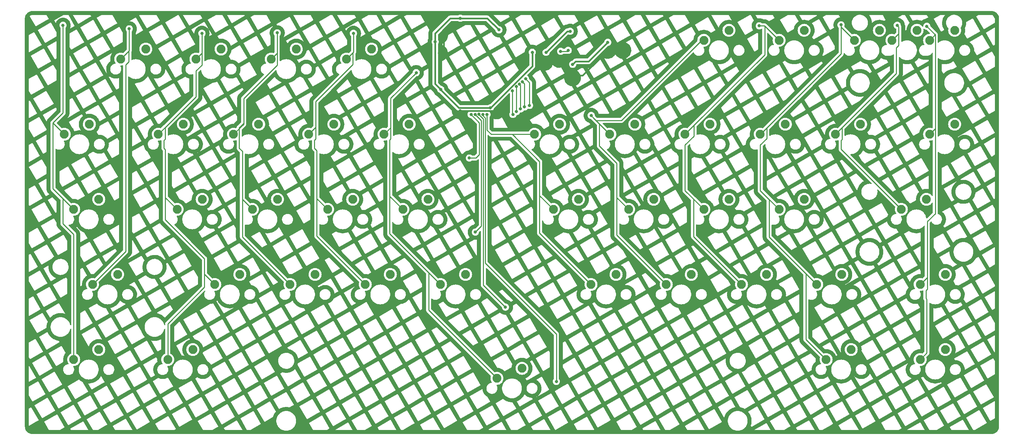
<source format=gtl>
G04 #@! TF.GenerationSoftware,KiCad,Pcbnew,(6.0.4)*
G04 #@! TF.CreationDate,2022-08-25T09:41:07-05:00*
G04 #@! TF.ProjectId,Grouch,47726f75-6368-42e6-9b69-6361645f7063,rev?*
G04 #@! TF.SameCoordinates,Original*
G04 #@! TF.FileFunction,Copper,L1,Top*
G04 #@! TF.FilePolarity,Positive*
%FSLAX46Y46*%
G04 Gerber Fmt 4.6, Leading zero omitted, Abs format (unit mm)*
G04 Created by KiCad (PCBNEW (6.0.4)) date 2022-08-25 09:41:07*
%MOMM*%
%LPD*%
G01*
G04 APERTURE LIST*
G04 #@! TA.AperFunction,ComponentPad*
%ADD10C,2.250000*%
G04 #@! TD*
G04 #@! TA.AperFunction,ViaPad*
%ADD11C,0.800000*%
G04 #@! TD*
G04 #@! TA.AperFunction,Conductor*
%ADD12C,0.381000*%
G04 #@! TD*
G04 #@! TA.AperFunction,Conductor*
%ADD13C,0.254000*%
G04 #@! TD*
G04 APERTURE END LIST*
D10*
X29527500Y-49847500D03*
X35877500Y-47307500D03*
X72390000Y-49847500D03*
X78740000Y-47307500D03*
X210502500Y-26035000D03*
X216852500Y-23495000D03*
X162877500Y-87947500D03*
X169227500Y-85407500D03*
X200977500Y-87947500D03*
X207327500Y-85407500D03*
X115252500Y-68897500D03*
X121602500Y-66357500D03*
X36671250Y-87947500D03*
X43021250Y-85407500D03*
X246221250Y-106997500D03*
X252571250Y-104457500D03*
X172402500Y-68897500D03*
X178752500Y-66357500D03*
X205740000Y-49847500D03*
X212090000Y-47307500D03*
X105727500Y-87947500D03*
X112077500Y-85407500D03*
X31908750Y-106997500D03*
X38258750Y-104457500D03*
X62865000Y-30797500D03*
X69215000Y-28257500D03*
X139065000Y-111760000D03*
X145415000Y-109220000D03*
X246221250Y-87947500D03*
X252571250Y-85407500D03*
X86677500Y-87947500D03*
X93027500Y-85407500D03*
X186690000Y-49847500D03*
X193040000Y-47307500D03*
X248602500Y-26035000D03*
X254952500Y-23495000D03*
X241458750Y-68897500D03*
X247808750Y-66357500D03*
X58102500Y-68897500D03*
X64452500Y-66357500D03*
X229552500Y-26035000D03*
X235902500Y-23495000D03*
X191452500Y-68897500D03*
X197802500Y-66357500D03*
X124777500Y-87947500D03*
X131127500Y-85407500D03*
X167640000Y-49847500D03*
X173990000Y-47307500D03*
X91440000Y-49847500D03*
X97790000Y-47307500D03*
X248602500Y-49847500D03*
X254952500Y-47307500D03*
X55721250Y-106997500D03*
X62071250Y-104457500D03*
X110490000Y-49847500D03*
X116840000Y-47307500D03*
X181927500Y-87947500D03*
X188277500Y-85407500D03*
X191452500Y-26035000D03*
X197802500Y-23495000D03*
X224790000Y-49847500D03*
X231140000Y-47307500D03*
X153352500Y-68897500D03*
X159702500Y-66357500D03*
X96202500Y-68897500D03*
X102552500Y-66357500D03*
X220027500Y-87947500D03*
X226377500Y-85407500D03*
X148590000Y-49847500D03*
X154940000Y-47307500D03*
X67627500Y-87947500D03*
X73977500Y-85407500D03*
X53340000Y-49847500D03*
X59690000Y-47307500D03*
X239077500Y-26035000D03*
X245427500Y-23495000D03*
X81915000Y-30797500D03*
X88265000Y-28257500D03*
X31908750Y-68897500D03*
X38258750Y-66357500D03*
X43815000Y-30797500D03*
X50165000Y-28257500D03*
X210502500Y-68897500D03*
X216852500Y-66357500D03*
X100965000Y-30797500D03*
X107315000Y-28257500D03*
X222408750Y-106997500D03*
X228758750Y-104457500D03*
X77152500Y-68897500D03*
X83502500Y-66357500D03*
D11*
X138938000Y-43942000D03*
X151130000Y-31623000D03*
X167132000Y-28575000D03*
X129794000Y-43942000D03*
X124561600Y-24815800D03*
X158217997Y-35535997D03*
X124510800Y-29235400D03*
X170942000Y-28575000D03*
X154813000Y-30861000D03*
X167132000Y-26543000D03*
X158242000Y-32131000D03*
X29210000Y-22225000D03*
X45974000Y-23114000D03*
X64389000Y-24257000D03*
X83438999Y-24130000D03*
X102743000Y-24257000D03*
X118643400Y-34239200D03*
X136561701Y-44859000D03*
X143002000Y-38862000D03*
X143129000Y-44831000D03*
X162941000Y-45085000D03*
X144018000Y-44104500D03*
X205486000Y-22352000D03*
X143964139Y-37764029D03*
X226187000Y-22098000D03*
X144730321Y-37122181D03*
X145034000Y-43434000D03*
X145532478Y-36525902D03*
X146050000Y-42926000D03*
X240411000Y-22225000D03*
X147320000Y-42545000D03*
X146321517Y-35799402D03*
X247904000Y-22479000D03*
X132527841Y-44834425D03*
X132080000Y-55880000D03*
X133532316Y-44811472D03*
X133604000Y-74676000D03*
X134536920Y-44788649D03*
X141224000Y-93700600D03*
X154101800Y-112547400D03*
X135545511Y-44828473D03*
X137414000Y-43152000D03*
X123444000Y-26416000D03*
X148018200Y-29070000D03*
X157607000Y-23749000D03*
X129794000Y-20447000D03*
X151511000Y-29083000D03*
X124841000Y-38481000D03*
X139573000Y-23368000D03*
X157099000Y-28575000D03*
X155194000Y-28829000D03*
D12*
X160782000Y-34925000D02*
X167132000Y-28575000D01*
X125603000Y-28143200D02*
X124510800Y-29235400D01*
X124561600Y-24815800D02*
X125603000Y-25857200D01*
X154051000Y-31623000D02*
X151130000Y-31623000D01*
X158217997Y-35535997D02*
X158828994Y-34925000D01*
X125603000Y-25857200D02*
X125603000Y-28143200D01*
X158828994Y-34925000D02*
X160782000Y-34925000D01*
X138938000Y-43942000D02*
X129794000Y-43942000D01*
X154813000Y-30861000D02*
X154051000Y-31623000D01*
X167132000Y-26543000D02*
X162306000Y-31369000D01*
X162306000Y-31369000D02*
X159004000Y-31369000D01*
X159004000Y-31369000D02*
X158242000Y-32131000D01*
D13*
X26670000Y-46990000D02*
X29527500Y-49847500D01*
X26670000Y-63658750D02*
X29194125Y-66182875D01*
X29194125Y-66182875D02*
X31908750Y-68897500D01*
X29210000Y-44450000D02*
X29210000Y-22225000D01*
X26670000Y-46990000D02*
X29210000Y-44450000D01*
X29194125Y-66182875D02*
X29194125Y-72501125D01*
X31908750Y-75215750D02*
X31908750Y-106997500D01*
X26670000Y-46990000D02*
X26670000Y-63658750D01*
X29194125Y-72501125D02*
X31908750Y-75215750D01*
X45878750Y-28733750D02*
X45974000Y-28638500D01*
X45974000Y-28638500D02*
X45974000Y-23114000D01*
X45878750Y-31464250D02*
X45085000Y-32258000D01*
X45085000Y-32258000D02*
X45085000Y-79533750D01*
X45878750Y-28733750D02*
X45878750Y-31464250D01*
X45085000Y-79533750D02*
X36671250Y-87947500D01*
X43815000Y-30797500D02*
X45878750Y-28733750D01*
X65024000Y-85344000D02*
X65024000Y-81398918D01*
X55118000Y-71492918D02*
X65024000Y-81398918D01*
X58102500Y-68897500D02*
X55118000Y-65913000D01*
X67627500Y-87947500D02*
X65024000Y-85344000D01*
X64357250Y-32289750D02*
X64357250Y-29305250D01*
X55721250Y-97948750D02*
X55721250Y-106997500D01*
X64357250Y-29305250D02*
X64389000Y-29273500D01*
X64389000Y-29273500D02*
X64389000Y-24257000D01*
X65024000Y-88646000D02*
X55721250Y-97948750D01*
X62865000Y-33782000D02*
X64357250Y-32289750D01*
X54779579Y-51405638D02*
X55097252Y-51087965D01*
X54779579Y-53369362D02*
X54779579Y-51405638D01*
X55118000Y-65913000D02*
X55118000Y-71492918D01*
X64357250Y-29305250D02*
X62865000Y-30797500D01*
X55149750Y-48037750D02*
X62865000Y-40322500D01*
X55118000Y-53707783D02*
X54779579Y-53369362D01*
X53340000Y-49847500D02*
X55149750Y-48037750D01*
X55097252Y-48090248D02*
X55149750Y-48037750D01*
X62865000Y-40322500D02*
X62865000Y-33782000D01*
X65024000Y-85344000D02*
X65024000Y-88646000D01*
X55118000Y-65913000D02*
X55118000Y-53707783D01*
X55097252Y-51087965D02*
X55097252Y-48090248D01*
X86677500Y-87947500D02*
X74630979Y-75900979D01*
X77152500Y-68897500D02*
X74630979Y-66375979D01*
X73829579Y-53369362D02*
X73829579Y-48145839D01*
X74630979Y-66121979D02*
X74630979Y-54170762D01*
X74957709Y-47279791D02*
X74957709Y-47017709D01*
X74957709Y-40794709D02*
X83439000Y-32313418D01*
X74630979Y-75900979D02*
X74630979Y-66121979D01*
X83439000Y-29273500D02*
X83439000Y-28702000D01*
X83439000Y-28702000D02*
X83438999Y-24130000D01*
X72390000Y-49847500D02*
X74957709Y-47279791D01*
X74957709Y-47017709D02*
X74957709Y-40794709D01*
X73829579Y-48145839D02*
X74957709Y-47017709D01*
X83439000Y-32313418D02*
X83439000Y-28702000D01*
X81915000Y-30797500D02*
X83439000Y-29273500D01*
X74630979Y-54170762D02*
X73829579Y-53369362D01*
X74630979Y-66375979D02*
X74630979Y-66121979D01*
X102774750Y-24288750D02*
X102743000Y-24257000D01*
X92879579Y-53369362D02*
X93472000Y-53961783D01*
X102774750Y-28987750D02*
X102616000Y-29146500D01*
X93472000Y-66167000D02*
X93472000Y-75692000D01*
X93218000Y-47371000D02*
X93218000Y-48069500D01*
X102774750Y-28987750D02*
X100965000Y-30797500D01*
X93218000Y-41584419D02*
X93218000Y-47371000D01*
X93472000Y-53961783D02*
X93472000Y-66167000D01*
X102616000Y-29146500D02*
X102616000Y-32186419D01*
X102774750Y-28987750D02*
X102774750Y-24288750D01*
X93472000Y-66167000D02*
X96202500Y-68897500D01*
X102616000Y-32186419D02*
X93218000Y-41584419D01*
X93218000Y-48069500D02*
X91440000Y-49847500D01*
X93218000Y-47371000D02*
X93218000Y-51067217D01*
X92879579Y-51405638D02*
X92879579Y-53369362D01*
X93218000Y-51067217D02*
X92879579Y-51405638D01*
X93472000Y-75692000D02*
X105727500Y-87947500D01*
X111929579Y-51265421D02*
X112141000Y-51054000D01*
X112141000Y-47625000D02*
X112141000Y-40741600D01*
X121793000Y-84963000D02*
X121793000Y-94488000D01*
X111929579Y-65574579D02*
X111929579Y-65828579D01*
X112141000Y-40741600D02*
X118643400Y-34239200D01*
X115252500Y-68897500D02*
X111929579Y-65574579D01*
X110490000Y-49847500D02*
X112141000Y-48196500D01*
X111929579Y-65828579D02*
X111929579Y-75099579D01*
X121793000Y-94488000D02*
X139065000Y-111760000D01*
X112141000Y-48196500D02*
X112141000Y-47625000D01*
X121793000Y-84963000D02*
X124777500Y-87947500D01*
X111929579Y-75099579D02*
X121793000Y-84963000D01*
X112141000Y-51054000D02*
X112141000Y-47625000D01*
X111929579Y-65828579D02*
X111929579Y-51265421D01*
X136558365Y-48801365D02*
X136558365Y-44862336D01*
X149860000Y-56769000D02*
X149860000Y-65405000D01*
X149860000Y-74930000D02*
X162877500Y-87947500D01*
X142938500Y-49847500D02*
X149860000Y-56769000D01*
X137604500Y-49847500D02*
X136558365Y-48801365D01*
X149860000Y-65405000D02*
X153352500Y-68897500D01*
X136558365Y-44862336D02*
X136561701Y-44859000D01*
X148590000Y-49847500D02*
X142938500Y-49847500D01*
X142938500Y-49847500D02*
X137604500Y-49847500D01*
X149860000Y-65405000D02*
X149860000Y-74930000D01*
X169418000Y-57205419D02*
X165004750Y-52792169D01*
X163639500Y-45847000D02*
X163004500Y-45212000D01*
X165004750Y-47212250D02*
X163639500Y-45847000D01*
X181927500Y-87947500D02*
X169418000Y-75438000D01*
X163639500Y-45847000D02*
X164147500Y-46355000D01*
X143002000Y-38862000D02*
X143002000Y-44704000D01*
X169418000Y-75438000D02*
X169418000Y-65913000D01*
X164147500Y-46355000D02*
X170561000Y-46355000D01*
X165004750Y-52792169D02*
X165004750Y-47212250D01*
X143002000Y-44704000D02*
X143129000Y-44831000D01*
X170561000Y-46355000D02*
X190881000Y-26035000D01*
X169418000Y-65913000D02*
X172402500Y-68897500D01*
X169418000Y-65913000D02*
X169418000Y-57205419D01*
X165004750Y-47212250D02*
X167640000Y-49847500D01*
X188849000Y-75819000D02*
X200977500Y-87947500D01*
X144018000Y-44104500D02*
X144018000Y-37817890D01*
X210502500Y-26035000D02*
X206914750Y-22447250D01*
X186690000Y-52578000D02*
X188944250Y-50323750D01*
X206883000Y-22479000D02*
X206883000Y-29654500D01*
X188849000Y-66294000D02*
X188849000Y-75819000D01*
X186690000Y-64135000D02*
X191452500Y-68897500D01*
X206914750Y-22447250D02*
X206883000Y-22479000D01*
X206883000Y-22479000D02*
X206756000Y-22352000D01*
X186690000Y-64135000D02*
X186690000Y-52578000D01*
X144018000Y-37817890D02*
X143964139Y-37764029D01*
X188944250Y-47593250D02*
X186690000Y-49847500D01*
X206883000Y-29654500D02*
X188944250Y-47593250D01*
X206756000Y-22352000D02*
X205486000Y-22352000D01*
X188944250Y-50323750D02*
X188944250Y-47593250D01*
X208026000Y-66421000D02*
X207980979Y-66466021D01*
X217297000Y-101885750D02*
X222408750Y-106997500D01*
X205740000Y-64135000D02*
X208026000Y-66421000D01*
X207389255Y-48261745D02*
X205803500Y-49847500D01*
X207389255Y-50925255D02*
X207391000Y-50927000D01*
X217297000Y-85217000D02*
X220027500Y-87947500D01*
X226218750Y-22701250D02*
X226218750Y-22129750D01*
X217297000Y-85217000D02*
X217297000Y-101885750D01*
X205740000Y-52578000D02*
X207391000Y-50927000D01*
X226218750Y-29432250D02*
X207389255Y-48261745D01*
X205740000Y-52578000D02*
X205740000Y-64135000D01*
X226218750Y-22701250D02*
X226218750Y-29432250D01*
X145034000Y-43434000D02*
X145034000Y-37425860D01*
X207980979Y-66466021D02*
X207980979Y-75900979D01*
X226218750Y-22129750D02*
X226187000Y-22098000D01*
X145034000Y-37425860D02*
X144730321Y-37122181D01*
X229552500Y-26035000D02*
X226218750Y-22701250D01*
X207980979Y-75900979D02*
X217297000Y-85217000D01*
X207389255Y-48261745D02*
X207389255Y-50925255D01*
X208026000Y-66421000D02*
X210502500Y-68897500D01*
X240792000Y-22606000D02*
X240411000Y-22225000D01*
X146050000Y-42926000D02*
X146050000Y-37043424D01*
X226441000Y-51194217D02*
X226229579Y-51405638D01*
X240202500Y-27907717D02*
X240202500Y-34435000D01*
X240728500Y-24384000D02*
X240792000Y-24384000D01*
X146050000Y-37043424D02*
X145532478Y-36525902D01*
X239077500Y-26035000D02*
X240728500Y-24384000D01*
X226536250Y-48101250D02*
X224790000Y-49847500D01*
X240792000Y-24384000D02*
X240792000Y-22606000D01*
X226441000Y-48196500D02*
X226441000Y-51194217D01*
X226229579Y-53668329D02*
X241458750Y-68897500D01*
X240202500Y-34435000D02*
X226536250Y-48101250D01*
X240792000Y-27318217D02*
X240202500Y-27907717D01*
X226229579Y-51405638D02*
X226229579Y-53668329D01*
X226536250Y-48101250D02*
X226441000Y-48196500D01*
X240792000Y-24384000D02*
X240792000Y-27318217D01*
X247660829Y-91469362D02*
X247904000Y-91712533D01*
X250042079Y-24617079D02*
X247904000Y-22479000D01*
X247660829Y-89505638D02*
X247660829Y-91469362D01*
X146321517Y-35799402D02*
X147320000Y-36797885D01*
X147320000Y-36797885D02*
X147320000Y-42545000D01*
X248602500Y-26035000D02*
X250020421Y-24617079D01*
X248602500Y-49847500D02*
X250042079Y-48407921D01*
X250020421Y-24617079D02*
X250042079Y-24617079D01*
X246221250Y-87947500D02*
X248031000Y-86137750D01*
X248031000Y-86137750D02*
X248031000Y-89135467D01*
X250042079Y-48407921D02*
X250042079Y-24617079D01*
X248031000Y-71985331D02*
X250042079Y-69974252D01*
X250042079Y-69974252D02*
X250042079Y-48407921D01*
X247904000Y-91712533D02*
X247904000Y-105314750D01*
X247904000Y-105314750D02*
X246221250Y-106997500D01*
X248031000Y-86137750D02*
X248031000Y-71985331D01*
X248031000Y-89135467D02*
X247660829Y-89505638D01*
X134620000Y-46926584D02*
X132527841Y-44834425D01*
X132080000Y-55880000D02*
X133731000Y-55880000D01*
X133731000Y-55880000D02*
X134620000Y-54991000D01*
X134620000Y-54991000D02*
X134620000Y-46926584D01*
X135128000Y-46407156D02*
X135128000Y-73152000D01*
X135128000Y-73152000D02*
X133604000Y-74676000D01*
X133532316Y-44811472D02*
X135128000Y-46407156D01*
X135617978Y-88094578D02*
X135617978Y-45928369D01*
X141224000Y-93700600D02*
X135617978Y-88094578D01*
X135617978Y-45928369D02*
X134536920Y-44847311D01*
X134536920Y-44847311D02*
X134536920Y-44788649D01*
X135545511Y-45155878D02*
X135545511Y-44828473D01*
X154101800Y-112547400D02*
X154101800Y-100533200D01*
X154101800Y-100533200D02*
X136071489Y-82502889D01*
X136071489Y-82502889D02*
X136071489Y-45681856D01*
X136071489Y-45681856D02*
X135545511Y-45155878D01*
D12*
X129385000Y-43152000D02*
X124841000Y-38608000D01*
X129794000Y-20447000D02*
X127254000Y-20447000D01*
X136652000Y-20447000D02*
X139573000Y-23368000D01*
X148018200Y-29070000D02*
X148018200Y-32575800D01*
X129794000Y-20447000D02*
X136652000Y-20447000D01*
X123444000Y-24257000D02*
X127254000Y-20447000D01*
X123444000Y-26416000D02*
X123444000Y-37084000D01*
X123444000Y-26416000D02*
X123444000Y-24257000D01*
X123444000Y-37084000D02*
X124841000Y-38481000D01*
X124841000Y-38608000D02*
X124841000Y-38481000D01*
X137414000Y-43152000D02*
X129385000Y-43152000D01*
X156845000Y-23749000D02*
X157607000Y-23749000D01*
X148018200Y-32575800D02*
X137442000Y-43152000D01*
X151511000Y-29083000D02*
X156845000Y-23749000D01*
X137442000Y-43152000D02*
X137414000Y-43152000D01*
D13*
X155194000Y-28829000D02*
X156845000Y-28829000D01*
X156845000Y-28829000D02*
X157099000Y-28575000D01*
G04 #@! TA.AperFunction,Conductor*
G36*
X264288768Y-18608549D02*
G01*
X264303319Y-18610815D01*
X264312463Y-18612239D01*
X264328757Y-18610109D01*
X264353329Y-18609316D01*
X264499177Y-18618878D01*
X264554941Y-18622534D01*
X264571282Y-18624686D01*
X264795330Y-18669257D01*
X264811249Y-18673522D01*
X264922223Y-18711194D01*
X265027586Y-18746962D01*
X265042804Y-18753266D01*
X265247693Y-18854310D01*
X265261966Y-18862551D01*
X265451906Y-18989469D01*
X265464982Y-18999502D01*
X265636739Y-19150132D01*
X265648393Y-19161786D01*
X265799024Y-19333551D01*
X265809051Y-19346619D01*
X265935973Y-19536574D01*
X265944205Y-19550832D01*
X266045249Y-19755731D01*
X266051553Y-19770950D01*
X266124984Y-19987272D01*
X266124986Y-19987279D01*
X266129251Y-20003196D01*
X266130194Y-20007937D01*
X266173820Y-20227261D01*
X266175971Y-20243601D01*
X266188729Y-20438252D01*
X266187742Y-20460417D01*
X266187690Y-20464651D01*
X266186309Y-20473522D01*
X266187473Y-20482424D01*
X266187473Y-20482426D01*
X266190436Y-20505081D01*
X266191500Y-20521419D01*
X266191500Y-123934380D01*
X266189999Y-123953767D01*
X266186309Y-123977463D01*
X266187473Y-123986366D01*
X266188439Y-123993754D01*
X266189232Y-124018329D01*
X266180320Y-124154274D01*
X266176015Y-124219936D01*
X266173865Y-124236272D01*
X266130484Y-124454344D01*
X266129290Y-124460345D01*
X266125025Y-124476260D01*
X266108336Y-124525423D01*
X266051586Y-124692595D01*
X266045278Y-124707821D01*
X265944240Y-124912701D01*
X265936000Y-124926974D01*
X265809078Y-125116924D01*
X265799045Y-125129999D01*
X265648415Y-125301760D01*
X265636760Y-125313415D01*
X265464999Y-125464045D01*
X265451924Y-125474078D01*
X265261974Y-125601000D01*
X265247701Y-125609240D01*
X265042821Y-125710278D01*
X265027595Y-125716586D01*
X265027557Y-125716599D01*
X264811260Y-125790025D01*
X264795349Y-125794289D01*
X264571272Y-125838865D01*
X264554942Y-125841014D01*
X264415614Y-125850149D01*
X264360496Y-125853762D01*
X264337369Y-125852733D01*
X264333890Y-125852691D01*
X264325015Y-125851309D01*
X264296793Y-125855000D01*
X264293459Y-125855436D01*
X264277119Y-125856500D01*
X21480617Y-125856500D01*
X21461232Y-125855000D01*
X21446399Y-125852690D01*
X21446395Y-125852690D01*
X21437526Y-125851309D01*
X21421238Y-125853439D01*
X21396660Y-125854233D01*
X21352051Y-125851309D01*
X21195049Y-125841018D01*
X21178709Y-125838867D01*
X20954647Y-125794299D01*
X20938726Y-125790033D01*
X20722399Y-125716599D01*
X20707173Y-125710292D01*
X20502283Y-125609252D01*
X20488009Y-125601011D01*
X20298062Y-125474092D01*
X20284987Y-125464059D01*
X20113226Y-125313429D01*
X20101571Y-125301774D01*
X19950941Y-125130013D01*
X19940908Y-125116938D01*
X19813989Y-124926991D01*
X19805748Y-124912717D01*
X19704708Y-124707827D01*
X19698401Y-124692601D01*
X19624967Y-124476274D01*
X19620701Y-124460353D01*
X19576133Y-124236291D01*
X19573982Y-124219951D01*
X19561476Y-124029157D01*
X19562650Y-124005982D01*
X19562334Y-124005954D01*
X19562770Y-124001094D01*
X19563576Y-123996302D01*
X19563729Y-123983750D01*
X19559773Y-123956126D01*
X19558500Y-123938264D01*
X19558500Y-123812676D01*
X20572500Y-123812676D01*
X22397547Y-122758985D01*
X24425547Y-122758985D01*
X25628465Y-124842500D01*
X28440794Y-124842500D01*
X28989987Y-124525423D01*
X31017986Y-124525423D01*
X31201050Y-124842500D01*
X35602769Y-124842500D01*
X34319275Y-122619423D01*
X31017986Y-124525423D01*
X28989987Y-124525423D01*
X29632836Y-124154274D01*
X27726836Y-120852985D01*
X24425547Y-122758985D01*
X22397547Y-122758985D01*
X23040398Y-122387835D01*
X21134398Y-119086546D01*
X20572500Y-119410958D01*
X20572500Y-123812676D01*
X19558500Y-123812676D01*
X19558500Y-118579546D01*
X22012547Y-118579546D01*
X23918547Y-121880835D01*
X26576985Y-120345985D01*
X28604986Y-120345985D01*
X30510986Y-123647274D01*
X33169426Y-122112423D01*
X35197424Y-122112423D01*
X36773635Y-124842500D01*
X38092793Y-124842500D01*
X39761863Y-123878862D01*
X41789863Y-123878862D01*
X42346220Y-124842500D01*
X46747938Y-124842500D01*
X45091152Y-121972862D01*
X41789863Y-123878862D01*
X39761863Y-123878862D01*
X40404713Y-123507712D01*
X38498713Y-120206423D01*
X35197424Y-122112423D01*
X33169426Y-122112423D01*
X33812275Y-121741274D01*
X31906275Y-118439985D01*
X28604986Y-120345985D01*
X26576985Y-120345985D01*
X27219836Y-119974835D01*
X25313836Y-116673546D01*
X22012547Y-118579546D01*
X19558500Y-118579546D01*
X19558500Y-116085312D01*
X20572500Y-116085312D01*
X21505547Y-117701397D01*
X24163987Y-116166546D01*
X26191986Y-116166546D01*
X28097986Y-119467835D01*
X30756424Y-117932985D01*
X32784424Y-117932985D01*
X34690424Y-121234274D01*
X37348864Y-119699423D01*
X39376863Y-119699423D01*
X41282863Y-123000712D01*
X43941301Y-121465862D01*
X45969301Y-121465862D01*
X47875301Y-124767151D01*
X50533742Y-123232300D01*
X52561740Y-123232300D01*
X53491389Y-124842500D01*
X57396794Y-124842500D01*
X57769029Y-124627590D01*
X55863029Y-121326300D01*
X52561740Y-123232300D01*
X50533742Y-123232300D01*
X51176591Y-122861151D01*
X49270591Y-119559862D01*
X45969301Y-121465862D01*
X43941301Y-121465862D01*
X44584152Y-121094712D01*
X42678152Y-117793423D01*
X39376863Y-119699423D01*
X37348864Y-119699423D01*
X37991713Y-119328274D01*
X36085713Y-116026985D01*
X32784424Y-117932985D01*
X30756424Y-117932985D01*
X31399275Y-117561835D01*
X29493275Y-114260546D01*
X26191986Y-116166546D01*
X24163987Y-116166546D01*
X24806836Y-115795397D01*
X22900836Y-112494107D01*
X20572500Y-113838372D01*
X20572500Y-116085312D01*
X19558500Y-116085312D01*
X19558500Y-108461312D01*
X20572500Y-108461312D01*
X20572500Y-112667507D01*
X21750987Y-111987107D01*
X23778986Y-111987107D01*
X25684986Y-115288397D01*
X28343426Y-113753546D01*
X30371424Y-113753546D01*
X32277424Y-117054835D01*
X34935862Y-115519985D01*
X36963863Y-115519985D01*
X38869863Y-118821274D01*
X41528303Y-117286423D01*
X43556301Y-117286423D01*
X45462301Y-120587712D01*
X48120740Y-119052862D01*
X50148740Y-119052862D01*
X52054740Y-122354151D01*
X54713180Y-120819300D01*
X56741179Y-120819300D01*
X58647179Y-124120590D01*
X61305619Y-122585739D01*
X63333617Y-122585739D01*
X64636559Y-124842500D01*
X67048793Y-124842500D01*
X67898055Y-124352178D01*
X69926056Y-124352178D01*
X70209144Y-124842500D01*
X74610862Y-124842500D01*
X73227345Y-122446178D01*
X69926056Y-124352178D01*
X67898055Y-124352178D01*
X68540906Y-123981028D01*
X66634906Y-120679739D01*
X63333617Y-122585739D01*
X61305619Y-122585739D01*
X61948468Y-122214590D01*
X60042468Y-118913300D01*
X56741179Y-120819300D01*
X54713180Y-120819300D01*
X55356029Y-120448151D01*
X53450029Y-117146862D01*
X50148740Y-119052862D01*
X48120740Y-119052862D01*
X48763591Y-118681712D01*
X46857591Y-115380423D01*
X43556301Y-117286423D01*
X41528303Y-117286423D01*
X42171152Y-116915274D01*
X40265152Y-113613985D01*
X36963863Y-115519985D01*
X34935862Y-115519985D01*
X35578713Y-115148835D01*
X34366631Y-113049448D01*
X35537498Y-113049448D01*
X36456863Y-114641835D01*
X39115301Y-113106985D01*
X41143301Y-113106985D01*
X43049301Y-116408274D01*
X45707742Y-114873423D01*
X47735740Y-114873423D01*
X49641740Y-118174712D01*
X52300178Y-116639862D01*
X54328179Y-116639862D01*
X56234179Y-119941151D01*
X58892619Y-118406300D01*
X60920617Y-118406300D01*
X62826617Y-121707590D01*
X65485057Y-120172739D01*
X67513056Y-120172739D01*
X69419056Y-123474028D01*
X72077494Y-121939178D01*
X74105494Y-121939178D01*
X75781728Y-124842500D01*
X76700794Y-124842500D01*
X79312784Y-123334467D01*
X77406784Y-120033178D01*
X74105494Y-121939178D01*
X72077494Y-121939178D01*
X72720345Y-121568028D01*
X70814345Y-118266739D01*
X67513056Y-120172739D01*
X65485057Y-120172739D01*
X66127906Y-119801590D01*
X64221906Y-116500300D01*
X60920617Y-118406300D01*
X58892619Y-118406300D01*
X59535468Y-118035151D01*
X57629468Y-114733862D01*
X54328179Y-116639862D01*
X52300178Y-116639862D01*
X52943029Y-116268712D01*
X51037029Y-112967423D01*
X47735740Y-114873423D01*
X45707742Y-114873423D01*
X46350591Y-114502274D01*
X44444591Y-111200985D01*
X41143301Y-113106985D01*
X39115301Y-113106985D01*
X39758152Y-112735835D01*
X38843826Y-111152176D01*
X38724350Y-111369502D01*
X38722387Y-111372942D01*
X38698008Y-111414163D01*
X38695940Y-111417539D01*
X38687461Y-111430899D01*
X38685288Y-111434206D01*
X38658392Y-111473781D01*
X38656117Y-111477018D01*
X38471038Y-111731758D01*
X38468661Y-111734924D01*
X38439323Y-111772746D01*
X38436849Y-111775834D01*
X38426763Y-111788026D01*
X38424193Y-111791035D01*
X38392534Y-111826946D01*
X38389869Y-111829875D01*
X38174322Y-112059409D01*
X38171567Y-112062251D01*
X38137716Y-112096102D01*
X38134874Y-112098857D01*
X38123339Y-112109689D01*
X38120411Y-112112353D01*
X38084504Y-112144009D01*
X38081494Y-112146580D01*
X37838878Y-112347289D01*
X37835789Y-112349764D01*
X37797951Y-112379114D01*
X37794783Y-112381492D01*
X37781982Y-112390792D01*
X37778744Y-112393068D01*
X37739167Y-112419963D01*
X37735861Y-112422134D01*
X37470003Y-112590853D01*
X37466630Y-112592921D01*
X37425429Y-112617288D01*
X37421990Y-112619249D01*
X37408124Y-112626872D01*
X37404625Y-112628725D01*
X37361968Y-112650460D01*
X37358413Y-112652201D01*
X37073505Y-112786268D01*
X37069897Y-112787897D01*
X37025969Y-112806906D01*
X37022313Y-112808421D01*
X37007601Y-112814246D01*
X37003898Y-112815645D01*
X36958854Y-112831862D01*
X36955109Y-112833144D01*
X36655645Y-112930446D01*
X36651862Y-112931610D01*
X36605891Y-112944966D01*
X36602073Y-112946011D01*
X36586747Y-112949946D01*
X36582898Y-112950870D01*
X36536183Y-112961312D01*
X36532307Y-112962114D01*
X36223009Y-113021116D01*
X36219108Y-113021797D01*
X36171821Y-113029286D01*
X36167903Y-113029844D01*
X36152205Y-113031827D01*
X36148270Y-113032261D01*
X36100618Y-113036765D01*
X36096674Y-113037075D01*
X35861067Y-113051898D01*
X35859096Y-113052007D01*
X35835219Y-113053134D01*
X35833241Y-113053212D01*
X35825329Y-113053461D01*
X35823348Y-113053507D01*
X35799379Y-113053884D01*
X35797397Y-113053900D01*
X35640103Y-113053900D01*
X35638121Y-113053884D01*
X35614152Y-113053507D01*
X35612171Y-113053461D01*
X35604259Y-113053212D01*
X35602281Y-113053134D01*
X35578404Y-113052007D01*
X35576433Y-113051898D01*
X35537498Y-113049448D01*
X34366631Y-113049448D01*
X34158988Y-112689800D01*
X34079087Y-112652201D01*
X34075532Y-112650460D01*
X34032875Y-112628725D01*
X34029376Y-112626872D01*
X34015510Y-112619249D01*
X34012071Y-112617288D01*
X33970870Y-112592921D01*
X33967497Y-112590853D01*
X33701639Y-112422134D01*
X33698333Y-112419963D01*
X33658756Y-112393068D01*
X33655518Y-112390792D01*
X33642717Y-112381492D01*
X33639549Y-112379114D01*
X33601711Y-112349764D01*
X33598622Y-112347289D01*
X33356006Y-112146580D01*
X33352996Y-112144009D01*
X33317089Y-112112353D01*
X33314161Y-112109689D01*
X33302626Y-112098857D01*
X33299784Y-112096102D01*
X33278707Y-112075025D01*
X30371424Y-113753546D01*
X28343426Y-113753546D01*
X28986275Y-113382397D01*
X27080275Y-110081107D01*
X23778986Y-111987107D01*
X21750987Y-111987107D01*
X22393836Y-111615958D01*
X20572500Y-108461312D01*
X19558500Y-108461312D01*
X19558500Y-107807669D01*
X21365986Y-107807669D01*
X23271986Y-111108958D01*
X26573275Y-109202958D01*
X24667275Y-105901669D01*
X21365986Y-107807669D01*
X19558500Y-107807669D01*
X19558500Y-106433311D01*
X20572500Y-106433311D01*
X20858986Y-106929519D01*
X23517424Y-105394669D01*
X25545424Y-105394669D01*
X27451424Y-108695958D01*
X28961306Y-107824227D01*
X29068795Y-107721688D01*
X29072730Y-107718090D01*
X29121245Y-107675581D01*
X29125332Y-107672150D01*
X29141937Y-107658800D01*
X29146162Y-107655548D01*
X29198065Y-107617319D01*
X29202422Y-107614250D01*
X29315768Y-107537941D01*
X29304388Y-107490539D01*
X29303328Y-107485706D01*
X29291656Y-107427027D01*
X29290786Y-107422157D01*
X29287693Y-107402629D01*
X29287015Y-107397728D01*
X29279982Y-107338307D01*
X29279497Y-107333383D01*
X29259324Y-107077057D01*
X29259033Y-107072118D01*
X29256684Y-107012333D01*
X29256587Y-107007386D01*
X29256587Y-106987614D01*
X29256684Y-106982667D01*
X29259033Y-106922882D01*
X29259324Y-106917943D01*
X29279497Y-106661617D01*
X29279982Y-106656693D01*
X29287015Y-106597272D01*
X29287693Y-106592371D01*
X29290786Y-106572843D01*
X29291656Y-106567973D01*
X29303328Y-106509294D01*
X29304388Y-106504461D01*
X29364411Y-106254447D01*
X29365661Y-106249659D01*
X29381904Y-106192066D01*
X29383340Y-106187331D01*
X29389450Y-106168527D01*
X29391072Y-106163851D01*
X29411779Y-106107725D01*
X29413581Y-106103120D01*
X29511976Y-105865573D01*
X29513958Y-105861042D01*
X29539002Y-105806715D01*
X29541161Y-105802263D01*
X29550137Y-105784646D01*
X29552470Y-105780281D01*
X29581711Y-105728067D01*
X29584213Y-105723798D01*
X29718557Y-105504569D01*
X29721227Y-105500399D01*
X29754485Y-105450628D01*
X29757315Y-105446568D01*
X29768937Y-105430573D01*
X29771921Y-105426631D01*
X29808944Y-105379669D01*
X29812082Y-105375846D01*
X29886183Y-105289084D01*
X28846713Y-103488669D01*
X25545424Y-105394669D01*
X23517424Y-105394669D01*
X24160275Y-105023519D01*
X22254275Y-101722230D01*
X20572500Y-102693203D01*
X20572500Y-106433311D01*
X19558500Y-106433311D01*
X19558500Y-101215230D01*
X23132424Y-101215230D01*
X25038424Y-104516519D01*
X28339713Y-102610519D01*
X28122546Y-102234374D01*
X28121929Y-102234286D01*
X28074642Y-102226797D01*
X28070741Y-102226116D01*
X27761443Y-102167114D01*
X27757567Y-102166312D01*
X27710852Y-102155870D01*
X27707003Y-102154946D01*
X27691677Y-102151011D01*
X27687859Y-102149966D01*
X27641888Y-102136610D01*
X27638105Y-102135446D01*
X27338641Y-102038144D01*
X27334896Y-102036862D01*
X27289852Y-102020645D01*
X27286149Y-102019246D01*
X27271437Y-102013421D01*
X27267781Y-102011906D01*
X27223853Y-101992897D01*
X27220245Y-101991268D01*
X26935337Y-101857201D01*
X26931782Y-101855460D01*
X26889125Y-101833725D01*
X26885626Y-101831872D01*
X26871760Y-101824249D01*
X26868321Y-101822288D01*
X26827120Y-101797921D01*
X26823747Y-101795853D01*
X26557889Y-101627134D01*
X26554583Y-101624963D01*
X26515006Y-101598068D01*
X26511768Y-101595792D01*
X26498967Y-101586492D01*
X26495799Y-101584114D01*
X26457961Y-101554764D01*
X26454872Y-101552289D01*
X26212256Y-101351580D01*
X26209246Y-101349009D01*
X26173339Y-101317353D01*
X26170411Y-101314689D01*
X26158876Y-101303857D01*
X26156034Y-101301102D01*
X26122183Y-101267251D01*
X26119428Y-101264409D01*
X25903881Y-101034875D01*
X25901216Y-101031946D01*
X25869557Y-100996035D01*
X25866987Y-100993026D01*
X25856901Y-100980834D01*
X25854427Y-100977746D01*
X25825089Y-100939924D01*
X25822712Y-100936758D01*
X25637633Y-100682018D01*
X25635358Y-100678781D01*
X25608462Y-100639206D01*
X25606289Y-100635899D01*
X25597810Y-100622539D01*
X25595742Y-100619163D01*
X25571363Y-100577942D01*
X25569400Y-100574502D01*
X25417708Y-100298575D01*
X25415855Y-100295075D01*
X25394122Y-100252420D01*
X25392382Y-100248867D01*
X25385645Y-100234550D01*
X25384016Y-100230943D01*
X25365006Y-100187014D01*
X25363491Y-100183357D01*
X25280916Y-99974798D01*
X23132424Y-101215230D01*
X19558500Y-101215230D01*
X19558500Y-97035792D01*
X20719424Y-97035792D01*
X22625424Y-100337081D01*
X25059538Y-98931745D01*
X25058662Y-98903898D01*
X25058600Y-98899938D01*
X25058600Y-98585062D01*
X25058662Y-98581102D01*
X25060167Y-98533234D01*
X25060354Y-98529279D01*
X25061348Y-98513487D01*
X25061658Y-98509541D01*
X25066162Y-98461906D01*
X25066597Y-98457975D01*
X25106061Y-98145583D01*
X25106617Y-98141671D01*
X25114096Y-98094435D01*
X25114776Y-98090537D01*
X25117740Y-98074994D01*
X25118544Y-98071114D01*
X25128995Y-98024352D01*
X25129919Y-98020499D01*
X25208225Y-97715516D01*
X25209271Y-97711696D01*
X25222631Y-97665714D01*
X25223795Y-97661931D01*
X25228685Y-97646882D01*
X25229966Y-97643138D01*
X25246178Y-97598109D01*
X25247577Y-97594407D01*
X25327343Y-97392942D01*
X24020713Y-95129792D01*
X20719424Y-97035792D01*
X19558500Y-97035792D01*
X19558500Y-95949752D01*
X20572500Y-95949752D01*
X22870862Y-94622792D01*
X24898863Y-94622792D01*
X25934840Y-96417157D01*
X26119428Y-96220591D01*
X26122183Y-96217749D01*
X26156034Y-96183898D01*
X26158876Y-96181143D01*
X26170411Y-96170311D01*
X26173339Y-96167647D01*
X26209246Y-96135991D01*
X26212256Y-96133420D01*
X26454872Y-95932711D01*
X26457961Y-95930236D01*
X26495799Y-95900886D01*
X26498967Y-95898508D01*
X26511768Y-95889208D01*
X26515006Y-95886932D01*
X26554583Y-95860037D01*
X26557889Y-95857866D01*
X26823747Y-95689147D01*
X26827120Y-95687079D01*
X26868321Y-95662712D01*
X26871760Y-95660751D01*
X26885626Y-95653128D01*
X26889125Y-95651275D01*
X26931782Y-95629540D01*
X26935337Y-95627799D01*
X27220245Y-95493732D01*
X27223853Y-95492103D01*
X27267781Y-95473094D01*
X27271437Y-95471579D01*
X27286149Y-95465754D01*
X27289852Y-95464355D01*
X27334896Y-95448138D01*
X27338641Y-95446856D01*
X27638105Y-95349554D01*
X27641888Y-95348390D01*
X27687859Y-95335034D01*
X27691677Y-95333989D01*
X27707003Y-95330054D01*
X27710852Y-95329130D01*
X27757567Y-95318688D01*
X27761443Y-95317886D01*
X28070741Y-95258884D01*
X28074642Y-95258203D01*
X28121929Y-95250714D01*
X28125847Y-95250156D01*
X28141545Y-95248173D01*
X28145480Y-95247739D01*
X28193132Y-95243235D01*
X28197076Y-95242925D01*
X28432683Y-95228102D01*
X28434654Y-95227993D01*
X28458531Y-95226866D01*
X28460509Y-95226788D01*
X28468421Y-95226539D01*
X28470402Y-95226493D01*
X28494371Y-95226116D01*
X28496353Y-95226100D01*
X28653647Y-95226100D01*
X28655629Y-95226116D01*
X28679598Y-95226493D01*
X28681579Y-95226539D01*
X28689491Y-95226788D01*
X28691469Y-95226866D01*
X28715346Y-95227993D01*
X28717317Y-95228102D01*
X28952924Y-95242925D01*
X28956868Y-95243235D01*
X29004520Y-95247739D01*
X29008455Y-95248173D01*
X29024153Y-95250156D01*
X29028071Y-95250714D01*
X29075358Y-95258203D01*
X29079259Y-95258884D01*
X29388557Y-95317886D01*
X29392433Y-95318688D01*
X29439148Y-95329130D01*
X29442997Y-95330054D01*
X29458323Y-95333989D01*
X29462141Y-95335034D01*
X29508112Y-95348390D01*
X29511895Y-95349554D01*
X29768272Y-95432856D01*
X28200152Y-92716792D01*
X24898863Y-94622792D01*
X22870862Y-94622792D01*
X23513713Y-94251642D01*
X21607713Y-90950353D01*
X20572500Y-91548034D01*
X20572500Y-95949752D01*
X19558500Y-95949752D01*
X19558500Y-90443353D01*
X22485863Y-90443353D01*
X24391863Y-93744642D01*
X27693152Y-91838642D01*
X25787152Y-88537353D01*
X22485863Y-90443353D01*
X19558500Y-90443353D01*
X19558500Y-87129311D01*
X20572500Y-87129311D01*
X21978863Y-89565204D01*
X24637303Y-88030353D01*
X26665301Y-88030353D01*
X28571301Y-91331642D01*
X30259250Y-90357104D01*
X30259250Y-86631253D01*
X30005729Y-86192142D01*
X29879753Y-86259124D01*
X29875835Y-86261121D01*
X29828051Y-86284427D01*
X29824068Y-86286284D01*
X29808010Y-86293434D01*
X29803961Y-86295153D01*
X29754628Y-86315086D01*
X29750520Y-86316663D01*
X29483410Y-86413883D01*
X29479253Y-86415314D01*
X29441234Y-86427668D01*
X26665301Y-88030353D01*
X24637303Y-88030353D01*
X25280152Y-87659204D01*
X23374152Y-84357914D01*
X20572500Y-85975449D01*
X20572500Y-87129311D01*
X19558500Y-87129311D01*
X19558500Y-84804583D01*
X20572500Y-84804583D01*
X22224303Y-83850914D01*
X24252301Y-83850914D01*
X26158301Y-87152204D01*
X27520631Y-86365663D01*
X27519096Y-86365074D01*
X27469766Y-86345144D01*
X27465716Y-86343425D01*
X27206038Y-86227809D01*
X27202051Y-86225950D01*
X27154235Y-86202628D01*
X27150316Y-86200630D01*
X27134795Y-86192377D01*
X27130949Y-86190246D01*
X27084900Y-86163659D01*
X27081131Y-86161394D01*
X26840071Y-86010763D01*
X26836383Y-86008368D01*
X26792293Y-85978629D01*
X26788691Y-85976107D01*
X26774470Y-85965775D01*
X26770957Y-85963128D01*
X26729041Y-85930380D01*
X26725623Y-85927612D01*
X26507873Y-85744898D01*
X26504552Y-85742010D01*
X26465007Y-85706402D01*
X26461789Y-85703402D01*
X26449144Y-85691190D01*
X26446036Y-85688082D01*
X26409108Y-85649841D01*
X26406110Y-85646625D01*
X26215908Y-85435384D01*
X26213023Y-85432066D01*
X26178849Y-85391340D01*
X26176083Y-85387924D01*
X26165260Y-85374072D01*
X26162612Y-85370559D01*
X26131336Y-85327513D01*
X26128812Y-85323908D01*
X25969860Y-85088252D01*
X25967464Y-85084563D01*
X25939280Y-85039458D01*
X25937016Y-85035689D01*
X25928227Y-85020466D01*
X25926095Y-85016620D01*
X25901125Y-84969659D01*
X25899128Y-84965740D01*
X25774520Y-84710256D01*
X25772661Y-84706268D01*
X25751025Y-84657671D01*
X25749306Y-84653623D01*
X25742721Y-84637324D01*
X25741146Y-84633220D01*
X25722958Y-84583249D01*
X25721526Y-84579090D01*
X25633687Y-84308750D01*
X25632402Y-84304547D01*
X25617746Y-84253439D01*
X25616608Y-84249191D01*
X25612355Y-84232135D01*
X25611364Y-84227847D01*
X25600302Y-84175804D01*
X25599463Y-84171487D01*
X25550103Y-83891553D01*
X25549415Y-83887208D01*
X25542010Y-83834516D01*
X25541474Y-83830148D01*
X25539637Y-83812665D01*
X25539254Y-83808286D01*
X25535546Y-83755251D01*
X25535316Y-83750860D01*
X25525396Y-83466781D01*
X25525319Y-83462386D01*
X25525318Y-83431394D01*
X26538778Y-83431394D01*
X26538931Y-83435782D01*
X26538931Y-83435788D01*
X26545439Y-83622137D01*
X26548698Y-83715473D01*
X26549460Y-83719796D01*
X26549461Y-83719803D01*
X26572064Y-83847990D01*
X26598058Y-83995407D01*
X26599413Y-83999578D01*
X26599415Y-83999585D01*
X26662795Y-84194646D01*
X26685897Y-84265747D01*
X26687825Y-84269700D01*
X26687827Y-84269705D01*
X26743615Y-84384087D01*
X26810505Y-84521231D01*
X26812960Y-84524870D01*
X26812963Y-84524876D01*
X26966997Y-84753241D01*
X26967002Y-84753248D01*
X26969457Y-84756887D01*
X26972401Y-84760156D01*
X26972402Y-84760158D01*
X27111337Y-84914461D01*
X27159659Y-84968128D01*
X27377409Y-85150842D01*
X27618469Y-85301473D01*
X27731982Y-85352012D01*
X27867683Y-85412430D01*
X27878147Y-85417089D01*
X27922552Y-85429822D01*
X28144717Y-85493527D01*
X28151388Y-85495440D01*
X28155738Y-85496051D01*
X28155741Y-85496052D01*
X28223958Y-85505639D01*
X28432874Y-85535000D01*
X28645976Y-85535000D01*
X28648161Y-85534847D01*
X28648167Y-85534847D01*
X28854175Y-85520442D01*
X28854180Y-85520441D01*
X28858560Y-85520135D01*
X29136601Y-85461035D01*
X29140732Y-85459531D01*
X29140737Y-85459530D01*
X29310849Y-85397614D01*
X29403711Y-85363815D01*
X29525336Y-85299146D01*
X29650799Y-85232437D01*
X29650805Y-85232433D01*
X29654691Y-85230367D01*
X29658251Y-85227781D01*
X29658255Y-85227778D01*
X29881093Y-85065876D01*
X29881096Y-85065874D01*
X29884656Y-85063287D01*
X29909332Y-85039458D01*
X30085968Y-84868883D01*
X30085971Y-84868879D01*
X30089130Y-84865829D01*
X30264133Y-84641835D01*
X30354474Y-84485361D01*
X30404055Y-84399485D01*
X30404058Y-84399480D01*
X30406260Y-84395665D01*
X30407910Y-84391581D01*
X30407913Y-84391575D01*
X30511093Y-84136193D01*
X30511094Y-84136190D01*
X30512742Y-84132111D01*
X30534380Y-84045328D01*
X30580444Y-83860573D01*
X30581509Y-83856302D01*
X30582076Y-83850914D01*
X30610763Y-83577975D01*
X30610763Y-83577972D01*
X30611222Y-83573606D01*
X30610140Y-83542614D01*
X30601456Y-83293924D01*
X30601455Y-83293917D01*
X30601302Y-83289527D01*
X30597978Y-83270671D01*
X30559282Y-83051220D01*
X30551942Y-83009593D01*
X30550587Y-83005422D01*
X30550585Y-83005415D01*
X30469482Y-82755809D01*
X30464103Y-82739253D01*
X30425500Y-82660104D01*
X30406385Y-82620913D01*
X30339495Y-82483769D01*
X30337040Y-82480130D01*
X30337037Y-82480124D01*
X30183003Y-82251759D01*
X30182998Y-82251752D01*
X30180543Y-82248113D01*
X30176671Y-82243812D01*
X29993289Y-82040146D01*
X29993288Y-82040145D01*
X29990341Y-82036872D01*
X29772591Y-81854158D01*
X29531531Y-81703527D01*
X29329686Y-81613660D01*
X29275867Y-81589698D01*
X29275865Y-81589697D01*
X29271853Y-81587911D01*
X29025922Y-81517391D01*
X29002839Y-81510772D01*
X29002838Y-81510772D01*
X28998612Y-81509560D01*
X28994262Y-81508949D01*
X28994259Y-81508948D01*
X28885477Y-81493660D01*
X28717126Y-81470000D01*
X28504024Y-81470000D01*
X28501839Y-81470153D01*
X28501833Y-81470153D01*
X28295825Y-81484558D01*
X28295820Y-81484559D01*
X28291440Y-81484865D01*
X28013399Y-81543965D01*
X28009268Y-81545469D01*
X28009263Y-81545470D01*
X27898186Y-81585899D01*
X27746289Y-81641185D01*
X27742402Y-81643252D01*
X27499201Y-81772563D01*
X27499195Y-81772567D01*
X27495309Y-81774633D01*
X27491749Y-81777219D01*
X27491745Y-81777222D01*
X27268907Y-81939124D01*
X27265344Y-81941713D01*
X27262180Y-81944769D01*
X27262177Y-81944771D01*
X27064032Y-82136117D01*
X27064029Y-82136121D01*
X27060870Y-82139171D01*
X26885867Y-82363165D01*
X26821782Y-82474163D01*
X26763585Y-82574963D01*
X26743740Y-82609335D01*
X26742090Y-82613419D01*
X26742087Y-82613425D01*
X26643329Y-82857862D01*
X26637258Y-82872889D01*
X26636194Y-82877158D01*
X26636193Y-82877160D01*
X26614686Y-82963421D01*
X26568491Y-83148698D01*
X26568032Y-83153068D01*
X26568031Y-83153072D01*
X26539237Y-83427025D01*
X26538778Y-83431394D01*
X25525318Y-83431394D01*
X25525318Y-83409221D01*
X25525395Y-83404825D01*
X25526008Y-83387257D01*
X25526238Y-83382863D01*
X25529949Y-83329783D01*
X25530332Y-83325400D01*
X25554094Y-83099323D01*
X24252301Y-83850914D01*
X22224303Y-83850914D01*
X22867152Y-83479765D01*
X20961152Y-80178476D01*
X20572500Y-80402864D01*
X20572500Y-84804583D01*
X19558500Y-84804583D01*
X19558500Y-79671476D01*
X21839301Y-79671476D01*
X23745301Y-82972765D01*
X26254769Y-81523924D01*
X26261826Y-81514891D01*
X26264595Y-81511473D01*
X26298765Y-81470751D01*
X26301647Y-81467435D01*
X26313409Y-81454371D01*
X26316409Y-81451153D01*
X26353375Y-81412872D01*
X26356487Y-81409760D01*
X26560961Y-81212302D01*
X26564177Y-81209303D01*
X26603710Y-81173707D01*
X26607031Y-81170820D01*
X26620497Y-81159521D01*
X26623915Y-81156753D01*
X26665818Y-81124016D01*
X26669329Y-81121371D01*
X26899294Y-80954291D01*
X26902898Y-80951767D01*
X26947010Y-80922014D01*
X26950700Y-80919618D01*
X26958737Y-80914596D01*
X25140591Y-77765476D01*
X21839301Y-79671476D01*
X19558500Y-79671476D01*
X19558500Y-77477312D01*
X20572500Y-77477312D01*
X21332301Y-78793326D01*
X23990740Y-77258476D01*
X26018740Y-77258476D01*
X27907457Y-80529830D01*
X28016871Y-80506573D01*
X30259250Y-79211935D01*
X30259250Y-76979254D01*
X29320029Y-75352476D01*
X26018740Y-77258476D01*
X23990740Y-77258476D01*
X24633591Y-76887326D01*
X22727591Y-73586037D01*
X20572500Y-74830279D01*
X20572500Y-77477312D01*
X19558500Y-77477312D01*
X19558500Y-73079037D01*
X23605740Y-73079037D01*
X25511740Y-76380326D01*
X28813029Y-74474326D01*
X28783584Y-74423326D01*
X28082777Y-73722519D01*
X28080838Y-73720915D01*
X28074900Y-73715680D01*
X28005141Y-73650172D01*
X27999544Y-73644575D01*
X27977923Y-73621551D01*
X27972688Y-73615613D01*
X27938115Y-73573821D01*
X27902296Y-73533194D01*
X27897251Y-73527096D01*
X27877893Y-73502141D01*
X27873240Y-73495737D01*
X27819442Y-73416579D01*
X27815196Y-73409887D01*
X27813933Y-73407751D01*
X27812468Y-73405735D01*
X27808015Y-73399183D01*
X27756743Y-73318392D01*
X27752714Y-73311579D01*
X27737497Y-73283900D01*
X27733903Y-73276847D01*
X27710808Y-73227770D01*
X27686212Y-73179498D01*
X27682841Y-73172336D01*
X27670296Y-73143347D01*
X27667382Y-73135986D01*
X27634967Y-73045951D01*
X27632523Y-73038429D01*
X27631826Y-73036029D01*
X27630900Y-73033691D01*
X27628221Y-73026249D01*
X27598653Y-72935247D01*
X27596445Y-72927646D01*
X27588590Y-72897053D01*
X27586863Y-72889328D01*
X27576704Y-72836073D01*
X27564879Y-72783171D01*
X27563395Y-72775394D01*
X27558454Y-72744197D01*
X27557462Y-72736343D01*
X27548457Y-72641065D01*
X27547960Y-72633163D01*
X27547262Y-72610922D01*
X27546378Y-72596877D01*
X27546191Y-72592922D01*
X27544687Y-72545066D01*
X27544625Y-72541108D01*
X27544625Y-72527045D01*
X27542917Y-72472691D01*
X27542917Y-72464774D01*
X27544625Y-72410455D01*
X27544625Y-72277386D01*
X26907029Y-71173037D01*
X23605740Y-73079037D01*
X19558500Y-73079037D01*
X19558500Y-68899599D01*
X21192740Y-68899599D01*
X23098740Y-72200888D01*
X26400029Y-70294888D01*
X24494029Y-66993599D01*
X21192740Y-68899599D01*
X19558500Y-68899599D01*
X19558500Y-67825312D01*
X20572500Y-67825312D01*
X20685740Y-68021449D01*
X23344178Y-66486599D01*
X25372179Y-66486599D01*
X27278179Y-69787888D01*
X27544625Y-69634055D01*
X27544625Y-66866118D01*
X26508849Y-65830342D01*
X25372179Y-66486599D01*
X23344178Y-66486599D01*
X23987029Y-66115449D01*
X22081029Y-62814160D01*
X20572500Y-63685110D01*
X20572500Y-67825312D01*
X19558500Y-67825312D01*
X19558500Y-62307160D01*
X22959179Y-62307160D01*
X24865179Y-65608449D01*
X25766550Y-65088042D01*
X25558652Y-64880144D01*
X25556713Y-64878540D01*
X25550775Y-64873305D01*
X25481016Y-64807797D01*
X25475419Y-64802200D01*
X25453798Y-64779176D01*
X25448563Y-64773238D01*
X25413990Y-64731446D01*
X25378171Y-64690819D01*
X25373126Y-64684721D01*
X25353768Y-64659766D01*
X25349115Y-64653362D01*
X25295317Y-64574204D01*
X25291071Y-64567512D01*
X25289808Y-64565376D01*
X25288343Y-64563360D01*
X25283890Y-64556808D01*
X25232618Y-64476017D01*
X25228589Y-64469204D01*
X25213372Y-64441525D01*
X25209778Y-64434472D01*
X25186683Y-64385395D01*
X25162087Y-64337123D01*
X25158716Y-64329961D01*
X25146171Y-64300972D01*
X25143257Y-64293611D01*
X25110842Y-64203576D01*
X25108398Y-64196054D01*
X25107701Y-64193654D01*
X25106775Y-64191316D01*
X25104096Y-64183874D01*
X25074528Y-64092872D01*
X25072320Y-64085271D01*
X25064465Y-64054678D01*
X25062738Y-64046953D01*
X25052579Y-63993698D01*
X25040754Y-63940796D01*
X25039270Y-63933019D01*
X25034329Y-63901822D01*
X25033337Y-63893968D01*
X25024332Y-63798690D01*
X25023835Y-63790788D01*
X25023137Y-63768547D01*
X25022253Y-63754502D01*
X25022066Y-63750547D01*
X25020562Y-63702691D01*
X25020500Y-63698733D01*
X25020500Y-63684670D01*
X25018792Y-63630316D01*
X25018792Y-63622399D01*
X25020500Y-63568080D01*
X25020500Y-61117056D01*
X22959179Y-62307160D01*
X19558500Y-62307160D01*
X19558500Y-58173311D01*
X20572500Y-58173311D01*
X22452179Y-61429011D01*
X25020500Y-59946190D01*
X25020500Y-58253472D01*
X23847468Y-56221721D01*
X20572500Y-58112525D01*
X20572500Y-58173311D01*
X19558500Y-58173311D01*
X19558500Y-56941659D01*
X20572500Y-56941659D01*
X23340468Y-55343572D01*
X21434468Y-52042283D01*
X20572500Y-52539940D01*
X20572500Y-56941659D01*
X19558500Y-56941659D01*
X19558500Y-51535283D01*
X22312617Y-51535283D01*
X24218617Y-54836572D01*
X25020500Y-54373605D01*
X25020500Y-49971886D01*
X22312617Y-51535283D01*
X19558500Y-51535283D01*
X19558500Y-48521312D01*
X20572500Y-48521312D01*
X21805617Y-50657133D01*
X25020500Y-48801019D01*
X25020500Y-48601473D01*
X24078499Y-46969879D01*
X26029765Y-46969879D01*
X26030511Y-46977771D01*
X26030511Y-46977773D01*
X26033941Y-47014056D01*
X26034500Y-47025914D01*
X26034500Y-63579730D01*
X26033970Y-63590964D01*
X26032292Y-63598469D01*
X26032541Y-63606388D01*
X26034438Y-63666762D01*
X26034500Y-63670719D01*
X26034500Y-63698733D01*
X26034996Y-63702658D01*
X26034996Y-63702659D01*
X26035008Y-63702754D01*
X26035941Y-63714599D01*
X26037335Y-63758955D01*
X26039547Y-63766567D01*
X26043013Y-63778498D01*
X26047023Y-63797862D01*
X26049573Y-63818049D01*
X26052489Y-63825413D01*
X26052490Y-63825418D01*
X26065907Y-63859306D01*
X26069752Y-63870535D01*
X26082131Y-63913143D01*
X26086169Y-63919970D01*
X26086170Y-63919973D01*
X26092488Y-63930656D01*
X26101188Y-63948414D01*
X26105761Y-63959965D01*
X26105765Y-63959971D01*
X26108681Y-63967338D01*
X26113339Y-63973749D01*
X26113340Y-63973751D01*
X26134764Y-64003238D01*
X26141281Y-64013160D01*
X26159826Y-64044518D01*
X26159829Y-64044522D01*
X26163866Y-64051348D01*
X26178250Y-64065732D01*
X26191091Y-64080766D01*
X26203058Y-64097237D01*
X26209166Y-64102290D01*
X26237255Y-64125527D01*
X26246035Y-64133517D01*
X28521720Y-66409203D01*
X28555746Y-66471515D01*
X28558625Y-66498298D01*
X28558625Y-72422105D01*
X28558095Y-72433339D01*
X28556417Y-72440844D01*
X28556666Y-72448763D01*
X28558563Y-72509137D01*
X28558625Y-72513094D01*
X28558625Y-72541108D01*
X28559121Y-72545033D01*
X28559121Y-72545034D01*
X28559133Y-72545129D01*
X28560066Y-72556974D01*
X28561460Y-72601330D01*
X28567138Y-72620873D01*
X28571148Y-72640237D01*
X28573698Y-72660424D01*
X28576614Y-72667788D01*
X28576615Y-72667793D01*
X28590032Y-72701681D01*
X28593877Y-72712910D01*
X28595012Y-72716816D01*
X28606256Y-72755518D01*
X28610294Y-72762345D01*
X28610295Y-72762348D01*
X28616613Y-72773031D01*
X28625313Y-72790789D01*
X28629886Y-72802340D01*
X28629890Y-72802346D01*
X28632806Y-72809713D01*
X28637464Y-72816124D01*
X28637465Y-72816126D01*
X28658889Y-72845613D01*
X28665406Y-72855535D01*
X28683951Y-72886893D01*
X28683954Y-72886897D01*
X28687991Y-72893723D01*
X28702375Y-72908107D01*
X28715216Y-72923141D01*
X28727183Y-72939612D01*
X28733291Y-72944665D01*
X28761380Y-72967902D01*
X28770160Y-72975892D01*
X31236345Y-75442077D01*
X31270371Y-75504389D01*
X31273250Y-75531172D01*
X31273250Y-98191763D01*
X31253248Y-98259884D01*
X31199592Y-98306377D01*
X31129318Y-98316481D01*
X31064738Y-98286987D01*
X31025208Y-98223098D01*
X30995977Y-98109248D01*
X30959630Y-97967687D01*
X30843716Y-97674923D01*
X30840384Y-97668862D01*
X30693933Y-97402468D01*
X30693931Y-97402465D01*
X30692024Y-97398996D01*
X30506945Y-97144256D01*
X30291398Y-96914722D01*
X30048782Y-96714013D01*
X29782924Y-96545294D01*
X29779345Y-96543610D01*
X29779338Y-96543606D01*
X29501606Y-96412916D01*
X29501602Y-96412914D01*
X29498016Y-96411227D01*
X29198552Y-96313925D01*
X28889254Y-96254923D01*
X28795700Y-96249037D01*
X28655642Y-96240225D01*
X28655626Y-96240224D01*
X28653647Y-96240100D01*
X28496353Y-96240100D01*
X28494374Y-96240224D01*
X28494358Y-96240225D01*
X28354300Y-96249037D01*
X28260746Y-96254923D01*
X27951448Y-96313925D01*
X27651984Y-96411227D01*
X27648398Y-96412914D01*
X27648394Y-96412916D01*
X27370662Y-96543606D01*
X27370655Y-96543610D01*
X27367076Y-96545294D01*
X27101218Y-96714013D01*
X26858602Y-96914722D01*
X26643055Y-97144256D01*
X26457976Y-97398996D01*
X26456069Y-97402465D01*
X26456067Y-97402468D01*
X26309616Y-97668862D01*
X26306284Y-97674923D01*
X26190370Y-97967687D01*
X26112064Y-98272670D01*
X26072600Y-98585062D01*
X26072600Y-98899938D01*
X26112064Y-99212330D01*
X26190370Y-99517313D01*
X26306284Y-99810077D01*
X26308186Y-99813536D01*
X26308187Y-99813539D01*
X26445134Y-100062644D01*
X26457976Y-100086004D01*
X26528707Y-100183357D01*
X26633157Y-100327120D01*
X26643055Y-100340744D01*
X26858602Y-100570278D01*
X27101218Y-100770987D01*
X27141313Y-100796432D01*
X27308328Y-100902423D01*
X27367076Y-100939706D01*
X27370655Y-100941390D01*
X27370662Y-100941394D01*
X27648394Y-101072084D01*
X27648398Y-101072086D01*
X27651984Y-101073773D01*
X27951448Y-101171075D01*
X28260746Y-101230077D01*
X28354300Y-101235963D01*
X28494358Y-101244775D01*
X28494374Y-101244776D01*
X28496353Y-101244900D01*
X28653647Y-101244900D01*
X28655626Y-101244776D01*
X28655642Y-101244775D01*
X28795700Y-101235963D01*
X28889254Y-101230077D01*
X29198552Y-101171075D01*
X29498016Y-101073773D01*
X29501602Y-101072086D01*
X29501606Y-101072084D01*
X29779338Y-100941394D01*
X29779345Y-100941390D01*
X29782924Y-100939706D01*
X29841673Y-100902423D01*
X30008687Y-100796432D01*
X30048782Y-100770987D01*
X30291398Y-100570278D01*
X30506945Y-100340744D01*
X30516844Y-100327120D01*
X30621293Y-100183357D01*
X30692024Y-100086004D01*
X30704867Y-100062644D01*
X30841813Y-99813539D01*
X30841814Y-99813536D01*
X30843716Y-99810077D01*
X30959630Y-99517313D01*
X31025208Y-99261902D01*
X31061523Y-99200896D01*
X31125055Y-99169207D01*
X31195634Y-99176897D01*
X31250851Y-99221524D01*
X31273250Y-99293237D01*
X31273250Y-105408454D01*
X31253248Y-105476575D01*
X31195468Y-105524863D01*
X31169437Y-105535645D01*
X31169433Y-105535647D01*
X31164863Y-105537540D01*
X30945634Y-105671884D01*
X30750119Y-105838869D01*
X30583134Y-106034384D01*
X30448790Y-106253613D01*
X30446897Y-106258183D01*
X30446895Y-106258187D01*
X30352289Y-106486587D01*
X30350395Y-106491160D01*
X30331963Y-106567934D01*
X30294296Y-106724831D01*
X30290372Y-106741174D01*
X30270199Y-106997500D01*
X30290372Y-107253826D01*
X30291526Y-107258633D01*
X30291527Y-107258639D01*
X30323088Y-107390098D01*
X30350395Y-107503840D01*
X30352288Y-107508411D01*
X30352289Y-107508413D01*
X30436870Y-107712609D01*
X30448790Y-107741387D01*
X30583134Y-107960616D01*
X30584669Y-107962414D01*
X30608291Y-108028598D01*
X30592217Y-108097751D01*
X30541308Y-108147236D01*
X30493151Y-108161352D01*
X30410113Y-108168398D01*
X30410109Y-108168399D01*
X30404802Y-108168849D01*
X30399647Y-108170187D01*
X30399641Y-108170188D01*
X30265971Y-108204882D01*
X30177544Y-108227833D01*
X30172678Y-108230025D01*
X30172675Y-108230026D01*
X29968333Y-108322076D01*
X29968330Y-108322077D01*
X29963472Y-108324266D01*
X29768709Y-108455388D01*
X29764852Y-108459067D01*
X29764850Y-108459069D01*
X29711486Y-108509976D01*
X29598823Y-108617451D01*
X29595641Y-108621728D01*
X29595640Y-108621729D01*
X29574950Y-108649537D01*
X29458672Y-108805821D01*
X29456256Y-108810572D01*
X29456254Y-108810576D01*
X29375907Y-108968608D01*
X29352263Y-109015112D01*
X29350681Y-109020207D01*
X29285575Y-109229886D01*
X29282639Y-109239340D01*
X29281938Y-109244629D01*
X29253082Y-109462341D01*
X29251789Y-109472093D01*
X29260598Y-109706716D01*
X29261693Y-109711934D01*
X29295744Y-109874218D01*
X29308812Y-109936501D01*
X29395052Y-110154877D01*
X29397821Y-110159440D01*
X29511935Y-110347493D01*
X29516854Y-110355600D01*
X29670735Y-110532932D01*
X29674867Y-110536320D01*
X29848166Y-110678417D01*
X29848172Y-110678421D01*
X29852294Y-110681801D01*
X29856930Y-110684440D01*
X29856933Y-110684442D01*
X29968158Y-110747755D01*
X30056340Y-110797951D01*
X30277039Y-110878061D01*
X30282288Y-110879010D01*
X30282291Y-110879011D01*
X30363365Y-110893671D01*
X30508080Y-110919840D01*
X30512219Y-110920035D01*
X30512226Y-110920036D01*
X30531190Y-110920930D01*
X30531199Y-110920930D01*
X30532679Y-110921000D01*
X30697700Y-110921000D01*
X30779049Y-110914097D01*
X30867387Y-110906602D01*
X30867391Y-110906601D01*
X30872698Y-110906151D01*
X30877853Y-110904813D01*
X30877859Y-110904812D01*
X31094785Y-110848509D01*
X31094784Y-110848509D01*
X31099956Y-110847167D01*
X31104822Y-110844975D01*
X31104825Y-110844974D01*
X31309167Y-110752924D01*
X31309170Y-110752923D01*
X31314028Y-110750734D01*
X31508791Y-110619612D01*
X31513574Y-110615050D01*
X31618828Y-110514642D01*
X31678677Y-110457549D01*
X31693520Y-110437600D01*
X31815642Y-110273461D01*
X31818828Y-110269179D01*
X31821265Y-110264387D01*
X31922819Y-110064644D01*
X31922819Y-110064643D01*
X31925237Y-110059888D01*
X31994861Y-109835660D01*
X32006909Y-109744759D01*
X32013513Y-109694938D01*
X33216350Y-109694938D01*
X33255814Y-110007330D01*
X33334120Y-110312313D01*
X33335573Y-110315982D01*
X33335573Y-110315983D01*
X33346731Y-110344165D01*
X33450034Y-110605077D01*
X33451936Y-110608536D01*
X33451937Y-110608539D01*
X33598130Y-110874462D01*
X33601726Y-110881004D01*
X33683862Y-110994055D01*
X33752387Y-111088371D01*
X33786805Y-111135744D01*
X34002352Y-111365278D01*
X34244968Y-111565987D01*
X34510826Y-111734706D01*
X34514405Y-111736390D01*
X34514412Y-111736394D01*
X34792144Y-111867084D01*
X34792148Y-111867086D01*
X34795734Y-111868773D01*
X34799506Y-111869999D01*
X34799507Y-111869999D01*
X34817601Y-111875878D01*
X35095198Y-111966075D01*
X35404496Y-112025077D01*
X35498050Y-112030963D01*
X35638108Y-112039775D01*
X35638124Y-112039776D01*
X35640103Y-112039900D01*
X35797397Y-112039900D01*
X35799376Y-112039776D01*
X35799392Y-112039775D01*
X35939450Y-112030963D01*
X36033004Y-112025077D01*
X36342302Y-111966075D01*
X36619899Y-111875878D01*
X36637993Y-111869999D01*
X36637994Y-111869999D01*
X36641766Y-111868773D01*
X36645352Y-111867086D01*
X36645356Y-111867084D01*
X36923088Y-111736394D01*
X36923095Y-111736390D01*
X36926674Y-111734706D01*
X37192532Y-111565987D01*
X37435148Y-111365278D01*
X37650695Y-111135744D01*
X37685114Y-111088371D01*
X37753638Y-110994055D01*
X37835774Y-110881004D01*
X37839371Y-110874462D01*
X37985563Y-110608539D01*
X37985564Y-110608536D01*
X37987466Y-110605077D01*
X38090769Y-110344165D01*
X38101927Y-110315983D01*
X38101927Y-110315982D01*
X38103380Y-110312313D01*
X38181686Y-110007330D01*
X38221150Y-109694938D01*
X38221150Y-109472093D01*
X39411789Y-109472093D01*
X39420598Y-109706716D01*
X39421693Y-109711934D01*
X39455744Y-109874218D01*
X39468812Y-109936501D01*
X39555052Y-110154877D01*
X39557821Y-110159440D01*
X39671935Y-110347493D01*
X39676854Y-110355600D01*
X39830735Y-110532932D01*
X39834867Y-110536320D01*
X40008166Y-110678417D01*
X40008172Y-110678421D01*
X40012294Y-110681801D01*
X40016930Y-110684440D01*
X40016933Y-110684442D01*
X40128158Y-110747755D01*
X40216340Y-110797951D01*
X40437039Y-110878061D01*
X40442288Y-110879010D01*
X40442291Y-110879011D01*
X40523365Y-110893671D01*
X40668080Y-110919840D01*
X40672219Y-110920035D01*
X40672226Y-110920036D01*
X40691190Y-110920930D01*
X40691199Y-110920930D01*
X40692679Y-110921000D01*
X40857700Y-110921000D01*
X40939049Y-110914097D01*
X41027387Y-110906602D01*
X41027391Y-110906601D01*
X41032698Y-110906151D01*
X41037853Y-110904813D01*
X41037859Y-110904812D01*
X41254785Y-110848509D01*
X41254784Y-110848509D01*
X41259956Y-110847167D01*
X41264822Y-110844975D01*
X41264825Y-110844974D01*
X41469167Y-110752924D01*
X41469170Y-110752923D01*
X41474028Y-110750734D01*
X41558321Y-110693985D01*
X45322740Y-110693985D01*
X47228740Y-113995274D01*
X49887180Y-112460423D01*
X51915179Y-112460423D01*
X53821179Y-115761712D01*
X56479617Y-114226862D01*
X58507617Y-114226862D01*
X60413617Y-117528151D01*
X63072057Y-115993300D01*
X65100056Y-115993300D01*
X67006056Y-119294590D01*
X69664496Y-117759739D01*
X71692494Y-117759739D01*
X73598494Y-121061028D01*
X76256933Y-119526178D01*
X78284933Y-119526178D01*
X80190933Y-122827467D01*
X80390169Y-122712438D01*
X83222600Y-122712438D01*
X83262064Y-123024830D01*
X83340370Y-123329813D01*
X83456284Y-123622577D01*
X83458186Y-123626036D01*
X83458187Y-123626039D01*
X83597178Y-123878862D01*
X83607976Y-123898504D01*
X83641130Y-123944136D01*
X83777992Y-124132511D01*
X83793055Y-124153244D01*
X84008602Y-124382778D01*
X84251218Y-124583487D01*
X84517076Y-124752206D01*
X84520655Y-124753890D01*
X84520662Y-124753894D01*
X84798394Y-124884584D01*
X84798398Y-124884586D01*
X84801984Y-124886273D01*
X85101448Y-124983575D01*
X85410746Y-125042577D01*
X85504300Y-125048463D01*
X85644358Y-125057275D01*
X85644374Y-125057276D01*
X85646353Y-125057400D01*
X85803647Y-125057400D01*
X85805626Y-125057276D01*
X85805642Y-125057275D01*
X85945700Y-125048463D01*
X86039254Y-125042577D01*
X86348552Y-124983575D01*
X86648016Y-124886273D01*
X86651602Y-124884586D01*
X86651606Y-124884584D01*
X86929338Y-124753894D01*
X86929345Y-124753890D01*
X86932924Y-124752206D01*
X87198782Y-124583487D01*
X87441398Y-124382778D01*
X87656945Y-124153244D01*
X87672009Y-124132511D01*
X87808870Y-123944136D01*
X87842024Y-123898504D01*
X87852823Y-123878862D01*
X87991813Y-123626039D01*
X87991814Y-123626036D01*
X87993716Y-123622577D01*
X88109630Y-123329813D01*
X88179149Y-123059055D01*
X91469810Y-123059055D01*
X92499482Y-124842500D01*
X96004793Y-124842500D01*
X96034250Y-124825493D01*
X98062249Y-124825493D01*
X98072068Y-124842500D01*
X102473786Y-124842500D01*
X101363538Y-122919493D01*
X98062249Y-124825493D01*
X96034250Y-124825493D01*
X96677099Y-124454344D01*
X94771099Y-121153055D01*
X91469810Y-123059055D01*
X88179149Y-123059055D01*
X88187936Y-123024830D01*
X88227400Y-122712438D01*
X88227400Y-122397562D01*
X88187936Y-122085170D01*
X88109630Y-121780187D01*
X87993716Y-121487423D01*
X87991813Y-121483961D01*
X87843933Y-121214968D01*
X87843931Y-121214965D01*
X87842024Y-121211496D01*
X87690125Y-121002425D01*
X87659273Y-120959960D01*
X87659272Y-120959958D01*
X87656945Y-120956756D01*
X87441398Y-120727222D01*
X87198782Y-120526513D01*
X86932924Y-120357794D01*
X86929345Y-120356110D01*
X86929338Y-120356106D01*
X86651606Y-120225416D01*
X86651602Y-120225414D01*
X86648016Y-120223727D01*
X86348552Y-120126425D01*
X86039254Y-120067423D01*
X85945700Y-120061537D01*
X85805642Y-120052725D01*
X85805626Y-120052724D01*
X85803647Y-120052600D01*
X85646353Y-120052600D01*
X85644374Y-120052724D01*
X85644358Y-120052725D01*
X85504300Y-120061537D01*
X85410746Y-120067423D01*
X85101448Y-120126425D01*
X84801984Y-120223727D01*
X84798398Y-120225414D01*
X84798394Y-120225416D01*
X84520662Y-120356106D01*
X84520655Y-120356110D01*
X84517076Y-120357794D01*
X84251218Y-120526513D01*
X84008602Y-120727222D01*
X83793055Y-120956756D01*
X83790728Y-120959958D01*
X83790727Y-120959960D01*
X83759875Y-121002425D01*
X83607976Y-121211496D01*
X83606069Y-121214965D01*
X83606067Y-121214968D01*
X83458187Y-121483961D01*
X83456284Y-121487423D01*
X83340370Y-121780187D01*
X83262064Y-122085170D01*
X83222600Y-122397562D01*
X83222600Y-122712438D01*
X80390169Y-122712438D01*
X82343707Y-121584563D01*
X82358225Y-121528017D01*
X82359271Y-121524196D01*
X82372631Y-121478214D01*
X82373795Y-121474431D01*
X82378685Y-121459382D01*
X82379966Y-121455638D01*
X82396178Y-121410609D01*
X82397577Y-121406907D01*
X82513491Y-121114143D01*
X82515006Y-121110486D01*
X82534016Y-121066557D01*
X82535645Y-121062950D01*
X82542382Y-121048633D01*
X82544122Y-121045080D01*
X82565855Y-121002425D01*
X82567708Y-120998925D01*
X82719400Y-120722998D01*
X82721363Y-120719558D01*
X82745742Y-120678337D01*
X82747810Y-120674961D01*
X82756289Y-120661601D01*
X82758462Y-120658294D01*
X82785358Y-120618719D01*
X82787633Y-120615482D01*
X82972712Y-120360742D01*
X82975089Y-120357576D01*
X83004427Y-120319754D01*
X83006901Y-120316666D01*
X83016987Y-120304474D01*
X83019557Y-120301465D01*
X83051216Y-120265554D01*
X83053881Y-120262625D01*
X83089773Y-120224404D01*
X81586222Y-117620178D01*
X78284933Y-119526178D01*
X76256933Y-119526178D01*
X76899784Y-119155028D01*
X74993784Y-115853739D01*
X71692494Y-117759739D01*
X69664496Y-117759739D01*
X70307345Y-117388590D01*
X68401345Y-114087300D01*
X65100056Y-115993300D01*
X63072057Y-115993300D01*
X63714906Y-115622151D01*
X61808906Y-112320862D01*
X58507617Y-114226862D01*
X56479617Y-114226862D01*
X57122468Y-113855712D01*
X55781117Y-111532424D01*
X55692815Y-111591872D01*
X55688331Y-111594755D01*
X55633378Y-111628464D01*
X55628775Y-111631155D01*
X55610159Y-111641517D01*
X55605446Y-111644012D01*
X55547815Y-111672967D01*
X55542999Y-111675260D01*
X55328927Y-111771693D01*
X55324019Y-111773780D01*
X55264148Y-111797757D01*
X55259156Y-111799635D01*
X55239059Y-111806712D01*
X55233993Y-111808376D01*
X55172327Y-111827199D01*
X55167196Y-111828647D01*
X54939938Y-111887631D01*
X54934751Y-111888861D01*
X54871716Y-111902404D01*
X54866480Y-111903413D01*
X54845479Y-111907003D01*
X54840205Y-111907791D01*
X54776234Y-111915958D01*
X54770930Y-111916521D01*
X54595932Y-111931370D01*
X54593270Y-111931567D01*
X54561075Y-111933613D01*
X54558413Y-111933754D01*
X54547760Y-111934205D01*
X54545097Y-111934290D01*
X54512866Y-111934972D01*
X54510200Y-111935000D01*
X54345179Y-111935000D01*
X54343693Y-111934991D01*
X54325723Y-111934779D01*
X54324238Y-111934753D01*
X54318303Y-111934613D01*
X54316820Y-111934569D01*
X54298897Y-111933935D01*
X54297416Y-111933874D01*
X54272817Y-111932714D01*
X54268676Y-111932450D01*
X54218641Y-111928436D01*
X54214508Y-111928036D01*
X54198022Y-111926165D01*
X54193905Y-111925629D01*
X54144240Y-111918328D01*
X54140145Y-111917657D01*
X53909104Y-111875878D01*
X53903878Y-111874819D01*
X53840974Y-111860672D01*
X53835799Y-111859392D01*
X53815229Y-111853842D01*
X53810111Y-111852344D01*
X53748613Y-111832925D01*
X53743562Y-111831212D01*
X53522863Y-111751102D01*
X53517889Y-111749176D01*
X53458256Y-111724627D01*
X53453369Y-111722494D01*
X53434028Y-111713557D01*
X53429236Y-111711218D01*
X53371902Y-111681720D01*
X53367214Y-111679181D01*
X53317422Y-111650838D01*
X51915179Y-112460423D01*
X49887180Y-112460423D01*
X50530029Y-112089274D01*
X48624029Y-108787985D01*
X45322740Y-110693985D01*
X41558321Y-110693985D01*
X41668791Y-110619612D01*
X41673574Y-110615050D01*
X41778828Y-110514642D01*
X41838677Y-110457549D01*
X41853520Y-110437600D01*
X41975642Y-110273461D01*
X41978828Y-110269179D01*
X41981265Y-110264387D01*
X42082819Y-110064644D01*
X42082819Y-110064643D01*
X42085237Y-110059888D01*
X42154861Y-109835660D01*
X42166909Y-109744759D01*
X42185011Y-109608190D01*
X42185011Y-109608187D01*
X42185711Y-109602907D01*
X42184569Y-109572477D01*
X42180958Y-109476326D01*
X42176902Y-109368284D01*
X42151639Y-109247884D01*
X42129785Y-109143726D01*
X42129784Y-109143723D01*
X42128688Y-109138499D01*
X42042448Y-108920123D01*
X42004402Y-108857425D01*
X41923414Y-108723961D01*
X41923412Y-108723958D01*
X41920646Y-108719400D01*
X41766765Y-108542068D01*
X41695774Y-108483859D01*
X41589334Y-108396583D01*
X41589328Y-108396579D01*
X41585206Y-108393199D01*
X41580570Y-108390560D01*
X41580567Y-108390558D01*
X41395748Y-108285353D01*
X41381160Y-108277049D01*
X41160461Y-108196939D01*
X41155212Y-108195990D01*
X41155209Y-108195989D01*
X41074135Y-108181329D01*
X40929420Y-108155160D01*
X40925281Y-108154965D01*
X40925274Y-108154964D01*
X40906310Y-108154070D01*
X40906301Y-108154070D01*
X40904821Y-108154000D01*
X40739800Y-108154000D01*
X40658451Y-108160903D01*
X40570113Y-108168398D01*
X40570109Y-108168399D01*
X40564802Y-108168849D01*
X40559647Y-108170187D01*
X40559641Y-108170188D01*
X40425971Y-108204882D01*
X40337544Y-108227833D01*
X40332678Y-108230025D01*
X40332675Y-108230026D01*
X40128333Y-108322076D01*
X40128330Y-108322077D01*
X40123472Y-108324266D01*
X39928709Y-108455388D01*
X39924852Y-108459067D01*
X39924850Y-108459069D01*
X39871486Y-108509976D01*
X39758823Y-108617451D01*
X39755641Y-108621728D01*
X39755640Y-108621729D01*
X39734950Y-108649537D01*
X39618672Y-108805821D01*
X39616256Y-108810572D01*
X39616254Y-108810576D01*
X39535907Y-108968608D01*
X39512263Y-109015112D01*
X39510681Y-109020207D01*
X39445575Y-109229886D01*
X39442639Y-109239340D01*
X39441938Y-109244629D01*
X39413082Y-109462341D01*
X39411789Y-109472093D01*
X38221150Y-109472093D01*
X38221150Y-109380062D01*
X38181686Y-109067670D01*
X38103380Y-108762687D01*
X37987466Y-108469923D01*
X37982732Y-108461312D01*
X37837683Y-108197468D01*
X37837681Y-108197465D01*
X37835774Y-108193996D01*
X37658913Y-107950567D01*
X37653023Y-107942460D01*
X37653022Y-107942458D01*
X37650695Y-107939256D01*
X37435148Y-107709722D01*
X37192532Y-107509013D01*
X36926674Y-107340294D01*
X36923095Y-107338610D01*
X36923088Y-107338606D01*
X36645356Y-107207916D01*
X36645352Y-107207914D01*
X36641766Y-107206227D01*
X36623159Y-107200181D01*
X36346078Y-107110152D01*
X36346079Y-107110152D01*
X36342302Y-107108925D01*
X36033004Y-107049923D01*
X35939450Y-107044037D01*
X35799392Y-107035225D01*
X35799376Y-107035224D01*
X35797397Y-107035100D01*
X35640103Y-107035100D01*
X35638124Y-107035224D01*
X35638108Y-107035225D01*
X35498050Y-107044037D01*
X35404496Y-107049923D01*
X35095198Y-107108925D01*
X35091421Y-107110152D01*
X35091422Y-107110152D01*
X34814342Y-107200181D01*
X34795734Y-107206227D01*
X34792148Y-107207914D01*
X34792144Y-107207916D01*
X34514412Y-107338606D01*
X34514405Y-107338610D01*
X34510826Y-107340294D01*
X34244968Y-107509013D01*
X34002352Y-107709722D01*
X33786805Y-107939256D01*
X33784478Y-107942458D01*
X33784477Y-107942460D01*
X33778587Y-107950567D01*
X33601726Y-108193996D01*
X33599819Y-108197465D01*
X33599817Y-108197468D01*
X33454768Y-108461312D01*
X33450034Y-108469923D01*
X33334120Y-108762687D01*
X33255814Y-109067670D01*
X33216350Y-109380062D01*
X33216350Y-109694938D01*
X32013513Y-109694938D01*
X32025011Y-109608190D01*
X32025011Y-109608187D01*
X32025711Y-109602907D01*
X32024569Y-109572477D01*
X32020958Y-109476326D01*
X32016902Y-109368284D01*
X31991639Y-109247884D01*
X31969785Y-109143726D01*
X31969784Y-109143723D01*
X31968688Y-109138499D01*
X31882448Y-108920123D01*
X31879678Y-108915559D01*
X31879676Y-108915554D01*
X31825272Y-108825898D01*
X31807033Y-108757284D01*
X31828785Y-108689702D01*
X31883621Y-108644608D01*
X31923103Y-108634921D01*
X32165076Y-108615878D01*
X32169883Y-108614724D01*
X32169889Y-108614723D01*
X32358725Y-108569387D01*
X32415090Y-108555855D01*
X32434848Y-108547671D01*
X32648063Y-108459355D01*
X32648067Y-108459353D01*
X32652637Y-108457460D01*
X32871866Y-108323116D01*
X33067381Y-108156131D01*
X33234366Y-107960616D01*
X33368710Y-107741387D01*
X33380631Y-107712609D01*
X33465211Y-107508413D01*
X33465212Y-107508411D01*
X33467105Y-107503840D01*
X33494412Y-107390098D01*
X33525973Y-107258639D01*
X33525974Y-107258633D01*
X33527128Y-107253826D01*
X33547301Y-106997500D01*
X33527128Y-106741174D01*
X33523205Y-106724831D01*
X33485537Y-106567934D01*
X33472720Y-106514546D01*
X42909740Y-106514546D01*
X44815740Y-109815835D01*
X47474178Y-108280985D01*
X49502179Y-108280985D01*
X51408179Y-111582274D01*
X52506885Y-110947937D01*
X52504166Y-110944209D01*
X52501113Y-110939831D01*
X52465337Y-110886138D01*
X52462474Y-110881638D01*
X52340672Y-110680915D01*
X52338002Y-110676297D01*
X52306899Y-110619778D01*
X52304426Y-110615050D01*
X52294953Y-110595965D01*
X52292685Y-110591141D01*
X52266495Y-110532244D01*
X52264433Y-110527329D01*
X52178193Y-110308953D01*
X52176340Y-110303956D01*
X52155220Y-110243055D01*
X52153580Y-110237982D01*
X52147457Y-110217575D01*
X52146033Y-110212434D01*
X52130127Y-110149922D01*
X52128921Y-110144726D01*
X52080707Y-109914941D01*
X52079722Y-109909697D01*
X52069161Y-109846066D01*
X52068400Y-109840788D01*
X52065804Y-109819641D01*
X52065266Y-109814338D01*
X52060125Y-109750081D01*
X52059813Y-109744759D01*
X52051004Y-109510136D01*
X52050916Y-109504807D01*
X52051224Y-109440347D01*
X52051363Y-109435018D01*
X52052366Y-109413735D01*
X52052729Y-109408414D01*
X52058490Y-109344162D01*
X52059079Y-109338858D01*
X52089929Y-109106105D01*
X52090742Y-109100835D01*
X52101912Y-109037327D01*
X52102946Y-109032096D01*
X52107521Y-109011288D01*
X52108776Y-109006106D01*
X52125274Y-108943774D01*
X52126747Y-108938649D01*
X52196371Y-108714421D01*
X52198060Y-108709363D01*
X52219771Y-108648643D01*
X52221672Y-108643661D01*
X52229688Y-108623920D01*
X52231799Y-108619023D01*
X52258565Y-108560358D01*
X52260880Y-108555554D01*
X52367289Y-108346263D01*
X52369807Y-108341560D01*
X52401447Y-108285353D01*
X52404161Y-108280762D01*
X52415389Y-108262654D01*
X52418294Y-108258184D01*
X52454553Y-108204882D01*
X52457644Y-108200538D01*
X52597795Y-108012168D01*
X52601067Y-108007959D01*
X52641703Y-107957911D01*
X52645150Y-107953845D01*
X52659267Y-107937888D01*
X52662885Y-107933968D01*
X52707628Y-107887513D01*
X52711408Y-107883751D01*
X52881294Y-107721688D01*
X52885230Y-107718090D01*
X52933745Y-107675581D01*
X52937832Y-107672150D01*
X52954437Y-107658800D01*
X52958662Y-107655548D01*
X53010565Y-107617319D01*
X53014922Y-107614250D01*
X53128268Y-107537941D01*
X53116888Y-107490539D01*
X53115828Y-107485706D01*
X53104156Y-107427027D01*
X53103286Y-107422157D01*
X53100193Y-107402629D01*
X53099515Y-107397728D01*
X53092482Y-107338307D01*
X53091997Y-107333383D01*
X53071824Y-107077057D01*
X53071533Y-107072118D01*
X53069184Y-107012333D01*
X53069087Y-107007386D01*
X53069087Y-106987614D01*
X53069184Y-106982667D01*
X53071533Y-106922882D01*
X53071824Y-106917944D01*
X53077237Y-106849167D01*
X52803468Y-106374985D01*
X49502179Y-108280985D01*
X47474178Y-108280985D01*
X48117029Y-107909835D01*
X46211029Y-104608546D01*
X42909740Y-106514546D01*
X33472720Y-106514546D01*
X33467105Y-106491160D01*
X33465211Y-106486587D01*
X33370605Y-106258187D01*
X33370603Y-106258183D01*
X33368710Y-106253613D01*
X33234366Y-106034384D01*
X33067381Y-105838869D01*
X32871866Y-105671884D01*
X32652637Y-105537540D01*
X32648067Y-105535647D01*
X32648063Y-105535645D01*
X32622032Y-105524863D01*
X32566751Y-105480315D01*
X32544250Y-105408454D01*
X32544250Y-104457500D01*
X36620199Y-104457500D01*
X36640372Y-104713826D01*
X36641526Y-104718633D01*
X36641527Y-104718639D01*
X36662678Y-104806737D01*
X36700395Y-104963840D01*
X36702288Y-104968411D01*
X36702289Y-104968413D01*
X36786152Y-105170875D01*
X36798790Y-105201387D01*
X36933134Y-105420616D01*
X37100119Y-105616131D01*
X37295634Y-105783116D01*
X37514863Y-105917460D01*
X37519433Y-105919353D01*
X37519437Y-105919355D01*
X37734489Y-106008432D01*
X37752410Y-106015855D01*
X37813907Y-106030619D01*
X37997611Y-106074723D01*
X37997617Y-106074724D01*
X38002424Y-106075878D01*
X38258750Y-106096051D01*
X38515076Y-106075878D01*
X38519883Y-106074724D01*
X38519889Y-106074723D01*
X38703593Y-106030619D01*
X38765090Y-106015855D01*
X38783011Y-106008432D01*
X38998063Y-105919355D01*
X38998067Y-105919353D01*
X39002637Y-105917460D01*
X39221866Y-105783116D01*
X39417381Y-105616131D01*
X39584366Y-105420616D01*
X39718710Y-105201387D01*
X39731349Y-105170875D01*
X39815211Y-104968413D01*
X39815212Y-104968411D01*
X39817105Y-104963840D01*
X39854822Y-104806737D01*
X39875973Y-104718639D01*
X39875974Y-104718633D01*
X39877128Y-104713826D01*
X39897301Y-104457500D01*
X39877128Y-104201174D01*
X39853210Y-104101546D01*
X39825000Y-103984046D01*
X39817105Y-103951160D01*
X39807283Y-103927448D01*
X39720605Y-103718187D01*
X39720603Y-103718183D01*
X39718710Y-103713613D01*
X39584366Y-103494384D01*
X39417381Y-103298869D01*
X39221866Y-103131884D01*
X39002637Y-102997540D01*
X38998067Y-102995647D01*
X38998063Y-102995645D01*
X38769663Y-102901039D01*
X38769661Y-102901038D01*
X38765090Y-102899145D01*
X38672454Y-102876905D01*
X38519889Y-102840277D01*
X38519883Y-102840276D01*
X38515076Y-102839122D01*
X38258750Y-102818949D01*
X38002424Y-102839122D01*
X37997617Y-102840276D01*
X37997611Y-102840277D01*
X37845046Y-102876905D01*
X37752410Y-102899145D01*
X37747839Y-102901038D01*
X37747837Y-102901039D01*
X37519437Y-102995645D01*
X37519433Y-102995647D01*
X37514863Y-102997540D01*
X37295634Y-103131884D01*
X37100119Y-103298869D01*
X36933134Y-103494384D01*
X36798790Y-103713613D01*
X36796897Y-103718183D01*
X36796895Y-103718187D01*
X36710217Y-103927448D01*
X36700395Y-103951160D01*
X36692500Y-103984046D01*
X36664291Y-104101546D01*
X36640372Y-104201174D01*
X36620199Y-104457500D01*
X32544250Y-104457500D01*
X32544250Y-100568669D01*
X33904301Y-100568669D01*
X35716347Y-103707225D01*
X35731904Y-103652066D01*
X35733340Y-103647331D01*
X35739450Y-103628527D01*
X35741072Y-103623851D01*
X35761779Y-103567725D01*
X35763581Y-103563120D01*
X35861976Y-103325573D01*
X35863958Y-103321042D01*
X35889002Y-103266715D01*
X35891161Y-103262263D01*
X35900137Y-103244646D01*
X35902470Y-103240281D01*
X35931711Y-103188067D01*
X35934213Y-103183798D01*
X36068557Y-102964569D01*
X36071227Y-102960399D01*
X36104485Y-102910628D01*
X36107315Y-102906568D01*
X36118937Y-102890573D01*
X36121921Y-102886631D01*
X36158944Y-102839669D01*
X36162082Y-102835846D01*
X36329067Y-102640331D01*
X36332353Y-102636632D01*
X36372968Y-102592695D01*
X36376398Y-102589129D01*
X36390379Y-102575148D01*
X36393945Y-102571718D01*
X36437882Y-102531103D01*
X36441581Y-102527817D01*
X36637096Y-102360832D01*
X36640919Y-102357694D01*
X36669570Y-102335107D01*
X40496740Y-102335107D01*
X42402740Y-105636397D01*
X45061180Y-104101546D01*
X47089179Y-104101546D01*
X48995179Y-107402835D01*
X52296468Y-105496835D01*
X50390468Y-102195546D01*
X47089179Y-104101546D01*
X45061180Y-104101546D01*
X45704029Y-103730397D01*
X43798029Y-100429107D01*
X40496740Y-102335107D01*
X36669570Y-102335107D01*
X36687881Y-102320671D01*
X36691823Y-102317687D01*
X36707818Y-102306065D01*
X36711878Y-102303235D01*
X36761649Y-102269977D01*
X36765819Y-102267307D01*
X36985048Y-102132963D01*
X36989317Y-102130461D01*
X37041531Y-102101220D01*
X37045896Y-102098887D01*
X37063513Y-102089911D01*
X37067965Y-102087752D01*
X37122292Y-102062708D01*
X37126823Y-102060726D01*
X37364370Y-101962331D01*
X37368975Y-101960529D01*
X37425101Y-101939822D01*
X37429777Y-101938200D01*
X37448581Y-101932090D01*
X37453316Y-101930654D01*
X37510909Y-101914411D01*
X37515697Y-101913161D01*
X37765711Y-101853138D01*
X37770544Y-101852078D01*
X37829223Y-101840406D01*
X37834093Y-101839536D01*
X37853621Y-101836443D01*
X37858522Y-101835765D01*
X37917943Y-101828732D01*
X37922867Y-101828247D01*
X38179193Y-101808074D01*
X38184132Y-101807783D01*
X38243917Y-101805434D01*
X38248864Y-101805337D01*
X38268636Y-101805337D01*
X38273583Y-101805434D01*
X38333368Y-101807783D01*
X38338307Y-101808074D01*
X38594633Y-101828247D01*
X38599557Y-101828732D01*
X38658978Y-101835765D01*
X38663879Y-101836443D01*
X38683407Y-101839536D01*
X38688277Y-101840406D01*
X38746956Y-101852078D01*
X38751789Y-101853138D01*
X39001803Y-101913161D01*
X39006591Y-101914411D01*
X39064184Y-101930654D01*
X39068919Y-101932090D01*
X39087723Y-101938200D01*
X39092399Y-101939822D01*
X39099079Y-101942287D01*
X37205591Y-98662669D01*
X33904301Y-100568669D01*
X32544250Y-100568669D01*
X32544250Y-99597595D01*
X33558250Y-99597595D01*
X36055740Y-98155669D01*
X38083740Y-98155669D01*
X39989740Y-101456958D01*
X42648180Y-99922107D01*
X44676179Y-99922107D01*
X46582179Y-103223397D01*
X48424489Y-102159739D01*
X51540660Y-102159739D01*
X53174617Y-104989835D01*
X54071750Y-104471875D01*
X54071750Y-101834553D01*
X54030718Y-101855460D01*
X54027163Y-101857201D01*
X53742255Y-101991268D01*
X53738647Y-101992897D01*
X53694719Y-102011906D01*
X53691063Y-102013421D01*
X53676351Y-102019246D01*
X53672648Y-102020645D01*
X53627604Y-102036862D01*
X53623859Y-102038144D01*
X53324395Y-102135446D01*
X53320612Y-102136610D01*
X53274641Y-102149966D01*
X53270823Y-102151011D01*
X53255497Y-102154946D01*
X53251648Y-102155870D01*
X53204933Y-102166312D01*
X53201057Y-102167114D01*
X52891759Y-102226116D01*
X52887858Y-102226797D01*
X52840571Y-102234286D01*
X52836653Y-102234844D01*
X52820955Y-102236827D01*
X52817020Y-102237261D01*
X52769368Y-102241765D01*
X52765424Y-102242075D01*
X52529817Y-102256898D01*
X52527846Y-102257007D01*
X52503969Y-102258134D01*
X52501991Y-102258212D01*
X52494079Y-102258461D01*
X52492098Y-102258507D01*
X52468129Y-102258884D01*
X52466147Y-102258900D01*
X52308853Y-102258900D01*
X52306871Y-102258884D01*
X52282902Y-102258507D01*
X52280921Y-102258461D01*
X52273009Y-102258212D01*
X52271031Y-102258134D01*
X52247154Y-102257007D01*
X52245183Y-102256898D01*
X52009576Y-102242075D01*
X52005632Y-102241765D01*
X51957980Y-102237261D01*
X51954045Y-102236827D01*
X51938347Y-102234844D01*
X51934429Y-102234286D01*
X51887142Y-102226797D01*
X51883241Y-102226116D01*
X51573943Y-102167114D01*
X51570067Y-102166312D01*
X51540660Y-102159739D01*
X48424489Y-102159739D01*
X49883468Y-101317397D01*
X49726696Y-101045859D01*
X49716381Y-101034875D01*
X49713716Y-101031946D01*
X49682057Y-100996035D01*
X49679487Y-100993026D01*
X49669401Y-100980834D01*
X49666927Y-100977746D01*
X49637589Y-100939924D01*
X49635212Y-100936758D01*
X49450133Y-100682018D01*
X49447858Y-100678781D01*
X49420962Y-100639206D01*
X49418789Y-100635899D01*
X49410310Y-100622539D01*
X49408242Y-100619163D01*
X49383863Y-100577942D01*
X49381900Y-100574502D01*
X49230208Y-100298575D01*
X49228355Y-100295075D01*
X49206622Y-100252420D01*
X49204882Y-100248867D01*
X49198145Y-100234550D01*
X49196516Y-100230943D01*
X49177506Y-100187014D01*
X49175991Y-100183357D01*
X49060895Y-99892658D01*
X48487748Y-98899938D01*
X49885100Y-98899938D01*
X49924564Y-99212330D01*
X50002870Y-99517313D01*
X50118784Y-99810077D01*
X50120686Y-99813536D01*
X50120687Y-99813539D01*
X50257634Y-100062644D01*
X50270476Y-100086004D01*
X50341207Y-100183357D01*
X50445657Y-100327120D01*
X50455555Y-100340744D01*
X50671102Y-100570278D01*
X50913718Y-100770987D01*
X50953813Y-100796432D01*
X51120828Y-100902423D01*
X51179576Y-100939706D01*
X51183155Y-100941390D01*
X51183162Y-100941394D01*
X51460894Y-101072084D01*
X51460898Y-101072086D01*
X51464484Y-101073773D01*
X51763948Y-101171075D01*
X52073246Y-101230077D01*
X52166800Y-101235963D01*
X52306858Y-101244775D01*
X52306874Y-101244776D01*
X52308853Y-101244900D01*
X52466147Y-101244900D01*
X52468126Y-101244776D01*
X52468142Y-101244775D01*
X52608200Y-101235963D01*
X52701754Y-101230077D01*
X53011052Y-101171075D01*
X53310516Y-101073773D01*
X53314102Y-101072086D01*
X53314106Y-101072084D01*
X53591838Y-100941394D01*
X53591845Y-100941390D01*
X53595424Y-100939706D01*
X53654173Y-100902423D01*
X53821187Y-100796432D01*
X53861282Y-100770987D01*
X54103898Y-100570278D01*
X54319445Y-100340744D01*
X54329344Y-100327120D01*
X54433793Y-100183357D01*
X54504524Y-100086004D01*
X54517367Y-100062644D01*
X54654313Y-99813539D01*
X54654314Y-99813536D01*
X54656216Y-99810077D01*
X54772130Y-99517313D01*
X54837708Y-99261902D01*
X54874023Y-99200896D01*
X54937555Y-99169207D01*
X55008134Y-99176897D01*
X55063351Y-99221524D01*
X55085750Y-99293237D01*
X55085750Y-105408454D01*
X55065748Y-105476575D01*
X55007968Y-105524863D01*
X54981937Y-105535645D01*
X54981933Y-105535647D01*
X54977363Y-105537540D01*
X54758134Y-105671884D01*
X54562619Y-105838869D01*
X54395634Y-106034384D01*
X54261290Y-106253613D01*
X54259397Y-106258183D01*
X54259395Y-106258187D01*
X54164789Y-106486587D01*
X54162895Y-106491160D01*
X54144463Y-106567934D01*
X54106796Y-106724831D01*
X54102872Y-106741174D01*
X54082699Y-106997500D01*
X54102872Y-107253826D01*
X54104026Y-107258633D01*
X54104027Y-107258639D01*
X54135588Y-107390098D01*
X54162895Y-107503840D01*
X54164788Y-107508411D01*
X54164789Y-107508413D01*
X54249370Y-107712609D01*
X54261290Y-107741387D01*
X54395634Y-107960616D01*
X54397169Y-107962414D01*
X54420791Y-108028598D01*
X54404717Y-108097751D01*
X54353808Y-108147236D01*
X54305651Y-108161352D01*
X54222613Y-108168398D01*
X54222609Y-108168399D01*
X54217302Y-108168849D01*
X54212147Y-108170187D01*
X54212141Y-108170188D01*
X54078471Y-108204882D01*
X53990044Y-108227833D01*
X53985178Y-108230025D01*
X53985175Y-108230026D01*
X53780833Y-108322076D01*
X53780830Y-108322077D01*
X53775972Y-108324266D01*
X53581209Y-108455388D01*
X53577352Y-108459067D01*
X53577350Y-108459069D01*
X53523986Y-108509976D01*
X53411323Y-108617451D01*
X53408141Y-108621728D01*
X53408140Y-108621729D01*
X53387450Y-108649537D01*
X53271172Y-108805821D01*
X53268756Y-108810572D01*
X53268754Y-108810576D01*
X53188407Y-108968608D01*
X53164763Y-109015112D01*
X53163181Y-109020207D01*
X53098075Y-109229886D01*
X53095139Y-109239340D01*
X53094438Y-109244629D01*
X53065582Y-109462341D01*
X53064289Y-109472093D01*
X53073098Y-109706716D01*
X53074193Y-109711934D01*
X53108244Y-109874218D01*
X53121312Y-109936501D01*
X53207552Y-110154877D01*
X53210321Y-110159440D01*
X53324435Y-110347493D01*
X53329354Y-110355600D01*
X53483235Y-110532932D01*
X53487367Y-110536320D01*
X53660666Y-110678417D01*
X53660672Y-110678421D01*
X53664794Y-110681801D01*
X53669430Y-110684440D01*
X53669433Y-110684442D01*
X53780658Y-110747755D01*
X53868840Y-110797951D01*
X54089539Y-110878061D01*
X54094788Y-110879010D01*
X54094791Y-110879011D01*
X54175865Y-110893671D01*
X54320580Y-110919840D01*
X54324719Y-110920035D01*
X54324726Y-110920036D01*
X54343690Y-110920930D01*
X54343699Y-110920930D01*
X54345179Y-110921000D01*
X54510200Y-110921000D01*
X54591549Y-110914097D01*
X54679887Y-110906602D01*
X54679891Y-110906601D01*
X54685198Y-110906151D01*
X54690353Y-110904813D01*
X54690359Y-110904812D01*
X54907285Y-110848509D01*
X54907284Y-110848509D01*
X54912456Y-110847167D01*
X54917322Y-110844975D01*
X54917325Y-110844974D01*
X55121667Y-110752924D01*
X55121670Y-110752923D01*
X55126528Y-110750734D01*
X55321291Y-110619612D01*
X55326074Y-110615050D01*
X55431328Y-110514642D01*
X55491177Y-110457549D01*
X55506020Y-110437600D01*
X55628142Y-110273461D01*
X55631328Y-110269179D01*
X55633765Y-110264387D01*
X55735319Y-110064644D01*
X55735319Y-110064643D01*
X55737737Y-110059888D01*
X55807361Y-109835660D01*
X55819409Y-109744759D01*
X55826013Y-109694938D01*
X57028850Y-109694938D01*
X57068314Y-110007330D01*
X57146620Y-110312313D01*
X57148073Y-110315982D01*
X57148073Y-110315983D01*
X57159231Y-110344165D01*
X57262534Y-110605077D01*
X57264436Y-110608536D01*
X57264437Y-110608539D01*
X57410630Y-110874462D01*
X57414226Y-110881004D01*
X57496362Y-110994055D01*
X57564887Y-111088371D01*
X57599305Y-111135744D01*
X57814852Y-111365278D01*
X58057468Y-111565987D01*
X58323326Y-111734706D01*
X58326905Y-111736390D01*
X58326912Y-111736394D01*
X58604644Y-111867084D01*
X58604648Y-111867086D01*
X58608234Y-111868773D01*
X58612006Y-111869999D01*
X58612007Y-111869999D01*
X58630101Y-111875878D01*
X58907698Y-111966075D01*
X59216996Y-112025077D01*
X59310550Y-112030963D01*
X59450608Y-112039775D01*
X59450624Y-112039776D01*
X59452603Y-112039900D01*
X59609897Y-112039900D01*
X59611876Y-112039776D01*
X59611892Y-112039775D01*
X59751950Y-112030963D01*
X59845504Y-112025077D01*
X60154802Y-111966075D01*
X60432399Y-111875878D01*
X60450493Y-111869999D01*
X60450494Y-111869999D01*
X60454266Y-111868773D01*
X60457852Y-111867086D01*
X60457856Y-111867084D01*
X60570959Y-111813862D01*
X62687056Y-111813862D01*
X64593056Y-115115151D01*
X67251496Y-113580300D01*
X69279494Y-113580300D01*
X71185494Y-116881590D01*
X73843935Y-115346739D01*
X75871933Y-115346739D01*
X77777933Y-118648028D01*
X80436371Y-117113178D01*
X82464372Y-117113178D01*
X83878319Y-119562207D01*
X83973747Y-119501647D01*
X83977120Y-119499579D01*
X84018321Y-119475212D01*
X84021760Y-119473251D01*
X84035626Y-119465628D01*
X84039125Y-119463775D01*
X84081782Y-119442040D01*
X84085337Y-119440299D01*
X84370245Y-119306232D01*
X84373853Y-119304603D01*
X84417781Y-119285594D01*
X84421437Y-119284079D01*
X84436149Y-119278254D01*
X84439852Y-119276855D01*
X84484896Y-119260638D01*
X84488641Y-119259356D01*
X84788105Y-119162054D01*
X84791888Y-119160890D01*
X84837859Y-119147534D01*
X84841677Y-119146489D01*
X84857003Y-119142554D01*
X84860852Y-119141630D01*
X84907567Y-119131188D01*
X84911443Y-119130386D01*
X85220741Y-119071384D01*
X85224642Y-119070703D01*
X85271929Y-119063214D01*
X85275847Y-119062656D01*
X85291545Y-119060673D01*
X85295480Y-119060239D01*
X85343132Y-119055735D01*
X85347076Y-119055425D01*
X85582683Y-119040602D01*
X85584654Y-119040493D01*
X85608531Y-119039366D01*
X85610509Y-119039288D01*
X85618421Y-119039039D01*
X85620402Y-119038993D01*
X85644371Y-119038616D01*
X85646353Y-119038600D01*
X85803647Y-119038600D01*
X85805629Y-119038616D01*
X85829598Y-119038993D01*
X85831579Y-119039039D01*
X85839491Y-119039288D01*
X85841469Y-119039366D01*
X85865346Y-119040493D01*
X85867317Y-119040602D01*
X86102924Y-119055425D01*
X86106868Y-119055735D01*
X86154520Y-119060239D01*
X86158455Y-119060673D01*
X86174153Y-119062656D01*
X86178071Y-119063214D01*
X86225358Y-119070703D01*
X86229259Y-119071384D01*
X86538557Y-119130386D01*
X86542433Y-119131188D01*
X86578941Y-119139348D01*
X87028811Y-118879616D01*
X89056810Y-118879616D01*
X90962810Y-122180905D01*
X93621248Y-120646055D01*
X95649249Y-120646055D01*
X97555249Y-123947344D01*
X100213689Y-122412493D01*
X102241687Y-122412493D01*
X103644652Y-124842500D01*
X105656794Y-124842500D01*
X106806128Y-124178932D01*
X108834126Y-124178932D01*
X109217237Y-124842500D01*
X113618956Y-124842500D01*
X112135415Y-122272932D01*
X108834126Y-124178932D01*
X106806128Y-124178932D01*
X107448977Y-123807783D01*
X105542977Y-120506493D01*
X102241687Y-122412493D01*
X100213689Y-122412493D01*
X100856538Y-122041344D01*
X98950538Y-118740055D01*
X95649249Y-120646055D01*
X93621248Y-120646055D01*
X94264099Y-120274905D01*
X92358099Y-116973616D01*
X89056810Y-118879616D01*
X87028811Y-118879616D01*
X87671661Y-118508467D01*
X85765661Y-115207178D01*
X82464372Y-117113178D01*
X80436371Y-117113178D01*
X81079222Y-116742028D01*
X79173222Y-113440739D01*
X75871933Y-115346739D01*
X73843935Y-115346739D01*
X74486784Y-114975590D01*
X72580784Y-111674300D01*
X69279494Y-113580300D01*
X67251496Y-113580300D01*
X67894345Y-113209151D01*
X66571948Y-110918692D01*
X66464705Y-111062832D01*
X66461433Y-111067041D01*
X66420797Y-111117089D01*
X66417350Y-111121155D01*
X66403233Y-111137112D01*
X66399615Y-111141032D01*
X66354872Y-111187487D01*
X66351092Y-111191249D01*
X66181206Y-111353312D01*
X66177270Y-111356910D01*
X66128755Y-111399419D01*
X66124668Y-111402850D01*
X66108063Y-111416200D01*
X66103838Y-111419452D01*
X66051935Y-111457681D01*
X66047578Y-111460750D01*
X65852815Y-111591872D01*
X65848331Y-111594755D01*
X65793378Y-111628464D01*
X65788775Y-111631155D01*
X65770159Y-111641517D01*
X65765446Y-111644012D01*
X65707815Y-111672967D01*
X65702999Y-111675260D01*
X65488927Y-111771693D01*
X65484019Y-111773780D01*
X65424148Y-111797757D01*
X65419156Y-111799635D01*
X65399059Y-111806712D01*
X65393993Y-111808376D01*
X65332327Y-111827199D01*
X65327196Y-111828647D01*
X65099938Y-111887631D01*
X65094751Y-111888861D01*
X65031716Y-111902404D01*
X65026480Y-111903413D01*
X65005479Y-111907003D01*
X65000205Y-111907791D01*
X64936234Y-111915958D01*
X64930930Y-111916521D01*
X64755932Y-111931370D01*
X64753270Y-111931567D01*
X64721075Y-111933613D01*
X64718413Y-111933754D01*
X64707760Y-111934205D01*
X64705097Y-111934290D01*
X64672866Y-111934972D01*
X64670200Y-111935000D01*
X64505179Y-111935000D01*
X64503693Y-111934991D01*
X64485723Y-111934779D01*
X64484238Y-111934753D01*
X64478303Y-111934613D01*
X64476820Y-111934569D01*
X64458897Y-111933935D01*
X64457416Y-111933874D01*
X64432817Y-111932714D01*
X64428676Y-111932450D01*
X64378641Y-111928436D01*
X64374508Y-111928036D01*
X64358022Y-111926165D01*
X64353905Y-111925629D01*
X64304240Y-111918328D01*
X64300145Y-111917657D01*
X64069104Y-111875878D01*
X64063878Y-111874819D01*
X64000974Y-111860672D01*
X63995799Y-111859392D01*
X63975229Y-111853842D01*
X63970111Y-111852344D01*
X63908613Y-111832925D01*
X63903562Y-111831212D01*
X63682863Y-111751102D01*
X63677889Y-111749176D01*
X63618256Y-111724627D01*
X63613369Y-111722494D01*
X63594028Y-111713557D01*
X63589236Y-111711218D01*
X63531902Y-111681720D01*
X63527214Y-111679181D01*
X63323168Y-111563031D01*
X63318591Y-111560296D01*
X63263951Y-111526054D01*
X63259493Y-111523127D01*
X63241934Y-111511059D01*
X63237603Y-111507946D01*
X63228616Y-111501192D01*
X62687056Y-111813862D01*
X60570959Y-111813862D01*
X60735588Y-111736394D01*
X60735595Y-111736390D01*
X60739174Y-111734706D01*
X61005032Y-111565987D01*
X61247648Y-111365278D01*
X61463195Y-111135744D01*
X61497614Y-111088371D01*
X61566138Y-110994055D01*
X61648274Y-110881004D01*
X61651871Y-110874462D01*
X61798063Y-110608539D01*
X61798064Y-110608536D01*
X61799966Y-110605077D01*
X61903269Y-110344165D01*
X61914427Y-110315983D01*
X61914427Y-110315982D01*
X61915880Y-110312313D01*
X61994186Y-110007330D01*
X62033650Y-109694938D01*
X62033650Y-109472093D01*
X63224289Y-109472093D01*
X63233098Y-109706716D01*
X63234193Y-109711934D01*
X63268244Y-109874218D01*
X63281312Y-109936501D01*
X63367552Y-110154877D01*
X63370321Y-110159440D01*
X63484435Y-110347493D01*
X63489354Y-110355600D01*
X63643235Y-110532932D01*
X63647367Y-110536320D01*
X63820666Y-110678417D01*
X63820672Y-110678421D01*
X63824794Y-110681801D01*
X63829430Y-110684440D01*
X63829433Y-110684442D01*
X63940658Y-110747755D01*
X64028840Y-110797951D01*
X64249539Y-110878061D01*
X64254788Y-110879010D01*
X64254791Y-110879011D01*
X64335865Y-110893671D01*
X64480580Y-110919840D01*
X64484719Y-110920035D01*
X64484726Y-110920036D01*
X64503690Y-110920930D01*
X64503699Y-110920930D01*
X64505179Y-110921000D01*
X64670200Y-110921000D01*
X64751549Y-110914097D01*
X64839887Y-110906602D01*
X64839891Y-110906601D01*
X64845198Y-110906151D01*
X64850353Y-110904813D01*
X64850359Y-110904812D01*
X65067285Y-110848509D01*
X65067284Y-110848509D01*
X65072456Y-110847167D01*
X65077322Y-110844975D01*
X65077325Y-110844974D01*
X65281667Y-110752924D01*
X65281670Y-110752923D01*
X65286528Y-110750734D01*
X65481291Y-110619612D01*
X65486074Y-110615050D01*
X65591328Y-110514642D01*
X65651177Y-110457549D01*
X65666020Y-110437600D01*
X65788142Y-110273461D01*
X65791328Y-110269179D01*
X65793765Y-110264387D01*
X65895319Y-110064644D01*
X65895319Y-110064643D01*
X65897737Y-110059888D01*
X65967361Y-109835660D01*
X65979409Y-109744759D01*
X65997511Y-109608190D01*
X65997511Y-109608187D01*
X65998211Y-109602907D01*
X65997069Y-109572477D01*
X65993458Y-109476326D01*
X65989402Y-109368284D01*
X65979800Y-109322522D01*
X67002183Y-109322522D01*
X67002375Y-109324919D01*
X67002687Y-109330241D01*
X67011496Y-109564864D01*
X67011584Y-109570193D01*
X67011276Y-109634653D01*
X67011137Y-109639982D01*
X67010640Y-109650530D01*
X68772494Y-112702151D01*
X71430935Y-111167300D01*
X73458933Y-111167300D01*
X75364933Y-114468590D01*
X78023373Y-112933739D01*
X80051372Y-112933739D01*
X81957372Y-116235028D01*
X84615810Y-114700178D01*
X86643810Y-114700178D01*
X88549810Y-118001467D01*
X91208250Y-116466616D01*
X93236249Y-116466616D01*
X95142249Y-119767905D01*
X97800687Y-118233055D01*
X99828687Y-118233055D01*
X101734687Y-121534344D01*
X104393128Y-119999493D01*
X106421126Y-119999493D01*
X108327126Y-123300783D01*
X110985566Y-121765932D01*
X113013565Y-121765932D01*
X114789822Y-124842500D01*
X115308794Y-124842500D01*
X117578003Y-123532371D01*
X119606003Y-123532371D01*
X120362406Y-124842500D01*
X124764125Y-124842500D01*
X122907292Y-121626371D01*
X119606003Y-123532371D01*
X117578003Y-123532371D01*
X118220854Y-123161221D01*
X116314854Y-119859932D01*
X113013565Y-121765932D01*
X110985566Y-121765932D01*
X111628415Y-121394783D01*
X109722415Y-118093493D01*
X106421126Y-119999493D01*
X104393128Y-119999493D01*
X105035977Y-119628344D01*
X103129977Y-116327055D01*
X99828687Y-118233055D01*
X97800687Y-118233055D01*
X98443538Y-117861905D01*
X96537538Y-114560616D01*
X93236249Y-116466616D01*
X91208250Y-116466616D01*
X91851099Y-116095467D01*
X89945099Y-112794178D01*
X86643810Y-114700178D01*
X84615810Y-114700178D01*
X85258661Y-114329028D01*
X83352661Y-111027739D01*
X80051372Y-112933739D01*
X78023373Y-112933739D01*
X78666222Y-112562590D01*
X76760222Y-109261300D01*
X73458933Y-111167300D01*
X71430935Y-111167300D01*
X72073784Y-110796151D01*
X70167784Y-107494862D01*
X67002183Y-109322522D01*
X65979800Y-109322522D01*
X65964139Y-109247884D01*
X65942285Y-109143726D01*
X65942284Y-109143723D01*
X65941188Y-109138499D01*
X65854948Y-108920123D01*
X65816902Y-108857425D01*
X65735914Y-108723961D01*
X65735912Y-108723958D01*
X65733146Y-108719400D01*
X65579265Y-108542068D01*
X65508274Y-108483859D01*
X65401834Y-108396583D01*
X65401828Y-108396579D01*
X65397706Y-108393199D01*
X65393070Y-108390560D01*
X65393067Y-108390558D01*
X65208248Y-108285353D01*
X65193660Y-108277049D01*
X64972961Y-108196939D01*
X64967712Y-108195990D01*
X64967709Y-108195989D01*
X64886635Y-108181329D01*
X64741920Y-108155160D01*
X64737781Y-108154965D01*
X64737774Y-108154964D01*
X64718810Y-108154070D01*
X64718801Y-108154070D01*
X64717321Y-108154000D01*
X64552300Y-108154000D01*
X64470951Y-108160903D01*
X64382613Y-108168398D01*
X64382609Y-108168399D01*
X64377302Y-108168849D01*
X64372147Y-108170187D01*
X64372141Y-108170188D01*
X64238471Y-108204882D01*
X64150044Y-108227833D01*
X64145178Y-108230025D01*
X64145175Y-108230026D01*
X63940833Y-108322076D01*
X63940830Y-108322077D01*
X63935972Y-108324266D01*
X63741209Y-108455388D01*
X63737352Y-108459067D01*
X63737350Y-108459069D01*
X63683986Y-108509976D01*
X63571323Y-108617451D01*
X63568141Y-108621728D01*
X63568140Y-108621729D01*
X63547450Y-108649537D01*
X63431172Y-108805821D01*
X63428756Y-108810572D01*
X63428754Y-108810576D01*
X63348407Y-108968608D01*
X63324763Y-109015112D01*
X63323181Y-109020207D01*
X63258075Y-109229886D01*
X63255139Y-109239340D01*
X63254438Y-109244629D01*
X63225582Y-109462341D01*
X63224289Y-109472093D01*
X62033650Y-109472093D01*
X62033650Y-109380062D01*
X61994186Y-109067670D01*
X61915880Y-108762687D01*
X61799966Y-108469923D01*
X61795232Y-108461312D01*
X61650183Y-108197468D01*
X61650181Y-108197465D01*
X61648274Y-108193996D01*
X61471413Y-107950567D01*
X61465523Y-107942460D01*
X61465522Y-107942458D01*
X61463195Y-107939256D01*
X61247648Y-107709722D01*
X61005032Y-107509013D01*
X60739174Y-107340294D01*
X60735595Y-107338610D01*
X60735588Y-107338606D01*
X60457856Y-107207916D01*
X60457852Y-107207914D01*
X60454266Y-107206227D01*
X60435659Y-107200181D01*
X60158578Y-107110152D01*
X60158579Y-107110152D01*
X60154802Y-107108925D01*
X59845504Y-107049923D01*
X59751950Y-107044037D01*
X59611892Y-107035225D01*
X59611876Y-107035224D01*
X59609897Y-107035100D01*
X59452603Y-107035100D01*
X59450624Y-107035224D01*
X59450608Y-107035225D01*
X59310550Y-107044037D01*
X59216996Y-107049923D01*
X58907698Y-107108925D01*
X58903921Y-107110152D01*
X58903922Y-107110152D01*
X58626842Y-107200181D01*
X58608234Y-107206227D01*
X58604648Y-107207914D01*
X58604644Y-107207916D01*
X58326912Y-107338606D01*
X58326905Y-107338610D01*
X58323326Y-107340294D01*
X58057468Y-107509013D01*
X57814852Y-107709722D01*
X57599305Y-107939256D01*
X57596978Y-107942458D01*
X57596977Y-107942460D01*
X57591087Y-107950567D01*
X57414226Y-108193996D01*
X57412319Y-108197465D01*
X57412317Y-108197468D01*
X57267268Y-108461312D01*
X57262534Y-108469923D01*
X57146620Y-108762687D01*
X57068314Y-109067670D01*
X57028850Y-109380062D01*
X57028850Y-109694938D01*
X55826013Y-109694938D01*
X55837511Y-109608190D01*
X55837511Y-109608187D01*
X55838211Y-109602907D01*
X55837069Y-109572477D01*
X55833458Y-109476326D01*
X55829402Y-109368284D01*
X55804139Y-109247884D01*
X55782285Y-109143726D01*
X55782284Y-109143723D01*
X55781188Y-109138499D01*
X55694948Y-108920123D01*
X55692178Y-108915559D01*
X55692176Y-108915554D01*
X55637772Y-108825898D01*
X55619533Y-108757284D01*
X55641285Y-108689702D01*
X55696121Y-108644608D01*
X55735603Y-108634921D01*
X55977576Y-108615878D01*
X55982383Y-108614724D01*
X55982389Y-108614723D01*
X56171225Y-108569387D01*
X56227590Y-108555855D01*
X56247348Y-108547671D01*
X56460563Y-108459355D01*
X56460567Y-108459353D01*
X56465137Y-108457460D01*
X56684366Y-108323116D01*
X56879881Y-108156131D01*
X57046866Y-107960616D01*
X57181210Y-107741387D01*
X57193131Y-107712609D01*
X57277711Y-107508413D01*
X57277712Y-107508411D01*
X57279605Y-107503840D01*
X57306912Y-107390098D01*
X57338473Y-107258639D01*
X57338474Y-107258633D01*
X57339628Y-107253826D01*
X57359801Y-106997500D01*
X57339628Y-106741174D01*
X57335705Y-106724831D01*
X57298037Y-106567934D01*
X57279605Y-106491160D01*
X57277711Y-106486587D01*
X57183105Y-106258187D01*
X57183103Y-106258183D01*
X57181210Y-106253613D01*
X57046866Y-106034384D01*
X56879881Y-105838869D01*
X56684366Y-105671884D01*
X56465137Y-105537540D01*
X56460567Y-105535647D01*
X56460563Y-105535645D01*
X56434532Y-105524863D01*
X56379251Y-105480315D01*
X56356750Y-105408454D01*
X56356750Y-103454985D01*
X57861056Y-103454985D01*
X59345343Y-106025845D01*
X59388933Y-106023102D01*
X59390904Y-106022993D01*
X59414781Y-106021866D01*
X59416759Y-106021788D01*
X59424671Y-106021539D01*
X59426652Y-106021493D01*
X59450621Y-106021116D01*
X59452603Y-106021100D01*
X59609897Y-106021100D01*
X59611879Y-106021116D01*
X59635848Y-106021493D01*
X59637829Y-106021539D01*
X59645741Y-106021788D01*
X59647719Y-106021866D01*
X59671596Y-106022993D01*
X59673567Y-106023102D01*
X59909174Y-106037925D01*
X59913118Y-106038235D01*
X59944540Y-106041205D01*
X59934421Y-106028369D01*
X59931437Y-106024427D01*
X59919815Y-106008432D01*
X59916985Y-106004372D01*
X59883727Y-105954601D01*
X59881057Y-105950431D01*
X59746713Y-105731202D01*
X59744211Y-105726933D01*
X59714970Y-105674719D01*
X59712637Y-105670354D01*
X59703661Y-105652737D01*
X59701502Y-105648285D01*
X59676458Y-105593958D01*
X59674476Y-105589427D01*
X59576081Y-105351880D01*
X59574279Y-105347275D01*
X59553572Y-105291149D01*
X59551950Y-105286473D01*
X59545840Y-105267669D01*
X59544404Y-105262934D01*
X59528161Y-105205341D01*
X59526911Y-105200553D01*
X59466888Y-104950539D01*
X59465828Y-104945706D01*
X59454156Y-104887027D01*
X59453286Y-104882157D01*
X59450193Y-104862629D01*
X59449515Y-104857728D01*
X59442482Y-104798307D01*
X59441997Y-104793383D01*
X59421824Y-104537057D01*
X59421533Y-104532118D01*
X59419184Y-104472333D01*
X59419087Y-104467386D01*
X59419087Y-104457500D01*
X60432699Y-104457500D01*
X60452872Y-104713826D01*
X60454026Y-104718633D01*
X60454027Y-104718639D01*
X60475178Y-104806737D01*
X60512895Y-104963840D01*
X60514788Y-104968411D01*
X60514789Y-104968413D01*
X60598652Y-105170875D01*
X60611290Y-105201387D01*
X60745634Y-105420616D01*
X60912619Y-105616131D01*
X61108134Y-105783116D01*
X61327363Y-105917460D01*
X61331933Y-105919353D01*
X61331937Y-105919355D01*
X61546989Y-106008432D01*
X61564910Y-106015855D01*
X61626407Y-106030619D01*
X61810111Y-106074723D01*
X61810117Y-106074724D01*
X61814924Y-106075878D01*
X62071250Y-106096051D01*
X62327576Y-106075878D01*
X62332383Y-106074724D01*
X62332389Y-106074723D01*
X62516093Y-106030619D01*
X62577590Y-106015855D01*
X62595511Y-106008432D01*
X62810563Y-105919355D01*
X62810567Y-105919353D01*
X62815137Y-105917460D01*
X63034366Y-105783116D01*
X63229881Y-105616131D01*
X63396866Y-105420616D01*
X63415746Y-105389806D01*
X64550709Y-105389806D01*
X65715538Y-107407347D01*
X65899332Y-107511969D01*
X65903909Y-107514704D01*
X65958549Y-107548946D01*
X65963007Y-107551873D01*
X65980566Y-107563941D01*
X65984897Y-107567054D01*
X66036445Y-107605793D01*
X66040638Y-107609086D01*
X66222197Y-107757955D01*
X66226249Y-107761423D01*
X66274351Y-107804394D01*
X66278253Y-107808031D01*
X66293527Y-107822885D01*
X66297269Y-107826682D01*
X66341542Y-107873541D01*
X66345120Y-107877493D01*
X66499001Y-108054825D01*
X66502408Y-108058922D01*
X66542549Y-108109338D01*
X66545780Y-108113577D01*
X66558334Y-108130791D01*
X66561387Y-108135169D01*
X66597163Y-108188862D01*
X66600026Y-108193362D01*
X66685623Y-108334421D01*
X69017933Y-106987862D01*
X71045933Y-106987862D01*
X72951933Y-110289151D01*
X75610373Y-108754300D01*
X77638372Y-108754300D01*
X79544372Y-112055590D01*
X82202812Y-110520739D01*
X84230810Y-110520739D01*
X86136810Y-113822028D01*
X88795248Y-112287178D01*
X90823249Y-112287178D01*
X92729249Y-115588467D01*
X95387689Y-114053616D01*
X97415687Y-114053616D01*
X99321687Y-117354905D01*
X101980126Y-115820055D01*
X104008126Y-115820055D01*
X105914126Y-119121344D01*
X108572566Y-117586493D01*
X110600565Y-117586493D01*
X112506565Y-120887783D01*
X115165005Y-119352932D01*
X117193003Y-119352932D01*
X119099003Y-122654221D01*
X121757441Y-121119371D01*
X123785442Y-121119371D01*
X125691442Y-124420660D01*
X128349882Y-122885809D01*
X130377880Y-122885809D01*
X131507576Y-124842500D01*
X134612793Y-124842500D01*
X134942319Y-124652248D01*
X136970319Y-124652248D01*
X137080161Y-124842500D01*
X141481880Y-124842500D01*
X140271608Y-122746248D01*
X136970319Y-124652248D01*
X134942319Y-124652248D01*
X135585170Y-124281098D01*
X133679170Y-120979809D01*
X130377880Y-122885809D01*
X128349882Y-122885809D01*
X128992731Y-122514660D01*
X127086731Y-119213371D01*
X123785442Y-121119371D01*
X121757441Y-121119371D01*
X122400292Y-120748221D01*
X120494292Y-117446932D01*
X117193003Y-119352932D01*
X115165005Y-119352932D01*
X115807854Y-118981783D01*
X113901854Y-115680493D01*
X110600565Y-117586493D01*
X108572566Y-117586493D01*
X109215415Y-117215344D01*
X107309415Y-113914055D01*
X104008126Y-115820055D01*
X101980126Y-115820055D01*
X102622977Y-115448905D01*
X100716977Y-112147616D01*
X97415687Y-114053616D01*
X95387689Y-114053616D01*
X96030538Y-113682467D01*
X94124538Y-110381178D01*
X90823249Y-112287178D01*
X88795248Y-112287178D01*
X89438099Y-111916028D01*
X87972607Y-109377722D01*
X87946625Y-109404628D01*
X87943513Y-109407740D01*
X87739039Y-109605198D01*
X87735823Y-109608197D01*
X87696290Y-109643793D01*
X87692969Y-109646680D01*
X87679503Y-109657979D01*
X87676085Y-109660747D01*
X87634182Y-109693484D01*
X87630671Y-109696129D01*
X87400706Y-109863209D01*
X87397102Y-109865733D01*
X87352990Y-109895486D01*
X87349300Y-109897882D01*
X87334392Y-109907197D01*
X87330625Y-109909460D01*
X87284580Y-109936044D01*
X87280733Y-109938176D01*
X87029753Y-110071624D01*
X87025835Y-110073621D01*
X86978051Y-110096927D01*
X86974068Y-110098784D01*
X86958010Y-110105934D01*
X86953961Y-110107653D01*
X86904628Y-110127586D01*
X86900520Y-110129163D01*
X86633410Y-110226383D01*
X86629253Y-110227814D01*
X86578693Y-110244243D01*
X86574489Y-110245529D01*
X86557591Y-110250375D01*
X86553340Y-110251514D01*
X86501711Y-110264387D01*
X86497425Y-110265377D01*
X86219384Y-110324477D01*
X86215064Y-110325316D01*
X86162661Y-110334555D01*
X86158316Y-110335243D01*
X86140908Y-110337689D01*
X86136546Y-110338225D01*
X86083672Y-110343782D01*
X86079291Y-110344165D01*
X85866707Y-110359030D01*
X85864514Y-110359164D01*
X85837961Y-110360556D01*
X85835764Y-110360652D01*
X85826975Y-110360959D01*
X85824774Y-110361017D01*
X85798174Y-110361481D01*
X85795976Y-110361500D01*
X85582874Y-110361500D01*
X85578479Y-110361423D01*
X85525335Y-110359568D01*
X85520942Y-110359338D01*
X85503406Y-110358112D01*
X85499022Y-110357729D01*
X85446117Y-110352168D01*
X85441753Y-110351632D01*
X85160267Y-110312072D01*
X85155924Y-110311384D01*
X85103532Y-110302146D01*
X85099212Y-110301306D01*
X85082018Y-110297651D01*
X85077733Y-110296662D01*
X85026137Y-110283797D01*
X85021891Y-110282659D01*
X84768852Y-110210101D01*
X84230810Y-110520739D01*
X82202812Y-110520739D01*
X82845661Y-110149590D01*
X81168057Y-107243894D01*
X83688778Y-107243894D01*
X83688931Y-107248282D01*
X83688931Y-107248288D01*
X83698235Y-107514704D01*
X83698698Y-107527973D01*
X83699460Y-107532296D01*
X83699461Y-107532303D01*
X83721193Y-107655548D01*
X83748058Y-107807907D01*
X83749413Y-107812078D01*
X83749415Y-107812085D01*
X83811440Y-108002976D01*
X83835897Y-108078247D01*
X83837825Y-108082200D01*
X83837827Y-108082205D01*
X83893324Y-108195989D01*
X83960505Y-108333731D01*
X83962960Y-108337370D01*
X83962963Y-108337376D01*
X84116997Y-108565741D01*
X84117002Y-108565748D01*
X84119457Y-108569387D01*
X84122401Y-108572656D01*
X84122402Y-108572658D01*
X84306711Y-108777354D01*
X84309659Y-108780628D01*
X84527409Y-108963342D01*
X84768469Y-109113973D01*
X84871980Y-109160059D01*
X85023716Y-109227616D01*
X85028147Y-109229589D01*
X85091949Y-109247884D01*
X85294717Y-109306027D01*
X85301388Y-109307940D01*
X85305738Y-109308551D01*
X85305741Y-109308552D01*
X85405145Y-109322522D01*
X85582874Y-109347500D01*
X85795976Y-109347500D01*
X85798161Y-109347347D01*
X85798167Y-109347347D01*
X86004175Y-109332942D01*
X86004180Y-109332941D01*
X86008560Y-109332635D01*
X86286601Y-109273535D01*
X86290732Y-109272031D01*
X86290737Y-109272030D01*
X86460849Y-109210114D01*
X86553711Y-109176315D01*
X86675336Y-109111646D01*
X86800799Y-109044937D01*
X86800805Y-109044933D01*
X86804691Y-109042867D01*
X86808251Y-109040281D01*
X86808255Y-109040278D01*
X87031093Y-108878376D01*
X87031096Y-108878374D01*
X87034656Y-108875787D01*
X87048347Y-108862566D01*
X87235968Y-108681383D01*
X87235971Y-108681379D01*
X87239130Y-108678329D01*
X87414133Y-108454335D01*
X87449386Y-108393276D01*
X88575104Y-108393276D01*
X90316249Y-111409028D01*
X92974687Y-109874178D01*
X95002687Y-109874178D01*
X96908687Y-113175467D01*
X99567128Y-111640616D01*
X101595126Y-111640616D01*
X103501126Y-114941905D01*
X106159564Y-113407055D01*
X108187565Y-113407055D01*
X110093565Y-116708344D01*
X112752005Y-115173493D01*
X114780003Y-115173493D01*
X116686003Y-118474783D01*
X119344443Y-116939932D01*
X121372442Y-116939932D01*
X123278442Y-120241221D01*
X125936880Y-118706371D01*
X127964880Y-118706371D01*
X129870880Y-122007660D01*
X132529321Y-120472809D01*
X134557319Y-120472809D01*
X136463319Y-123774098D01*
X139121757Y-122239248D01*
X141149758Y-122239248D01*
X142652746Y-124842500D01*
X144264794Y-124842500D01*
X145714198Y-124005686D01*
X147742196Y-124005686D01*
X148225331Y-124842500D01*
X152627049Y-124842500D01*
X151043485Y-122099686D01*
X147742196Y-124005686D01*
X145714198Y-124005686D01*
X146357047Y-123634537D01*
X144451047Y-120333248D01*
X141149758Y-122239248D01*
X139121757Y-122239248D01*
X139764608Y-121868098D01*
X137858608Y-118566809D01*
X134557319Y-120472809D01*
X132529321Y-120472809D01*
X133172170Y-120101660D01*
X131266170Y-116800371D01*
X127964880Y-118706371D01*
X125936880Y-118706371D01*
X126579731Y-118335221D01*
X124673731Y-115033932D01*
X121372442Y-116939932D01*
X119344443Y-116939932D01*
X119987292Y-116568783D01*
X118081292Y-113267493D01*
X114780003Y-115173493D01*
X112752005Y-115173493D01*
X113394854Y-114802344D01*
X111488854Y-111501055D01*
X108187565Y-113407055D01*
X106159564Y-113407055D01*
X106802415Y-113035905D01*
X104896415Y-109734616D01*
X101595126Y-111640616D01*
X99567128Y-111640616D01*
X100209977Y-111269467D01*
X98303977Y-107968178D01*
X95002687Y-109874178D01*
X92974687Y-109874178D01*
X93617538Y-109503028D01*
X91711538Y-106201739D01*
X88710304Y-107934502D01*
X88646621Y-108189920D01*
X88645483Y-108194168D01*
X88630823Y-108245294D01*
X88629537Y-108249500D01*
X88624105Y-108266218D01*
X88622674Y-108270375D01*
X88604484Y-108320353D01*
X88602907Y-108324460D01*
X88575104Y-108393276D01*
X87449386Y-108393276D01*
X87524801Y-108262654D01*
X87554055Y-108211985D01*
X87554058Y-108211980D01*
X87556260Y-108208165D01*
X87557910Y-108204081D01*
X87557913Y-108204075D01*
X87661093Y-107948693D01*
X87661094Y-107948690D01*
X87662742Y-107944611D01*
X87665263Y-107934502D01*
X87712359Y-107745607D01*
X87731509Y-107668802D01*
X87732262Y-107661645D01*
X87760763Y-107390475D01*
X87760763Y-107390472D01*
X87761222Y-107386106D01*
X87761069Y-107381712D01*
X87751456Y-107106424D01*
X87751455Y-107106417D01*
X87751302Y-107102027D01*
X87749187Y-107090028D01*
X87709282Y-106863720D01*
X87701942Y-106822093D01*
X87700587Y-106817922D01*
X87700585Y-106817915D01*
X87619373Y-106567973D01*
X87614103Y-106551753D01*
X87593395Y-106509294D01*
X87556335Y-106433311D01*
X87489495Y-106296269D01*
X87487040Y-106292630D01*
X87487037Y-106292624D01*
X87333003Y-106064259D01*
X87332998Y-106064252D01*
X87330543Y-106060613D01*
X87310724Y-106038601D01*
X87143289Y-105852646D01*
X87143288Y-105852645D01*
X87140341Y-105849372D01*
X86922591Y-105666658D01*
X86681531Y-105516027D01*
X86421853Y-105400411D01*
X86148612Y-105322060D01*
X86144262Y-105321449D01*
X86144259Y-105321448D01*
X86039783Y-105306765D01*
X85867126Y-105282500D01*
X85654024Y-105282500D01*
X85651839Y-105282653D01*
X85651833Y-105282653D01*
X85445825Y-105297058D01*
X85445820Y-105297059D01*
X85441440Y-105297365D01*
X85163399Y-105356465D01*
X85159268Y-105357969D01*
X85159263Y-105357970D01*
X85092923Y-105382116D01*
X84896289Y-105453685D01*
X84885520Y-105459411D01*
X84649201Y-105585063D01*
X84649195Y-105585067D01*
X84645309Y-105587133D01*
X84641749Y-105589719D01*
X84641745Y-105589722D01*
X84418907Y-105751624D01*
X84415344Y-105754213D01*
X84412180Y-105757269D01*
X84412177Y-105757271D01*
X84214032Y-105948617D01*
X84214029Y-105948621D01*
X84210870Y-105951671D01*
X84035867Y-106175665D01*
X83990382Y-106254447D01*
X83914688Y-106385553D01*
X83893740Y-106421835D01*
X83892090Y-106425919D01*
X83892087Y-106425925D01*
X83820583Y-106602906D01*
X83787258Y-106685389D01*
X83786194Y-106689658D01*
X83786193Y-106689660D01*
X83764545Y-106776487D01*
X83718491Y-106961198D01*
X83718032Y-106965568D01*
X83718031Y-106965572D01*
X83691010Y-107222656D01*
X83688778Y-107243894D01*
X81168057Y-107243894D01*
X80939661Y-106848300D01*
X77638372Y-108754300D01*
X75610373Y-108754300D01*
X76253222Y-108383151D01*
X74347222Y-105081862D01*
X71045933Y-106987862D01*
X69017933Y-106987862D01*
X69660784Y-106616712D01*
X67754784Y-103315423D01*
X64635856Y-105116137D01*
X64615589Y-105200553D01*
X64614339Y-105205341D01*
X64598096Y-105262934D01*
X64596660Y-105267669D01*
X64590550Y-105286473D01*
X64588928Y-105291149D01*
X64568221Y-105347275D01*
X64566419Y-105351880D01*
X64550709Y-105389806D01*
X63415746Y-105389806D01*
X63531210Y-105201387D01*
X63543849Y-105170875D01*
X63627711Y-104968413D01*
X63627712Y-104968411D01*
X63629605Y-104963840D01*
X63667322Y-104806737D01*
X63688473Y-104718639D01*
X63688474Y-104718633D01*
X63689628Y-104713826D01*
X63709801Y-104457500D01*
X63689628Y-104201174D01*
X63665710Y-104101546D01*
X63637500Y-103984046D01*
X63629605Y-103951160D01*
X63619783Y-103927448D01*
X63533105Y-103718187D01*
X63533103Y-103718183D01*
X63531210Y-103713613D01*
X63396866Y-103494384D01*
X63229881Y-103298869D01*
X63034366Y-103131884D01*
X62815137Y-102997540D01*
X62810567Y-102995647D01*
X62810563Y-102995645D01*
X62582163Y-102901039D01*
X62582161Y-102901038D01*
X62577590Y-102899145D01*
X62484954Y-102876905D01*
X62332389Y-102840277D01*
X62332383Y-102840276D01*
X62327576Y-102839122D01*
X62071250Y-102818949D01*
X61814924Y-102839122D01*
X61810117Y-102840276D01*
X61810111Y-102840277D01*
X61657546Y-102876905D01*
X61564910Y-102899145D01*
X61560339Y-102901038D01*
X61560337Y-102901039D01*
X61331937Y-102995645D01*
X61331933Y-102995647D01*
X61327363Y-102997540D01*
X61108134Y-103131884D01*
X60912619Y-103298869D01*
X60745634Y-103494384D01*
X60611290Y-103713613D01*
X60609397Y-103718183D01*
X60609395Y-103718187D01*
X60522717Y-103927448D01*
X60512895Y-103951160D01*
X60505000Y-103984046D01*
X60476791Y-104101546D01*
X60452872Y-104201174D01*
X60432699Y-104457500D01*
X59419087Y-104457500D01*
X59419087Y-104447614D01*
X59419184Y-104442667D01*
X59421533Y-104382882D01*
X59421824Y-104377943D01*
X59441997Y-104121617D01*
X59442482Y-104116693D01*
X59449515Y-104057272D01*
X59450193Y-104052371D01*
X59453286Y-104032843D01*
X59454156Y-104027973D01*
X59465828Y-103969294D01*
X59466888Y-103964461D01*
X59526911Y-103714447D01*
X59528161Y-103709659D01*
X59544404Y-103652066D01*
X59545840Y-103647331D01*
X59551950Y-103628527D01*
X59553572Y-103623851D01*
X59574279Y-103567725D01*
X59576081Y-103563120D01*
X59674476Y-103325573D01*
X59676458Y-103321042D01*
X59701502Y-103266715D01*
X59703661Y-103262263D01*
X59712637Y-103244646D01*
X59714970Y-103240281D01*
X59744211Y-103188067D01*
X59746713Y-103183798D01*
X59881057Y-102964569D01*
X59883727Y-102960399D01*
X59916985Y-102910628D01*
X59919815Y-102906568D01*
X59931437Y-102890573D01*
X59934421Y-102886631D01*
X59971444Y-102839669D01*
X59974582Y-102835846D01*
X60141567Y-102640331D01*
X60144853Y-102636632D01*
X60185468Y-102592695D01*
X60188898Y-102589129D01*
X60202879Y-102575148D01*
X60206445Y-102571718D01*
X60250382Y-102531103D01*
X60254081Y-102527817D01*
X60449596Y-102360832D01*
X60453419Y-102357694D01*
X60500381Y-102320671D01*
X60504323Y-102317687D01*
X60520318Y-102306065D01*
X60524378Y-102303235D01*
X60574149Y-102269977D01*
X60578319Y-102267307D01*
X60797548Y-102132963D01*
X60801817Y-102130461D01*
X60854031Y-102101220D01*
X60858396Y-102098887D01*
X60876013Y-102089911D01*
X60880465Y-102087752D01*
X60934792Y-102062708D01*
X60939323Y-102060726D01*
X61176870Y-101962331D01*
X61181475Y-101960529D01*
X61237601Y-101939822D01*
X61242277Y-101938200D01*
X61261081Y-101932090D01*
X61265816Y-101930654D01*
X61323409Y-101914411D01*
X61328197Y-101913161D01*
X61367196Y-101903798D01*
X61162345Y-101548985D01*
X57861056Y-103454985D01*
X56356750Y-103454985D01*
X56356750Y-102567197D01*
X57370750Y-102567197D01*
X60012494Y-101041985D01*
X62040494Y-101041985D01*
X62501551Y-101840560D01*
X62559456Y-101852078D01*
X62564289Y-101853138D01*
X62814303Y-101913161D01*
X62819091Y-101914411D01*
X62876684Y-101930654D01*
X62881419Y-101932090D01*
X62900223Y-101938200D01*
X62904899Y-101939822D01*
X62961025Y-101960529D01*
X62965630Y-101962331D01*
X63203177Y-102060726D01*
X63207708Y-102062708D01*
X63262035Y-102087752D01*
X63266487Y-102089911D01*
X63284104Y-102098887D01*
X63288469Y-102101220D01*
X63340683Y-102130461D01*
X63344952Y-102132963D01*
X63564181Y-102267307D01*
X63568351Y-102269977D01*
X63618122Y-102303235D01*
X63622182Y-102306065D01*
X63638177Y-102317687D01*
X63642119Y-102320671D01*
X63689081Y-102357694D01*
X63692904Y-102360832D01*
X63888419Y-102527817D01*
X63892118Y-102531103D01*
X63936055Y-102571718D01*
X63939621Y-102575148D01*
X63953602Y-102589129D01*
X63957032Y-102592695D01*
X63997647Y-102636632D01*
X64000933Y-102640331D01*
X64167918Y-102835846D01*
X64171056Y-102839669D01*
X64208079Y-102886631D01*
X64211063Y-102890573D01*
X64222685Y-102906568D01*
X64225515Y-102910628D01*
X64258773Y-102960399D01*
X64261443Y-102964569D01*
X64395787Y-103183798D01*
X64398289Y-103188067D01*
X64427530Y-103240281D01*
X64429863Y-103244646D01*
X64438839Y-103262263D01*
X64440998Y-103266715D01*
X64466042Y-103321042D01*
X64468024Y-103325573D01*
X64566419Y-103563120D01*
X64568221Y-103567725D01*
X64588928Y-103623851D01*
X64590550Y-103628527D01*
X64596660Y-103647331D01*
X64598096Y-103652066D01*
X64614339Y-103709659D01*
X64615589Y-103714447D01*
X64666726Y-103927448D01*
X66604935Y-102808423D01*
X68632933Y-102808423D01*
X70538933Y-106109712D01*
X73197371Y-104574862D01*
X75225372Y-104574862D01*
X77131372Y-107876151D01*
X80432661Y-105970151D01*
X78526661Y-102668862D01*
X75225372Y-104574862D01*
X73197371Y-104574862D01*
X73840222Y-104203712D01*
X71934222Y-100902423D01*
X68632933Y-102808423D01*
X66604935Y-102808423D01*
X67247784Y-102437274D01*
X65341784Y-99135985D01*
X62040494Y-101041985D01*
X60012494Y-101041985D01*
X60655345Y-100670835D01*
X58749345Y-97369546D01*
X58474534Y-97528208D01*
X57370750Y-98631992D01*
X57370750Y-102567197D01*
X56356750Y-102567197D01*
X56356750Y-98264172D01*
X56376752Y-98196051D01*
X56393655Y-98175077D01*
X57706186Y-96862546D01*
X59627494Y-96862546D01*
X61533494Y-100163835D01*
X64191933Y-98628985D01*
X66219933Y-98628985D01*
X68125933Y-101930274D01*
X70784373Y-100395423D01*
X72812372Y-100395423D01*
X74718372Y-103696712D01*
X77376810Y-102161862D01*
X79404810Y-102161862D01*
X81310810Y-105463151D01*
X83969250Y-103928300D01*
X85997249Y-103928300D01*
X86216238Y-104307599D01*
X86289733Y-104317928D01*
X86294076Y-104318616D01*
X86346468Y-104327854D01*
X86350788Y-104328694D01*
X86367982Y-104332349D01*
X86372267Y-104333338D01*
X86423863Y-104346203D01*
X86428109Y-104347341D01*
X86701350Y-104425692D01*
X86705554Y-104426977D01*
X86756120Y-104443406D01*
X86760278Y-104444838D01*
X86776797Y-104450850D01*
X86780904Y-104452426D01*
X86830234Y-104472356D01*
X86834284Y-104474075D01*
X87093962Y-104589691D01*
X87097949Y-104591550D01*
X87145765Y-104614872D01*
X87149684Y-104616870D01*
X87165205Y-104625123D01*
X87169051Y-104627254D01*
X87215100Y-104653841D01*
X87218869Y-104656106D01*
X87459929Y-104806737D01*
X87463617Y-104809132D01*
X87507707Y-104838871D01*
X87511309Y-104841393D01*
X87525530Y-104851725D01*
X87529043Y-104854372D01*
X87570959Y-104887120D01*
X87574377Y-104889888D01*
X87792127Y-105072602D01*
X87795448Y-105075490D01*
X87834993Y-105111098D01*
X87838211Y-105114098D01*
X87850856Y-105126310D01*
X87853964Y-105129418D01*
X87890892Y-105167659D01*
X87893890Y-105170875D01*
X88084092Y-105382116D01*
X88086977Y-105385434D01*
X88121151Y-105426160D01*
X88123917Y-105429576D01*
X88134740Y-105443428D01*
X88137388Y-105446941D01*
X88168664Y-105489987D01*
X88171188Y-105493592D01*
X88330140Y-105729248D01*
X88332536Y-105732937D01*
X88360720Y-105778042D01*
X88362984Y-105781811D01*
X88371773Y-105797034D01*
X88373905Y-105800880D01*
X88398875Y-105847841D01*
X88400872Y-105851760D01*
X88525480Y-106107244D01*
X88527339Y-106111232D01*
X88548975Y-106159829D01*
X88550694Y-106163877D01*
X88557279Y-106180176D01*
X88558854Y-106184280D01*
X88577042Y-106234251D01*
X88578474Y-106238410D01*
X88666313Y-106508750D01*
X88667598Y-106512953D01*
X88682254Y-106564061D01*
X88683392Y-106568309D01*
X88687645Y-106585365D01*
X88688636Y-106589653D01*
X88699698Y-106641696D01*
X88700537Y-106646013D01*
X88720263Y-106757887D01*
X90561689Y-105694739D01*
X92589687Y-105694739D01*
X94495687Y-108996028D01*
X97154126Y-107461178D01*
X99182126Y-107461178D01*
X101088126Y-110762467D01*
X103746566Y-109227616D01*
X105774565Y-109227616D01*
X107680565Y-112528905D01*
X110339003Y-110994055D01*
X112367003Y-110994055D01*
X114273003Y-114295344D01*
X116931443Y-112760493D01*
X118959442Y-112760493D01*
X120865442Y-116061783D01*
X123523882Y-114526932D01*
X125551880Y-114526932D01*
X127457880Y-117828221D01*
X130116319Y-116293371D01*
X132144319Y-116293371D01*
X134050319Y-119594660D01*
X136708759Y-118059809D01*
X138736758Y-118059809D01*
X140642758Y-121361098D01*
X143301196Y-119826248D01*
X145329196Y-119826248D01*
X147235196Y-123127537D01*
X149893636Y-121592686D01*
X151921635Y-121592686D01*
X153797916Y-124842500D01*
X153916794Y-124842500D01*
X156486075Y-123359125D01*
X158514073Y-123359125D01*
X159370500Y-124842500D01*
X163568794Y-124842500D01*
X163721363Y-124754414D01*
X161815363Y-121453125D01*
X158514073Y-123359125D01*
X156486075Y-123359125D01*
X157128924Y-122987976D01*
X155222924Y-119686686D01*
X151921635Y-121592686D01*
X149893636Y-121592686D01*
X150536485Y-121221537D01*
X148630485Y-117920248D01*
X145329196Y-119826248D01*
X143301196Y-119826248D01*
X143944047Y-119455098D01*
X142997342Y-117815357D01*
X142991469Y-117815634D01*
X142989491Y-117815712D01*
X142981579Y-117815961D01*
X142979598Y-117816007D01*
X142955629Y-117816384D01*
X142953647Y-117816400D01*
X142796353Y-117816400D01*
X142794371Y-117816384D01*
X142770402Y-117816007D01*
X142768421Y-117815961D01*
X142760509Y-117815712D01*
X142758531Y-117815634D01*
X142734654Y-117814507D01*
X142732683Y-117814398D01*
X142497076Y-117799575D01*
X142493132Y-117799265D01*
X142445480Y-117794761D01*
X142441545Y-117794327D01*
X142425847Y-117792344D01*
X142421929Y-117791786D01*
X142374642Y-117784297D01*
X142370741Y-117783616D01*
X142061443Y-117724614D01*
X142057567Y-117723812D01*
X142010852Y-117713370D01*
X142007003Y-117712446D01*
X141991677Y-117708511D01*
X141987859Y-117707466D01*
X141941888Y-117694110D01*
X141938105Y-117692946D01*
X141697588Y-117614797D01*
X144052414Y-117614797D01*
X144822196Y-118948098D01*
X147480634Y-117413248D01*
X149508635Y-117413248D01*
X151414635Y-120714537D01*
X154073075Y-119179686D01*
X156101073Y-119179686D01*
X158007073Y-122480976D01*
X160665514Y-120946125D01*
X162693512Y-120946125D01*
X164599512Y-124247414D01*
X167257950Y-122712564D01*
X169285951Y-122712564D01*
X170515670Y-124842500D01*
X173220794Y-124842500D01*
X173850391Y-124479002D01*
X175878389Y-124479002D01*
X176088255Y-124842500D01*
X180489973Y-124842500D01*
X179179678Y-122573002D01*
X175878389Y-124479002D01*
X173850391Y-124479002D01*
X174493240Y-124107853D01*
X172587240Y-120806564D01*
X169285951Y-122712564D01*
X167257950Y-122712564D01*
X167900801Y-122341414D01*
X165994801Y-119040125D01*
X162693512Y-120946125D01*
X160665514Y-120946125D01*
X161308363Y-120574976D01*
X159402363Y-117273686D01*
X156101073Y-119179686D01*
X154073075Y-119179686D01*
X154715924Y-118808537D01*
X152809924Y-115507248D01*
X149508635Y-117413248D01*
X147480634Y-117413248D01*
X148123485Y-117042098D01*
X147924531Y-116697500D01*
X147848929Y-116697500D01*
X147847443Y-116697491D01*
X147829473Y-116697279D01*
X147827988Y-116697253D01*
X147822053Y-116697113D01*
X147820570Y-116697069D01*
X147802647Y-116696435D01*
X147801166Y-116696374D01*
X147776567Y-116695214D01*
X147772426Y-116694950D01*
X147722391Y-116690936D01*
X147718258Y-116690536D01*
X147701772Y-116688665D01*
X147697655Y-116688129D01*
X147647990Y-116680828D01*
X147643895Y-116680157D01*
X147412854Y-116638378D01*
X147407628Y-116637319D01*
X147344724Y-116623172D01*
X147339549Y-116621892D01*
X147318979Y-116616342D01*
X147313861Y-116614844D01*
X147252363Y-116595425D01*
X147247312Y-116593712D01*
X147026613Y-116513602D01*
X147021639Y-116511676D01*
X146962006Y-116487127D01*
X146957119Y-116484994D01*
X146937778Y-116476057D01*
X146933521Y-116473979D01*
X148966347Y-116473979D01*
X149001635Y-116535098D01*
X151660073Y-115000248D01*
X153688073Y-115000248D01*
X155594073Y-118301537D01*
X158252514Y-116766686D01*
X160280512Y-116766686D01*
X162186512Y-120067976D01*
X164844952Y-118533125D01*
X166872951Y-118533125D01*
X168778951Y-121834414D01*
X171437389Y-120299564D01*
X173465389Y-120299564D01*
X175371389Y-123600853D01*
X178029829Y-122066002D01*
X180057828Y-122066002D01*
X181660840Y-124842500D01*
X182872793Y-124842500D01*
X184622266Y-123832441D01*
X186650266Y-123832441D01*
X187233424Y-124842500D01*
X191635144Y-124842500D01*
X189951556Y-121926441D01*
X186650266Y-123832441D01*
X184622266Y-123832441D01*
X185265117Y-123461291D01*
X183359117Y-120160002D01*
X180057828Y-122066002D01*
X178029829Y-122066002D01*
X178672678Y-121694853D01*
X176766678Y-118393564D01*
X173465389Y-120299564D01*
X171437389Y-120299564D01*
X172080240Y-119928414D01*
X170174240Y-116627125D01*
X166872951Y-118533125D01*
X164844952Y-118533125D01*
X165487801Y-118161976D01*
X163581801Y-114860686D01*
X160280512Y-116766686D01*
X158252514Y-116766686D01*
X158895363Y-116395537D01*
X156989363Y-113094248D01*
X155190044Y-114133085D01*
X155154568Y-114158860D01*
X155149132Y-114162596D01*
X155082249Y-114206031D01*
X155076626Y-114209477D01*
X155053814Y-114222648D01*
X155048015Y-114225797D01*
X154976936Y-114262014D01*
X154970982Y-114264854D01*
X154930917Y-114282692D01*
X153688073Y-115000248D01*
X151660073Y-115000248D01*
X152302924Y-114629098D01*
X150396924Y-111327809D01*
X148996534Y-112136325D01*
X149034348Y-112155780D01*
X149039036Y-112158319D01*
X149243082Y-112274469D01*
X149247659Y-112277204D01*
X149302299Y-112311446D01*
X149306757Y-112314373D01*
X149324316Y-112326441D01*
X149328647Y-112329554D01*
X149380195Y-112368293D01*
X149384388Y-112371586D01*
X149565947Y-112520455D01*
X149569999Y-112523923D01*
X149618101Y-112566894D01*
X149622003Y-112570531D01*
X149637277Y-112585385D01*
X149641019Y-112589182D01*
X149685292Y-112636041D01*
X149688870Y-112639993D01*
X149842751Y-112817325D01*
X149846158Y-112821422D01*
X149886299Y-112871838D01*
X149889530Y-112876077D01*
X149902084Y-112893291D01*
X149905137Y-112897669D01*
X149940913Y-112951362D01*
X149943776Y-112955862D01*
X150065578Y-113156585D01*
X150068248Y-113161203D01*
X150099351Y-113217722D01*
X150101824Y-113222450D01*
X150111297Y-113241535D01*
X150113565Y-113246359D01*
X150139755Y-113305256D01*
X150141817Y-113310171D01*
X150228057Y-113528547D01*
X150229910Y-113533544D01*
X150251030Y-113594445D01*
X150252670Y-113599518D01*
X150258793Y-113619925D01*
X150260217Y-113625066D01*
X150276123Y-113687578D01*
X150277329Y-113692774D01*
X150325543Y-113922559D01*
X150326528Y-113927803D01*
X150337089Y-113991434D01*
X150337850Y-113996712D01*
X150340446Y-114017859D01*
X150340984Y-114023162D01*
X150346125Y-114087419D01*
X150346437Y-114092741D01*
X150355246Y-114327364D01*
X150355334Y-114332693D01*
X150355026Y-114397153D01*
X150354887Y-114402482D01*
X150353884Y-114423765D01*
X150353521Y-114429086D01*
X150347760Y-114493338D01*
X150347171Y-114498642D01*
X150316321Y-114731395D01*
X150315508Y-114736665D01*
X150304338Y-114800173D01*
X150303304Y-114805404D01*
X150298729Y-114826212D01*
X150297474Y-114831394D01*
X150280976Y-114893726D01*
X150279503Y-114898851D01*
X150209879Y-115123079D01*
X150208190Y-115128137D01*
X150186479Y-115188857D01*
X150184578Y-115193839D01*
X150176562Y-115213580D01*
X150174451Y-115218477D01*
X150147685Y-115277142D01*
X150145370Y-115281946D01*
X150038961Y-115491237D01*
X150036443Y-115495940D01*
X150004803Y-115552147D01*
X150002089Y-115556738D01*
X149990861Y-115574846D01*
X149987956Y-115579316D01*
X149951697Y-115632618D01*
X149948606Y-115636962D01*
X149808455Y-115825332D01*
X149805183Y-115829541D01*
X149764547Y-115879589D01*
X149761100Y-115883655D01*
X149746983Y-115899612D01*
X149743365Y-115903532D01*
X149698622Y-115949987D01*
X149694842Y-115953749D01*
X149524956Y-116115812D01*
X149521020Y-116119410D01*
X149472505Y-116161919D01*
X149468418Y-116165350D01*
X149451813Y-116178700D01*
X149447588Y-116181952D01*
X149395685Y-116220181D01*
X149391328Y-116223250D01*
X149196565Y-116354372D01*
X149192081Y-116357255D01*
X149137128Y-116390964D01*
X149132525Y-116393655D01*
X149113909Y-116404017D01*
X149109196Y-116406512D01*
X149051565Y-116435467D01*
X149046749Y-116437760D01*
X148966347Y-116473979D01*
X146933521Y-116473979D01*
X146932986Y-116473718D01*
X146875652Y-116444220D01*
X146870964Y-116441681D01*
X146666918Y-116325531D01*
X146662341Y-116322796D01*
X146607701Y-116288554D01*
X146603243Y-116285627D01*
X146585684Y-116273559D01*
X146581353Y-116270446D01*
X146529805Y-116231707D01*
X146525612Y-116228414D01*
X146344053Y-116079545D01*
X146340001Y-116076077D01*
X146291899Y-116033106D01*
X146287997Y-116029469D01*
X146272723Y-116014615D01*
X146268981Y-116010818D01*
X146224708Y-115963959D01*
X146221130Y-115960007D01*
X146068070Y-115783622D01*
X146065984Y-115788443D01*
X146064355Y-115792050D01*
X146057618Y-115806367D01*
X146055878Y-115809920D01*
X146034145Y-115852575D01*
X146032292Y-115856075D01*
X145880600Y-116132002D01*
X145878637Y-116135442D01*
X145854258Y-116176663D01*
X145852190Y-116180039D01*
X145843711Y-116193399D01*
X145841538Y-116196706D01*
X145814642Y-116236281D01*
X145812367Y-116239518D01*
X145627288Y-116494258D01*
X145624911Y-116497424D01*
X145595573Y-116535246D01*
X145593099Y-116538334D01*
X145583013Y-116550526D01*
X145580443Y-116553535D01*
X145548784Y-116589446D01*
X145546119Y-116592375D01*
X145330572Y-116821909D01*
X145327817Y-116824751D01*
X145293966Y-116858602D01*
X145291124Y-116861357D01*
X145279589Y-116872189D01*
X145276661Y-116874853D01*
X145240754Y-116906509D01*
X145237744Y-116909080D01*
X144995128Y-117109789D01*
X144992039Y-117112264D01*
X144954201Y-117141614D01*
X144951033Y-117143992D01*
X144938232Y-117153292D01*
X144934994Y-117155568D01*
X144895417Y-117182463D01*
X144892111Y-117184634D01*
X144626253Y-117353353D01*
X144622880Y-117355421D01*
X144581679Y-117379788D01*
X144578240Y-117381749D01*
X144564374Y-117389372D01*
X144560875Y-117391225D01*
X144518218Y-117412960D01*
X144514663Y-117414701D01*
X144229755Y-117548768D01*
X144226147Y-117550397D01*
X144182219Y-117569406D01*
X144178563Y-117570921D01*
X144163851Y-117576746D01*
X144160148Y-117578145D01*
X144115104Y-117594362D01*
X144111359Y-117595644D01*
X144052414Y-117614797D01*
X141697588Y-117614797D01*
X141638641Y-117595644D01*
X141634896Y-117594362D01*
X141589852Y-117578145D01*
X141586149Y-117576746D01*
X141571437Y-117570921D01*
X141567781Y-117569406D01*
X141523853Y-117550397D01*
X141520245Y-117548768D01*
X141235337Y-117414701D01*
X141231782Y-117412960D01*
X141189125Y-117391225D01*
X141185626Y-117389372D01*
X141171760Y-117381749D01*
X141168321Y-117379788D01*
X141127120Y-117355421D01*
X141123747Y-117353353D01*
X140857889Y-117184634D01*
X140854583Y-117182463D01*
X140815006Y-117155568D01*
X140811768Y-117153292D01*
X140798967Y-117143992D01*
X140795799Y-117141614D01*
X140757961Y-117112264D01*
X140754872Y-117109789D01*
X140601707Y-116983080D01*
X138736758Y-118059809D01*
X136708759Y-118059809D01*
X137351608Y-117688660D01*
X136592845Y-116374444D01*
X136506918Y-116325531D01*
X136502341Y-116322796D01*
X136447701Y-116288554D01*
X136443243Y-116285627D01*
X136425684Y-116273559D01*
X136421353Y-116270446D01*
X136369805Y-116231707D01*
X136365612Y-116228414D01*
X136184053Y-116079545D01*
X136180001Y-116076077D01*
X136131899Y-116033106D01*
X136127997Y-116029469D01*
X136112723Y-116014615D01*
X136108981Y-116010818D01*
X136064708Y-115963959D01*
X136061130Y-115960007D01*
X135907249Y-115782675D01*
X135903842Y-115778578D01*
X135863701Y-115728162D01*
X135860470Y-115723923D01*
X135847916Y-115706709D01*
X135844863Y-115702331D01*
X135809087Y-115648638D01*
X135806224Y-115644138D01*
X135684422Y-115443415D01*
X135681752Y-115438797D01*
X135650649Y-115382278D01*
X135648176Y-115377550D01*
X135638703Y-115358465D01*
X135636435Y-115353641D01*
X135610245Y-115294744D01*
X135608183Y-115289829D01*
X135521943Y-115071453D01*
X135520090Y-115066456D01*
X135498970Y-115005555D01*
X135497330Y-115000482D01*
X135491207Y-114980075D01*
X135489783Y-114974934D01*
X135473877Y-114912422D01*
X135472671Y-114907226D01*
X135424457Y-114677441D01*
X135423472Y-114672197D01*
X135412911Y-114608566D01*
X135412150Y-114603288D01*
X135409554Y-114582141D01*
X135409016Y-114576838D01*
X135403875Y-114512581D01*
X135403563Y-114507259D01*
X135400049Y-114413674D01*
X132144319Y-116293371D01*
X130116319Y-116293371D01*
X130759170Y-115922221D01*
X128853170Y-112620932D01*
X125551880Y-114526932D01*
X123523882Y-114526932D01*
X124166731Y-114155783D01*
X122260731Y-110854493D01*
X118959442Y-112760493D01*
X116931443Y-112760493D01*
X117574292Y-112389344D01*
X115668292Y-109088055D01*
X112367003Y-110994055D01*
X110339003Y-110994055D01*
X110981854Y-110622905D01*
X109075854Y-107321616D01*
X105774565Y-109227616D01*
X103746566Y-109227616D01*
X104389415Y-108856467D01*
X102483415Y-105555178D01*
X99182126Y-107461178D01*
X97154126Y-107461178D01*
X97796977Y-107090028D01*
X95890977Y-103788739D01*
X92589687Y-105694739D01*
X90561689Y-105694739D01*
X91204538Y-105323590D01*
X89298538Y-102022300D01*
X85997249Y-103928300D01*
X83969250Y-103928300D01*
X84612099Y-103557151D01*
X82706099Y-100255862D01*
X79404810Y-102161862D01*
X77376810Y-102161862D01*
X78019661Y-101790712D01*
X76113661Y-98489423D01*
X72812372Y-100395423D01*
X70784373Y-100395423D01*
X71427222Y-100024274D01*
X69521222Y-96722985D01*
X66219933Y-98628985D01*
X64191933Y-98628985D01*
X64834784Y-98257835D01*
X62928784Y-94956546D01*
X59627494Y-96862546D01*
X57706186Y-96862546D01*
X60119186Y-94449546D01*
X63806933Y-94449546D01*
X65712933Y-97750835D01*
X68371371Y-96215985D01*
X70399372Y-96215985D01*
X72305372Y-99517274D01*
X74963812Y-97982423D01*
X76991810Y-97982423D01*
X78897810Y-101283712D01*
X81556248Y-99748862D01*
X83584249Y-99748862D01*
X85490249Y-103050151D01*
X88148689Y-101515300D01*
X90176687Y-101515300D01*
X92082687Y-104816590D01*
X94741128Y-103281739D01*
X96769126Y-103281739D01*
X98675126Y-106583028D01*
X101333564Y-105048178D01*
X103361565Y-105048178D01*
X105267565Y-108349467D01*
X107926005Y-106814616D01*
X109954003Y-106814616D01*
X111860003Y-110115905D01*
X114518441Y-108581055D01*
X116546442Y-108581055D01*
X118452442Y-111882344D01*
X121110882Y-110347493D01*
X123138880Y-110347493D01*
X125044880Y-113648783D01*
X127703321Y-112113932D01*
X129731319Y-112113932D01*
X131637319Y-115415221D01*
X134938608Y-113509221D01*
X133032608Y-110207932D01*
X129731319Y-112113932D01*
X127703321Y-112113932D01*
X128346170Y-111742783D01*
X126440170Y-108441493D01*
X123138880Y-110347493D01*
X121110882Y-110347493D01*
X121753731Y-109976344D01*
X119847731Y-106675055D01*
X116546442Y-108581055D01*
X114518441Y-108581055D01*
X115161292Y-108209905D01*
X113255292Y-104908616D01*
X109954003Y-106814616D01*
X107926005Y-106814616D01*
X108568854Y-106443467D01*
X106662854Y-103142178D01*
X103361565Y-105048178D01*
X101333564Y-105048178D01*
X101976415Y-104677028D01*
X100070415Y-101375739D01*
X96769126Y-103281739D01*
X94741128Y-103281739D01*
X95383977Y-102910590D01*
X93477977Y-99609300D01*
X90176687Y-101515300D01*
X88148689Y-101515300D01*
X88791538Y-101144151D01*
X86885538Y-97842862D01*
X83584249Y-99748862D01*
X81556248Y-99748862D01*
X82199099Y-99377712D01*
X80293099Y-96076423D01*
X76991810Y-97982423D01*
X74963812Y-97982423D01*
X75606661Y-97611274D01*
X73700661Y-94309985D01*
X70399372Y-96215985D01*
X68371371Y-96215985D01*
X69014222Y-95844835D01*
X67215658Y-92729631D01*
X67170398Y-92747757D01*
X67165406Y-92749635D01*
X67145309Y-92756712D01*
X67140243Y-92758376D01*
X67078577Y-92777199D01*
X67073446Y-92778647D01*
X66846188Y-92837631D01*
X66841001Y-92838861D01*
X66777966Y-92852404D01*
X66772730Y-92853413D01*
X66751729Y-92857003D01*
X66746455Y-92857791D01*
X66682484Y-92865958D01*
X66677180Y-92866521D01*
X66526697Y-92879290D01*
X63806933Y-94449546D01*
X60119186Y-94449546D01*
X62396406Y-92172326D01*
X68064765Y-92172326D01*
X69892372Y-95337835D01*
X72471025Y-93849049D01*
X72374395Y-93880446D01*
X72370612Y-93881610D01*
X72324641Y-93894966D01*
X72320823Y-93896011D01*
X72305497Y-93899946D01*
X72301648Y-93900870D01*
X72254933Y-93911312D01*
X72251057Y-93912114D01*
X71941759Y-93971116D01*
X71937858Y-93971797D01*
X71890571Y-93979286D01*
X71886653Y-93979844D01*
X71870955Y-93981827D01*
X71867020Y-93982261D01*
X71819368Y-93986765D01*
X71815424Y-93987075D01*
X71579817Y-94001898D01*
X71577846Y-94002007D01*
X71553969Y-94003134D01*
X71551991Y-94003212D01*
X71544079Y-94003461D01*
X71542098Y-94003507D01*
X71518129Y-94003884D01*
X71516147Y-94003900D01*
X71358853Y-94003900D01*
X71356871Y-94003884D01*
X71332902Y-94003507D01*
X71330921Y-94003461D01*
X71323009Y-94003212D01*
X71321031Y-94003134D01*
X71297154Y-94002007D01*
X71295183Y-94001898D01*
X71059576Y-93987075D01*
X71055632Y-93986765D01*
X71007980Y-93982261D01*
X71004045Y-93981827D01*
X70988347Y-93979844D01*
X70984429Y-93979286D01*
X70937142Y-93971797D01*
X70933241Y-93971116D01*
X70623943Y-93912114D01*
X70620067Y-93911312D01*
X70573352Y-93900870D01*
X70569503Y-93899946D01*
X70554177Y-93896011D01*
X70550359Y-93894966D01*
X70504388Y-93881610D01*
X70500605Y-93880446D01*
X70262205Y-93802985D01*
X74578810Y-93802985D01*
X76484810Y-97104274D01*
X79143250Y-95569423D01*
X81171249Y-95569423D01*
X83077249Y-98870712D01*
X85735687Y-97335862D01*
X87763687Y-97335862D01*
X89669687Y-100637151D01*
X92328128Y-99102300D01*
X94356126Y-99102300D01*
X96262126Y-102403590D01*
X98920566Y-100868739D01*
X100948565Y-100868739D01*
X102854565Y-104170028D01*
X105513003Y-102635178D01*
X107541003Y-102635178D01*
X109447003Y-105936467D01*
X112105443Y-104401616D01*
X114133442Y-104401616D01*
X116039442Y-107702905D01*
X118697880Y-106168055D01*
X120725880Y-106168055D01*
X122631880Y-109469344D01*
X125290321Y-107934493D01*
X127318319Y-107934493D01*
X129224319Y-111235783D01*
X132525608Y-109329783D01*
X130619608Y-106028493D01*
X127318319Y-107934493D01*
X125290321Y-107934493D01*
X125933170Y-107563344D01*
X124027170Y-104262055D01*
X120725880Y-106168055D01*
X118697880Y-106168055D01*
X119340731Y-105796905D01*
X117434731Y-102495616D01*
X114133442Y-104401616D01*
X112105443Y-104401616D01*
X112748292Y-104030467D01*
X110842292Y-100729178D01*
X107541003Y-102635178D01*
X105513003Y-102635178D01*
X106155854Y-102264028D01*
X104249854Y-98962739D01*
X100948565Y-100868739D01*
X98920566Y-100868739D01*
X99563415Y-100497590D01*
X97657415Y-97196300D01*
X94356126Y-99102300D01*
X92328128Y-99102300D01*
X92970977Y-98731151D01*
X91064977Y-95429862D01*
X87763687Y-97335862D01*
X85735687Y-97335862D01*
X86378538Y-96964712D01*
X84472538Y-93663423D01*
X81171249Y-95569423D01*
X79143250Y-95569423D01*
X79786099Y-95198274D01*
X78105019Y-92286558D01*
X78087456Y-92303312D01*
X78083520Y-92306910D01*
X78035005Y-92349419D01*
X78030918Y-92352850D01*
X78014313Y-92366200D01*
X78010088Y-92369452D01*
X77958185Y-92407681D01*
X77953828Y-92410750D01*
X77759065Y-92541872D01*
X77754581Y-92544755D01*
X77699628Y-92578464D01*
X77695025Y-92581155D01*
X77676409Y-92591517D01*
X77671696Y-92594012D01*
X77614065Y-92622967D01*
X77609249Y-92625260D01*
X77395177Y-92721693D01*
X77390269Y-92723780D01*
X77330398Y-92747757D01*
X77325406Y-92749635D01*
X77305309Y-92756712D01*
X77300243Y-92758376D01*
X77238577Y-92777199D01*
X77233446Y-92778647D01*
X77006188Y-92837631D01*
X77001001Y-92838861D01*
X76937966Y-92852404D01*
X76932730Y-92853413D01*
X76911729Y-92857003D01*
X76906455Y-92857791D01*
X76842484Y-92865958D01*
X76837180Y-92866521D01*
X76662182Y-92881370D01*
X76659520Y-92881567D01*
X76627325Y-92883613D01*
X76624663Y-92883754D01*
X76614010Y-92884205D01*
X76611347Y-92884290D01*
X76579116Y-92884972D01*
X76576450Y-92885000D01*
X76411429Y-92885000D01*
X76409943Y-92884991D01*
X76391973Y-92884779D01*
X76390488Y-92884753D01*
X76384553Y-92884613D01*
X76383070Y-92884569D01*
X76365147Y-92883935D01*
X76363666Y-92883874D01*
X76339067Y-92882714D01*
X76334926Y-92882450D01*
X76284891Y-92878436D01*
X76280758Y-92878036D01*
X76264272Y-92876165D01*
X76260155Y-92875629D01*
X76210490Y-92868328D01*
X76206394Y-92867657D01*
X76200645Y-92866617D01*
X74578810Y-93802985D01*
X70262205Y-93802985D01*
X70201141Y-93783144D01*
X70197396Y-93781862D01*
X70152352Y-93765645D01*
X70148649Y-93764246D01*
X70133937Y-93758421D01*
X70130281Y-93756906D01*
X70086353Y-93737897D01*
X70082745Y-93736268D01*
X69797837Y-93602201D01*
X69794282Y-93600460D01*
X69751625Y-93578725D01*
X69748126Y-93576872D01*
X69734260Y-93569249D01*
X69730821Y-93567288D01*
X69689620Y-93542921D01*
X69686247Y-93540853D01*
X69420389Y-93372134D01*
X69417083Y-93369963D01*
X69377506Y-93343068D01*
X69374268Y-93340792D01*
X69361467Y-93331492D01*
X69358299Y-93329114D01*
X69320461Y-93299764D01*
X69317372Y-93297289D01*
X69074756Y-93096580D01*
X69071746Y-93094009D01*
X69035839Y-93062353D01*
X69032911Y-93059689D01*
X69021376Y-93048857D01*
X69018534Y-93046102D01*
X68984683Y-93012251D01*
X68981928Y-93009409D01*
X68766381Y-92779875D01*
X68763716Y-92776946D01*
X68732057Y-92741035D01*
X68729487Y-92738026D01*
X68719401Y-92725834D01*
X68716927Y-92722746D01*
X68687589Y-92684924D01*
X68685212Y-92681758D01*
X68500133Y-92427018D01*
X68497858Y-92423781D01*
X68470962Y-92384206D01*
X68468789Y-92380899D01*
X68460310Y-92367539D01*
X68458242Y-92364163D01*
X68433863Y-92322942D01*
X68431900Y-92319502D01*
X68280208Y-92043575D01*
X68278355Y-92040075D01*
X68256622Y-91997420D01*
X68254882Y-91993867D01*
X68248145Y-91979550D01*
X68246516Y-91975943D01*
X68243532Y-91969047D01*
X68210955Y-92012832D01*
X68207683Y-92017041D01*
X68167047Y-92067089D01*
X68163600Y-92071155D01*
X68149483Y-92087112D01*
X68145865Y-92091032D01*
X68101122Y-92137487D01*
X68097342Y-92141249D01*
X68064765Y-92172326D01*
X62396406Y-92172326D01*
X65016359Y-89552373D01*
X65078671Y-89518347D01*
X65149486Y-89523412D01*
X65206322Y-89565959D01*
X65231133Y-89632479D01*
X65216042Y-89701853D01*
X65206543Y-89716680D01*
X65177422Y-89755821D01*
X65175006Y-89760572D01*
X65175004Y-89760576D01*
X65114147Y-89880274D01*
X65071013Y-89965112D01*
X65001389Y-90189340D01*
X65000688Y-90194629D01*
X64983592Y-90323616D01*
X64970539Y-90422093D01*
X64979348Y-90656716D01*
X64980443Y-90661934D01*
X65005294Y-90780371D01*
X65027562Y-90886501D01*
X65113802Y-91104877D01*
X65116571Y-91109440D01*
X65204266Y-91253956D01*
X65235604Y-91305600D01*
X65389485Y-91482932D01*
X65393617Y-91486320D01*
X65566916Y-91628417D01*
X65566922Y-91628421D01*
X65571044Y-91631801D01*
X65575680Y-91634440D01*
X65575683Y-91634442D01*
X65711851Y-91711953D01*
X65775090Y-91747951D01*
X65995789Y-91828061D01*
X66001038Y-91829010D01*
X66001041Y-91829011D01*
X66061619Y-91839965D01*
X66226830Y-91869840D01*
X66230969Y-91870035D01*
X66230976Y-91870036D01*
X66249940Y-91870930D01*
X66249949Y-91870930D01*
X66251429Y-91871000D01*
X66416450Y-91871000D01*
X66498687Y-91864022D01*
X66586137Y-91856602D01*
X66586141Y-91856601D01*
X66591448Y-91856151D01*
X66596603Y-91854813D01*
X66596609Y-91854812D01*
X66813535Y-91798509D01*
X66813534Y-91798509D01*
X66818706Y-91797167D01*
X66823572Y-91794975D01*
X66823575Y-91794974D01*
X67027917Y-91702924D01*
X67027920Y-91702923D01*
X67032778Y-91700734D01*
X67227541Y-91569612D01*
X67232324Y-91565050D01*
X67380529Y-91423669D01*
X67397427Y-91407549D01*
X67420635Y-91376357D01*
X67534392Y-91223461D01*
X67537578Y-91219179D01*
X67545295Y-91204002D01*
X67641569Y-91014644D01*
X67641569Y-91014643D01*
X67643987Y-91009888D01*
X67713611Y-90785660D01*
X67730702Y-90656716D01*
X67732263Y-90644938D01*
X68935100Y-90644938D01*
X68974564Y-90957330D01*
X69052870Y-91262313D01*
X69168784Y-91555077D01*
X69170686Y-91558536D01*
X69170687Y-91558539D01*
X69318037Y-91826567D01*
X69320476Y-91831004D01*
X69393694Y-91931780D01*
X69474918Y-92043575D01*
X69505555Y-92085744D01*
X69721102Y-92315278D01*
X69963718Y-92515987D01*
X70110376Y-92609059D01*
X70212393Y-92673801D01*
X70229576Y-92684706D01*
X70233155Y-92686390D01*
X70233162Y-92686394D01*
X70510894Y-92817084D01*
X70510898Y-92817086D01*
X70514484Y-92818773D01*
X70518256Y-92819999D01*
X70518257Y-92819999D01*
X70536351Y-92825878D01*
X70813948Y-92916075D01*
X71123246Y-92975077D01*
X71216800Y-92980963D01*
X71356858Y-92989775D01*
X71356874Y-92989776D01*
X71358853Y-92989900D01*
X71516147Y-92989900D01*
X71518126Y-92989776D01*
X71518142Y-92989775D01*
X71658200Y-92980963D01*
X71751754Y-92975077D01*
X72061052Y-92916075D01*
X72338649Y-92825878D01*
X72356743Y-92819999D01*
X72356744Y-92819999D01*
X72360516Y-92818773D01*
X72364102Y-92817086D01*
X72364106Y-92817084D01*
X72641838Y-92686394D01*
X72641845Y-92686390D01*
X72645424Y-92684706D01*
X72662608Y-92673801D01*
X72764624Y-92609059D01*
X72911282Y-92515987D01*
X73153898Y-92315278D01*
X73369445Y-92085744D01*
X73400083Y-92043575D01*
X73481306Y-91931780D01*
X73554524Y-91831004D01*
X73556964Y-91826567D01*
X73704313Y-91558539D01*
X73704314Y-91558536D01*
X73706216Y-91555077D01*
X73822130Y-91262313D01*
X73900436Y-90957330D01*
X73939900Y-90644938D01*
X73939900Y-90422093D01*
X75130539Y-90422093D01*
X75139348Y-90656716D01*
X75140443Y-90661934D01*
X75165294Y-90780371D01*
X75187562Y-90886501D01*
X75273802Y-91104877D01*
X75276571Y-91109440D01*
X75364266Y-91253956D01*
X75395604Y-91305600D01*
X75549485Y-91482932D01*
X75553617Y-91486320D01*
X75726916Y-91628417D01*
X75726922Y-91628421D01*
X75731044Y-91631801D01*
X75735680Y-91634440D01*
X75735683Y-91634442D01*
X75871851Y-91711953D01*
X75935090Y-91747951D01*
X76155789Y-91828061D01*
X76161038Y-91829010D01*
X76161041Y-91829011D01*
X76221619Y-91839965D01*
X76386830Y-91869840D01*
X76390969Y-91870035D01*
X76390976Y-91870036D01*
X76409940Y-91870930D01*
X76409949Y-91870930D01*
X76411429Y-91871000D01*
X76576450Y-91871000D01*
X76658687Y-91864022D01*
X76746137Y-91856602D01*
X76746141Y-91856601D01*
X76751448Y-91856151D01*
X76756603Y-91854813D01*
X76756609Y-91854812D01*
X76973535Y-91798509D01*
X76973534Y-91798509D01*
X76978706Y-91797167D01*
X76983572Y-91794975D01*
X76983575Y-91794974D01*
X77187917Y-91702924D01*
X77187920Y-91702923D01*
X77192778Y-91700734D01*
X77387541Y-91569612D01*
X77392324Y-91565050D01*
X77540529Y-91423669D01*
X77557427Y-91407549D01*
X77570495Y-91389985D01*
X78758249Y-91389985D01*
X80664249Y-94691274D01*
X83322689Y-93156423D01*
X85350687Y-93156423D01*
X87256687Y-96457712D01*
X89915126Y-94922862D01*
X91943126Y-94922862D01*
X93849126Y-98224151D01*
X96507566Y-96689300D01*
X98535565Y-96689300D01*
X100441565Y-99990590D01*
X103100005Y-98455739D01*
X105128003Y-98455739D01*
X107034003Y-101757028D01*
X109692441Y-100222178D01*
X111720442Y-100222178D01*
X113626442Y-103523467D01*
X116284882Y-101988616D01*
X118312880Y-101988616D01*
X120218880Y-105289905D01*
X122877319Y-103755055D01*
X124905319Y-103755055D01*
X126811319Y-107056344D01*
X130112608Y-105150344D01*
X130098957Y-105126699D01*
X127328366Y-102356108D01*
X124905319Y-103755055D01*
X122877319Y-103755055D01*
X123520170Y-103383905D01*
X121614170Y-100082616D01*
X118312880Y-101988616D01*
X116284882Y-101988616D01*
X116927731Y-101617467D01*
X115021731Y-98316178D01*
X111720442Y-100222178D01*
X109692441Y-100222178D01*
X110335292Y-99851028D01*
X108429292Y-96549739D01*
X105128003Y-98455739D01*
X103100005Y-98455739D01*
X103742854Y-98084590D01*
X101836854Y-94783300D01*
X98535565Y-96689300D01*
X96507566Y-96689300D01*
X97150415Y-96318151D01*
X95244415Y-93016862D01*
X91943126Y-94922862D01*
X89915126Y-94922862D01*
X90557977Y-94551712D01*
X90236598Y-93995067D01*
X90109576Y-93987075D01*
X90105632Y-93986765D01*
X90057980Y-93982261D01*
X90054045Y-93981827D01*
X90038347Y-93979844D01*
X90034429Y-93979286D01*
X89987142Y-93971797D01*
X89983241Y-93971116D01*
X89673943Y-93912114D01*
X89670067Y-93911312D01*
X89623352Y-93900870D01*
X89619503Y-93899946D01*
X89604177Y-93896011D01*
X89600359Y-93894966D01*
X89554388Y-93881610D01*
X89550605Y-93880446D01*
X89251141Y-93783144D01*
X89247396Y-93781862D01*
X89202352Y-93765645D01*
X89198649Y-93764246D01*
X89183937Y-93758421D01*
X89180281Y-93756906D01*
X89136353Y-93737897D01*
X89132745Y-93736268D01*
X88847837Y-93602201D01*
X88844282Y-93600460D01*
X88801625Y-93578725D01*
X88798126Y-93576872D01*
X88784260Y-93569249D01*
X88780821Y-93567288D01*
X88739620Y-93542921D01*
X88736247Y-93540853D01*
X88470389Y-93372134D01*
X88467083Y-93369963D01*
X88427506Y-93343068D01*
X88424268Y-93340792D01*
X88411467Y-93331492D01*
X88408299Y-93329114D01*
X88370461Y-93299764D01*
X88367372Y-93297289D01*
X88124756Y-93096580D01*
X88121746Y-93094009D01*
X88085839Y-93062353D01*
X88082911Y-93059689D01*
X88071376Y-93048857D01*
X88068534Y-93046102D01*
X88034683Y-93012251D01*
X88031928Y-93009409D01*
X87816381Y-92779875D01*
X87813716Y-92776946D01*
X87782057Y-92741035D01*
X87779487Y-92738026D01*
X87769401Y-92725834D01*
X87766927Y-92722746D01*
X87737589Y-92684924D01*
X87735212Y-92681758D01*
X87550133Y-92427018D01*
X87547858Y-92423781D01*
X87520962Y-92384206D01*
X87518789Y-92380899D01*
X87510310Y-92367539D01*
X87508242Y-92364163D01*
X87483863Y-92322942D01*
X87481900Y-92319502D01*
X87330208Y-92043575D01*
X87328355Y-92040075D01*
X87318332Y-92020403D01*
X87195696Y-92091207D01*
X87151122Y-92137487D01*
X87147342Y-92141249D01*
X86977456Y-92303312D01*
X86973520Y-92306910D01*
X86925005Y-92349419D01*
X86920918Y-92352850D01*
X86904313Y-92366200D01*
X86900088Y-92369452D01*
X86848185Y-92407681D01*
X86843828Y-92410750D01*
X86649065Y-92541872D01*
X86644581Y-92544755D01*
X86589628Y-92578464D01*
X86585025Y-92581155D01*
X86566409Y-92591517D01*
X86561696Y-92594012D01*
X86504065Y-92622967D01*
X86499249Y-92625260D01*
X86285177Y-92721693D01*
X86280269Y-92723780D01*
X86220398Y-92747757D01*
X86215406Y-92749635D01*
X86195309Y-92756712D01*
X86190243Y-92758376D01*
X86128577Y-92777199D01*
X86123446Y-92778647D01*
X85908293Y-92834489D01*
X85350687Y-93156423D01*
X83322689Y-93156423D01*
X83965538Y-92785274D01*
X83341116Y-91703744D01*
X83296922Y-91630914D01*
X83294252Y-91626297D01*
X83263149Y-91569778D01*
X83260678Y-91565054D01*
X83258437Y-91560540D01*
X82059538Y-89483985D01*
X78758249Y-91389985D01*
X77570495Y-91389985D01*
X77580635Y-91376357D01*
X77694392Y-91223461D01*
X77697578Y-91219179D01*
X77705295Y-91204002D01*
X77801569Y-91014644D01*
X77801569Y-91014643D01*
X77803987Y-91009888D01*
X77873611Y-90785660D01*
X77890702Y-90656716D01*
X77903761Y-90558190D01*
X77903761Y-90558187D01*
X77904461Y-90552907D01*
X77895652Y-90318284D01*
X77871958Y-90205359D01*
X77848535Y-90093726D01*
X77848534Y-90093723D01*
X77847438Y-90088499D01*
X77761198Y-89870123D01*
X77673567Y-89725712D01*
X77642164Y-89673961D01*
X77642162Y-89673958D01*
X77639396Y-89669400D01*
X77485515Y-89492068D01*
X77441066Y-89455622D01*
X77308084Y-89346583D01*
X77308078Y-89346579D01*
X77303956Y-89343199D01*
X77299320Y-89340560D01*
X77299317Y-89340558D01*
X77104553Y-89229692D01*
X77099910Y-89227049D01*
X76879211Y-89146939D01*
X76873962Y-89145990D01*
X76873959Y-89145989D01*
X76792885Y-89131329D01*
X76648170Y-89105160D01*
X76644031Y-89104965D01*
X76644024Y-89104964D01*
X76625060Y-89104070D01*
X76625051Y-89104070D01*
X76623571Y-89104000D01*
X76458550Y-89104000D01*
X76377201Y-89110903D01*
X76288863Y-89118398D01*
X76288859Y-89118399D01*
X76283552Y-89118849D01*
X76278397Y-89120187D01*
X76278391Y-89120188D01*
X76155436Y-89152101D01*
X76056294Y-89177833D01*
X76051428Y-89180025D01*
X76051425Y-89180026D01*
X75847083Y-89272076D01*
X75847080Y-89272077D01*
X75842222Y-89274266D01*
X75647459Y-89405388D01*
X75643602Y-89409067D01*
X75643600Y-89409069D01*
X75603731Y-89447102D01*
X75477573Y-89567451D01*
X75474391Y-89571728D01*
X75474390Y-89571729D01*
X75438500Y-89619967D01*
X75337422Y-89755821D01*
X75335006Y-89760572D01*
X75335004Y-89760576D01*
X75274147Y-89880274D01*
X75231013Y-89965112D01*
X75161389Y-90189340D01*
X75160688Y-90194629D01*
X75143592Y-90323616D01*
X75130539Y-90422093D01*
X73939900Y-90422093D01*
X73939900Y-90330062D01*
X73900436Y-90017670D01*
X73822130Y-89712687D01*
X73817841Y-89701853D01*
X73767188Y-89573920D01*
X73706216Y-89419923D01*
X73704313Y-89416461D01*
X73556433Y-89147468D01*
X73556431Y-89147465D01*
X73554524Y-89143996D01*
X73369445Y-88889256D01*
X73153898Y-88659722D01*
X72911282Y-88459013D01*
X72645424Y-88290294D01*
X72641845Y-88288610D01*
X72641838Y-88288606D01*
X72364106Y-88157916D01*
X72364102Y-88157914D01*
X72360516Y-88156227D01*
X72341909Y-88150181D01*
X72163726Y-88092286D01*
X72061052Y-88058925D01*
X71751754Y-87999923D01*
X71658200Y-87994037D01*
X71518142Y-87985225D01*
X71518126Y-87985224D01*
X71516147Y-87985100D01*
X71358853Y-87985100D01*
X71356874Y-87985224D01*
X71356858Y-87985225D01*
X71216800Y-87994037D01*
X71123246Y-87999923D01*
X70813948Y-88058925D01*
X70711274Y-88092286D01*
X70533092Y-88150181D01*
X70514484Y-88156227D01*
X70510898Y-88157914D01*
X70510894Y-88157916D01*
X70233162Y-88288606D01*
X70233155Y-88288610D01*
X70229576Y-88290294D01*
X69963718Y-88459013D01*
X69721102Y-88659722D01*
X69505555Y-88889256D01*
X69320476Y-89143996D01*
X69318569Y-89147465D01*
X69318567Y-89147468D01*
X69170687Y-89416461D01*
X69168784Y-89419923D01*
X69107812Y-89573920D01*
X69057160Y-89701853D01*
X69052870Y-89712687D01*
X68974564Y-90017670D01*
X68935100Y-90330062D01*
X68935100Y-90644938D01*
X67732263Y-90644938D01*
X67743761Y-90558190D01*
X67743761Y-90558187D01*
X67744461Y-90552907D01*
X67735652Y-90318284D01*
X67711958Y-90205359D01*
X67688535Y-90093726D01*
X67688534Y-90093723D01*
X67687438Y-90088499D01*
X67601198Y-89870123D01*
X67598428Y-89865559D01*
X67598426Y-89865554D01*
X67544022Y-89775898D01*
X67525783Y-89707284D01*
X67547535Y-89639702D01*
X67602371Y-89594608D01*
X67641853Y-89584921D01*
X67883826Y-89565878D01*
X67888633Y-89564724D01*
X67888639Y-89564723D01*
X68081807Y-89518347D01*
X68133840Y-89505855D01*
X68153598Y-89497671D01*
X68366813Y-89409355D01*
X68366817Y-89409353D01*
X68371387Y-89407460D01*
X68590616Y-89273116D01*
X68786131Y-89106131D01*
X68953116Y-88910616D01*
X69087460Y-88691387D01*
X69097926Y-88666121D01*
X69183961Y-88458413D01*
X69183962Y-88458411D01*
X69185855Y-88453840D01*
X69219480Y-88313782D01*
X69244723Y-88208639D01*
X69244724Y-88208633D01*
X69245878Y-88203826D01*
X69266051Y-87947500D01*
X69245878Y-87691174D01*
X69185855Y-87441160D01*
X69183961Y-87436587D01*
X69090332Y-87210546D01*
X76345249Y-87210546D01*
X76867026Y-88114291D01*
X77059646Y-88149122D01*
X77064872Y-88150181D01*
X77127776Y-88164328D01*
X77132951Y-88165608D01*
X77153521Y-88171158D01*
X77158639Y-88172656D01*
X77220137Y-88192075D01*
X77225188Y-88193788D01*
X77445887Y-88273898D01*
X77450861Y-88275824D01*
X77510494Y-88300373D01*
X77515381Y-88302506D01*
X77534722Y-88311443D01*
X77539514Y-88313782D01*
X77596848Y-88343280D01*
X77601536Y-88345819D01*
X77805582Y-88461969D01*
X77810159Y-88464704D01*
X77864799Y-88498946D01*
X77869257Y-88501873D01*
X77886816Y-88513941D01*
X77891147Y-88517054D01*
X77942695Y-88555793D01*
X77946888Y-88559086D01*
X78128447Y-88707955D01*
X78132499Y-88711423D01*
X78180601Y-88754394D01*
X78184503Y-88758031D01*
X78199777Y-88772885D01*
X78203519Y-88776682D01*
X78247792Y-88823541D01*
X78251370Y-88827493D01*
X78405251Y-89004825D01*
X78408658Y-89008922D01*
X78448799Y-89059338D01*
X78452030Y-89063577D01*
X78464584Y-89080791D01*
X78467637Y-89085169D01*
X78503413Y-89138862D01*
X78506276Y-89143362D01*
X78628078Y-89344085D01*
X78630748Y-89348703D01*
X78661851Y-89405222D01*
X78664324Y-89409950D01*
X78673797Y-89429035D01*
X78676065Y-89433859D01*
X78702255Y-89492756D01*
X78704317Y-89497671D01*
X78790557Y-89716047D01*
X78792410Y-89721044D01*
X78813530Y-89781945D01*
X78815170Y-89787018D01*
X78821293Y-89807425D01*
X78822717Y-89812566D01*
X78838623Y-89875078D01*
X78839829Y-89880274D01*
X78888043Y-90110059D01*
X78889028Y-90115303D01*
X78893316Y-90141137D01*
X81552538Y-88605835D01*
X79646538Y-85304546D01*
X76345249Y-87210546D01*
X69090332Y-87210546D01*
X69089355Y-87208187D01*
X69089353Y-87208183D01*
X69087460Y-87203613D01*
X68953116Y-86984384D01*
X68786131Y-86788869D01*
X68590616Y-86621884D01*
X68371387Y-86487540D01*
X68366817Y-86485647D01*
X68366813Y-86485645D01*
X68138413Y-86391039D01*
X68138411Y-86391038D01*
X68133840Y-86389145D01*
X68033577Y-86365074D01*
X67888639Y-86330277D01*
X67888633Y-86330276D01*
X67883826Y-86329122D01*
X67627500Y-86308949D01*
X67371174Y-86329122D01*
X67366367Y-86330276D01*
X67366361Y-86330277D01*
X67221423Y-86365074D01*
X67121160Y-86389145D01*
X67116588Y-86391039D01*
X67116581Y-86391041D01*
X67090553Y-86401822D01*
X67019963Y-86409411D01*
X66953241Y-86374508D01*
X65986233Y-85407500D01*
X72338949Y-85407500D01*
X72359122Y-85663826D01*
X72360276Y-85668633D01*
X72360277Y-85668639D01*
X72390061Y-85792698D01*
X72419145Y-85913840D01*
X72421038Y-85918411D01*
X72421039Y-85918413D01*
X72501528Y-86112730D01*
X72517540Y-86151387D01*
X72651884Y-86370616D01*
X72818869Y-86566131D01*
X73014384Y-86733116D01*
X73233613Y-86867460D01*
X73238183Y-86869353D01*
X73238187Y-86869355D01*
X73453239Y-86958432D01*
X73471160Y-86965855D01*
X73523285Y-86978369D01*
X73716361Y-87024723D01*
X73716367Y-87024724D01*
X73721174Y-87025878D01*
X73977500Y-87046051D01*
X74233826Y-87025878D01*
X74238633Y-87024724D01*
X74238639Y-87024723D01*
X74431715Y-86978369D01*
X74483840Y-86965855D01*
X74501761Y-86958432D01*
X74716813Y-86869355D01*
X74716817Y-86869353D01*
X74721387Y-86867460D01*
X74940616Y-86733116D01*
X75136131Y-86566131D01*
X75303116Y-86370616D01*
X75437460Y-86151387D01*
X75453473Y-86112730D01*
X75533961Y-85918413D01*
X75533962Y-85918411D01*
X75535855Y-85913840D01*
X75564939Y-85792698D01*
X75594723Y-85668639D01*
X75594724Y-85668633D01*
X75595878Y-85663826D01*
X75616051Y-85407500D01*
X75595878Y-85151174D01*
X75586015Y-85110089D01*
X75551359Y-84965740D01*
X75535855Y-84901160D01*
X75533961Y-84896587D01*
X75439355Y-84668187D01*
X75439353Y-84668183D01*
X75437460Y-84663613D01*
X75303116Y-84444384D01*
X75136131Y-84248869D01*
X74940616Y-84081884D01*
X74721387Y-83947540D01*
X74716817Y-83945647D01*
X74716813Y-83945645D01*
X74488413Y-83851039D01*
X74488411Y-83851038D01*
X74483840Y-83849145D01*
X74396998Y-83828296D01*
X74238639Y-83790277D01*
X74238633Y-83790276D01*
X74233826Y-83789122D01*
X73977500Y-83768949D01*
X73721174Y-83789122D01*
X73716367Y-83790276D01*
X73716361Y-83790277D01*
X73558002Y-83828296D01*
X73471160Y-83849145D01*
X73466589Y-83851038D01*
X73466587Y-83851039D01*
X73238187Y-83945645D01*
X73238183Y-83945647D01*
X73233613Y-83947540D01*
X73014384Y-84081884D01*
X72818869Y-84248869D01*
X72651884Y-84444384D01*
X72517540Y-84663613D01*
X72515647Y-84668183D01*
X72515645Y-84668187D01*
X72421039Y-84896587D01*
X72419145Y-84901160D01*
X72403641Y-84965740D01*
X72368986Y-85110089D01*
X72359122Y-85151174D01*
X72338949Y-85407500D01*
X65986233Y-85407500D01*
X65696405Y-85117672D01*
X65662379Y-85055360D01*
X65659500Y-85028577D01*
X65659500Y-81477950D01*
X65660030Y-81466711D01*
X65661709Y-81459199D01*
X65659562Y-81390887D01*
X65659500Y-81386930D01*
X65659500Y-81358935D01*
X65658992Y-81354912D01*
X65658059Y-81343070D01*
X65657748Y-81333151D01*
X65656665Y-81298714D01*
X65650988Y-81279175D01*
X65647984Y-81264669D01*
X67339810Y-81264669D01*
X69245810Y-84565958D01*
X72332688Y-82783748D01*
X74360688Y-82783748D01*
X74377728Y-82785765D01*
X74382629Y-82786443D01*
X74402157Y-82789536D01*
X74407027Y-82790406D01*
X74465706Y-82802078D01*
X74470539Y-82803138D01*
X74720553Y-82863161D01*
X74725341Y-82864411D01*
X74782934Y-82880654D01*
X74787669Y-82882090D01*
X74806473Y-82888200D01*
X74811149Y-82889822D01*
X74867275Y-82910529D01*
X74871880Y-82912331D01*
X75109427Y-83010726D01*
X75113958Y-83012708D01*
X75168285Y-83037752D01*
X75172737Y-83039911D01*
X75190354Y-83048887D01*
X75194719Y-83051220D01*
X75246933Y-83080461D01*
X75251202Y-83082963D01*
X75470431Y-83217307D01*
X75474601Y-83219977D01*
X75524372Y-83253235D01*
X75528432Y-83256065D01*
X75544427Y-83267687D01*
X75548369Y-83270671D01*
X75595331Y-83307694D01*
X75599154Y-83310832D01*
X75794669Y-83477817D01*
X75798368Y-83481103D01*
X75842305Y-83521718D01*
X75845871Y-83525148D01*
X75859852Y-83539129D01*
X75863282Y-83542695D01*
X75903897Y-83586632D01*
X75907183Y-83590331D01*
X76074168Y-83785846D01*
X76077306Y-83789669D01*
X76114329Y-83836631D01*
X76117313Y-83840573D01*
X76128935Y-83856568D01*
X76131765Y-83860628D01*
X76165023Y-83910399D01*
X76167693Y-83914569D01*
X76302037Y-84133798D01*
X76304539Y-84138067D01*
X76333780Y-84190281D01*
X76336113Y-84194646D01*
X76345089Y-84212263D01*
X76347248Y-84216715D01*
X76372292Y-84271042D01*
X76374274Y-84275573D01*
X76472669Y-84513120D01*
X76474471Y-84517725D01*
X76495178Y-84573851D01*
X76496800Y-84578527D01*
X76502910Y-84597331D01*
X76504346Y-84602066D01*
X76520589Y-84659659D01*
X76521839Y-84664447D01*
X76581862Y-84914461D01*
X76582922Y-84919294D01*
X76594594Y-84977973D01*
X76595464Y-84982843D01*
X76598557Y-85002371D01*
X76599235Y-85007272D01*
X76606268Y-85066693D01*
X76606753Y-85071617D01*
X76626926Y-85327943D01*
X76627217Y-85332882D01*
X76629566Y-85392667D01*
X76629663Y-85397614D01*
X76629663Y-85417386D01*
X76629566Y-85422333D01*
X76627217Y-85482118D01*
X76626926Y-85487057D01*
X76606753Y-85743383D01*
X76606268Y-85748307D01*
X76599235Y-85807728D01*
X76598557Y-85812629D01*
X76595464Y-85832157D01*
X76594594Y-85837027D01*
X76582922Y-85895706D01*
X76581862Y-85900539D01*
X76581156Y-85903479D01*
X78496689Y-84797546D01*
X80524687Y-84797546D01*
X82430687Y-88098835D01*
X83740102Y-87342844D01*
X80949524Y-84552266D01*
X80524687Y-84797546D01*
X78496689Y-84797546D01*
X79139538Y-84426397D01*
X77233538Y-81125107D01*
X74360688Y-82783748D01*
X72332688Y-82783748D01*
X72547099Y-82659958D01*
X70641099Y-79358669D01*
X67339810Y-81264669D01*
X65647984Y-81264669D01*
X65646979Y-81259814D01*
X65645422Y-81247486D01*
X65645419Y-81247476D01*
X65644427Y-81239619D01*
X65633612Y-81212302D01*
X65628094Y-81198364D01*
X65624249Y-81187137D01*
X65623497Y-81184550D01*
X65611869Y-81144525D01*
X65601510Y-81127009D01*
X65592813Y-81109259D01*
X65585319Y-81090330D01*
X65559238Y-81054432D01*
X65552722Y-81044512D01*
X65534173Y-81013147D01*
X65534171Y-81013144D01*
X65530135Y-81006320D01*
X65515747Y-80991932D01*
X65502906Y-80976898D01*
X65495602Y-80966845D01*
X65490942Y-80960431D01*
X65456750Y-80932145D01*
X65447971Y-80924156D01*
X61609045Y-77085230D01*
X64926810Y-77085230D01*
X66832810Y-80386519D01*
X69491248Y-78851669D01*
X71519249Y-78851669D01*
X73425249Y-82152958D01*
X76674348Y-80277090D01*
X73883770Y-77486512D01*
X71519249Y-78851669D01*
X69491248Y-78851669D01*
X70134099Y-78480519D01*
X68228099Y-75179230D01*
X64926810Y-77085230D01*
X61609045Y-77085230D01*
X59108504Y-74584689D01*
X63483122Y-74584689D01*
X64419810Y-76207081D01*
X67078250Y-74672230D01*
X69106249Y-74672230D01*
X71012249Y-77973519D01*
X73191777Y-76715168D01*
X73189568Y-76711433D01*
X73174351Y-76683754D01*
X73170757Y-76676701D01*
X73147662Y-76627624D01*
X73123066Y-76579352D01*
X73119695Y-76572190D01*
X73107150Y-76543201D01*
X73104236Y-76535840D01*
X73071821Y-76445805D01*
X73069377Y-76438283D01*
X73068680Y-76435883D01*
X73067754Y-76433545D01*
X73065075Y-76426103D01*
X73035507Y-76335101D01*
X73033299Y-76327500D01*
X73025444Y-76296907D01*
X73023717Y-76289182D01*
X73013558Y-76235927D01*
X73001733Y-76183025D01*
X73000249Y-76175248D01*
X72995308Y-76144051D01*
X72994316Y-76136197D01*
X72985311Y-76040919D01*
X72984814Y-76033017D01*
X72984116Y-76010776D01*
X72983232Y-75996731D01*
X72983045Y-75992776D01*
X72981541Y-75944920D01*
X72981479Y-75940962D01*
X72981479Y-75926899D01*
X72979771Y-75872545D01*
X72979771Y-75864628D01*
X72981479Y-75810309D01*
X72981479Y-73760325D01*
X72407538Y-72766230D01*
X69106249Y-74672230D01*
X67078250Y-74672230D01*
X67721099Y-74301081D01*
X67430956Y-73798539D01*
X67412966Y-73802404D01*
X67407730Y-73803413D01*
X67386729Y-73807003D01*
X67381455Y-73807791D01*
X67317484Y-73815958D01*
X67312180Y-73816521D01*
X67137182Y-73831370D01*
X67134520Y-73831567D01*
X67102325Y-73833613D01*
X67099663Y-73833754D01*
X67089010Y-73834205D01*
X67086347Y-73834290D01*
X67054116Y-73834972D01*
X67051450Y-73835000D01*
X66886429Y-73835000D01*
X66884943Y-73834991D01*
X66866973Y-73834779D01*
X66865488Y-73834753D01*
X66859553Y-73834613D01*
X66858070Y-73834569D01*
X66840147Y-73833935D01*
X66838666Y-73833874D01*
X66814067Y-73832714D01*
X66809926Y-73832450D01*
X66759891Y-73828436D01*
X66755758Y-73828036D01*
X66739272Y-73826165D01*
X66735155Y-73825629D01*
X66685490Y-73818328D01*
X66681395Y-73817657D01*
X66450354Y-73775878D01*
X66445128Y-73774819D01*
X66382224Y-73760672D01*
X66377049Y-73759392D01*
X66356479Y-73753842D01*
X66351361Y-73752344D01*
X66289863Y-73732925D01*
X66284812Y-73731212D01*
X66064113Y-73651102D01*
X66059139Y-73649176D01*
X65999506Y-73624627D01*
X65994619Y-73622494D01*
X65975278Y-73613557D01*
X65970486Y-73611218D01*
X65913152Y-73581720D01*
X65908464Y-73579181D01*
X65704418Y-73463031D01*
X65699841Y-73460296D01*
X65645201Y-73426054D01*
X65640743Y-73423127D01*
X65623184Y-73411059D01*
X65618853Y-73407946D01*
X65607507Y-73399419D01*
X68371391Y-73399419D01*
X68599249Y-73794081D01*
X71900538Y-71888081D01*
X69994538Y-68586792D01*
X68411215Y-69500923D01*
X68417695Y-69505793D01*
X68421888Y-69509086D01*
X68603447Y-69657955D01*
X68607499Y-69661423D01*
X68655601Y-69704394D01*
X68659503Y-69708031D01*
X68674777Y-69722885D01*
X68678519Y-69726682D01*
X68722792Y-69773541D01*
X68726370Y-69777493D01*
X68880251Y-69954825D01*
X68883658Y-69958922D01*
X68923799Y-70009338D01*
X68927030Y-70013577D01*
X68939584Y-70030791D01*
X68942637Y-70035169D01*
X68978413Y-70088862D01*
X68981276Y-70093362D01*
X69103078Y-70294085D01*
X69105748Y-70298703D01*
X69136851Y-70355222D01*
X69139324Y-70359950D01*
X69148797Y-70379035D01*
X69151065Y-70383859D01*
X69177255Y-70442756D01*
X69179317Y-70447671D01*
X69265557Y-70666047D01*
X69267410Y-70671044D01*
X69288530Y-70731945D01*
X69290170Y-70737018D01*
X69296293Y-70757425D01*
X69297717Y-70762566D01*
X69313623Y-70825078D01*
X69314829Y-70830274D01*
X69363043Y-71060059D01*
X69364028Y-71065303D01*
X69374589Y-71128934D01*
X69375350Y-71134212D01*
X69377946Y-71155359D01*
X69378484Y-71160662D01*
X69383625Y-71224919D01*
X69383937Y-71230241D01*
X69392746Y-71464864D01*
X69392834Y-71470193D01*
X69392526Y-71534653D01*
X69392387Y-71539982D01*
X69391384Y-71561265D01*
X69391021Y-71566586D01*
X69385260Y-71630838D01*
X69384671Y-71636142D01*
X69353821Y-71868895D01*
X69353008Y-71874165D01*
X69341838Y-71937673D01*
X69340804Y-71942904D01*
X69336229Y-71963712D01*
X69334974Y-71968894D01*
X69318476Y-72031226D01*
X69317003Y-72036351D01*
X69247379Y-72260579D01*
X69245690Y-72265637D01*
X69223979Y-72326357D01*
X69222078Y-72331339D01*
X69214062Y-72351080D01*
X69211951Y-72355977D01*
X69185185Y-72414642D01*
X69182870Y-72419446D01*
X69076461Y-72628737D01*
X69073943Y-72633440D01*
X69042303Y-72689647D01*
X69039589Y-72694238D01*
X69028361Y-72712346D01*
X69025456Y-72716816D01*
X68989197Y-72770118D01*
X68986106Y-72774462D01*
X68845955Y-72962832D01*
X68842683Y-72967041D01*
X68802047Y-73017089D01*
X68798600Y-73021155D01*
X68784483Y-73037112D01*
X68780865Y-73041032D01*
X68736122Y-73087487D01*
X68732342Y-73091249D01*
X68562456Y-73253312D01*
X68558520Y-73256910D01*
X68510005Y-73299419D01*
X68505918Y-73302850D01*
X68489313Y-73316200D01*
X68485088Y-73319452D01*
X68433185Y-73357681D01*
X68428828Y-73360750D01*
X68371391Y-73399419D01*
X65607507Y-73399419D01*
X65567305Y-73369207D01*
X65563112Y-73365914D01*
X65381553Y-73217045D01*
X65377501Y-73213577D01*
X65329399Y-73170606D01*
X65325497Y-73166969D01*
X65310223Y-73152115D01*
X65306481Y-73148318D01*
X65262208Y-73101459D01*
X65258630Y-73097507D01*
X65105570Y-72921122D01*
X65103484Y-72925943D01*
X65101855Y-72929550D01*
X65095118Y-72943867D01*
X65093378Y-72947420D01*
X65071645Y-72990075D01*
X65069792Y-72993575D01*
X64918100Y-73269502D01*
X64916137Y-73272942D01*
X64891758Y-73314163D01*
X64889690Y-73317539D01*
X64881211Y-73330899D01*
X64879038Y-73334206D01*
X64852142Y-73373781D01*
X64849867Y-73377018D01*
X64664788Y-73631758D01*
X64662411Y-73634924D01*
X64633073Y-73672746D01*
X64630599Y-73675834D01*
X64620513Y-73688026D01*
X64617943Y-73691035D01*
X64586284Y-73726946D01*
X64583619Y-73729875D01*
X64368072Y-73959409D01*
X64365317Y-73962251D01*
X64331466Y-73996102D01*
X64328624Y-73998857D01*
X64317089Y-74009689D01*
X64314161Y-74012353D01*
X64278254Y-74044009D01*
X64275244Y-74046580D01*
X64032628Y-74247289D01*
X64029539Y-74249764D01*
X63991701Y-74279114D01*
X63988533Y-74281492D01*
X63975732Y-74290792D01*
X63972494Y-74293068D01*
X63932917Y-74319963D01*
X63929611Y-74322134D01*
X63663753Y-74490853D01*
X63660380Y-74492921D01*
X63619179Y-74517288D01*
X63615740Y-74519249D01*
X63601874Y-74526872D01*
X63598375Y-74528725D01*
X63555718Y-74550460D01*
X63552163Y-74552201D01*
X63483122Y-74584689D01*
X59108504Y-74584689D01*
X57407070Y-72883255D01*
X57373044Y-72820943D01*
X57378109Y-72750128D01*
X57420656Y-72693292D01*
X57444414Y-72679278D01*
X57502916Y-72652924D01*
X57507778Y-72650734D01*
X57702541Y-72519612D01*
X57707324Y-72515050D01*
X57868570Y-72361228D01*
X57872427Y-72357549D01*
X57895635Y-72326357D01*
X58009392Y-72173461D01*
X58012578Y-72169179D01*
X58025861Y-72143055D01*
X58116569Y-71964644D01*
X58116569Y-71964643D01*
X58118987Y-71959888D01*
X58188611Y-71735660D01*
X58193471Y-71698995D01*
X58207263Y-71594938D01*
X59410100Y-71594938D01*
X59449564Y-71907330D01*
X59527870Y-72212313D01*
X59643784Y-72505077D01*
X59645686Y-72508536D01*
X59645687Y-72508539D01*
X59793037Y-72776567D01*
X59795476Y-72781004D01*
X59866199Y-72878346D01*
X59949918Y-72993575D01*
X59980555Y-73035744D01*
X60196102Y-73265278D01*
X60438718Y-73465987D01*
X60704576Y-73634706D01*
X60708155Y-73636390D01*
X60708162Y-73636394D01*
X60985894Y-73767084D01*
X60985898Y-73767086D01*
X60989484Y-73768773D01*
X60993256Y-73769999D01*
X60993257Y-73769999D01*
X61011351Y-73775878D01*
X61288948Y-73866075D01*
X61598246Y-73925077D01*
X61691800Y-73930963D01*
X61831858Y-73939775D01*
X61831874Y-73939776D01*
X61833853Y-73939900D01*
X61991147Y-73939900D01*
X61993126Y-73939776D01*
X61993142Y-73939775D01*
X62133200Y-73930963D01*
X62226754Y-73925077D01*
X62536052Y-73866075D01*
X62813649Y-73775878D01*
X62831743Y-73769999D01*
X62831744Y-73769999D01*
X62835516Y-73768773D01*
X62839102Y-73767086D01*
X62839106Y-73767084D01*
X63116838Y-73636394D01*
X63116845Y-73636390D01*
X63120424Y-73634706D01*
X63386282Y-73465987D01*
X63628898Y-73265278D01*
X63844445Y-73035744D01*
X63875083Y-72993575D01*
X63958801Y-72878346D01*
X64029524Y-72781004D01*
X64031964Y-72776567D01*
X64179313Y-72508539D01*
X64179314Y-72508536D01*
X64181216Y-72505077D01*
X64297130Y-72212313D01*
X64375436Y-71907330D01*
X64414900Y-71594938D01*
X64414900Y-71372093D01*
X65605539Y-71372093D01*
X65605739Y-71377422D01*
X65605739Y-71377423D01*
X65607109Y-71413898D01*
X65614348Y-71606716D01*
X65620522Y-71636142D01*
X65652796Y-71789955D01*
X65662562Y-71836501D01*
X65748802Y-72054877D01*
X65751571Y-72059440D01*
X65860013Y-72238146D01*
X65870604Y-72255600D01*
X66024485Y-72432932D01*
X66028617Y-72436320D01*
X66201916Y-72578417D01*
X66201922Y-72578421D01*
X66206044Y-72581801D01*
X66210680Y-72584440D01*
X66210683Y-72584442D01*
X66345997Y-72661467D01*
X66410090Y-72697951D01*
X66630789Y-72778061D01*
X66636038Y-72779010D01*
X66636041Y-72779011D01*
X66717115Y-72793671D01*
X66861830Y-72819840D01*
X66865969Y-72820035D01*
X66865976Y-72820036D01*
X66884940Y-72820930D01*
X66884949Y-72820930D01*
X66886429Y-72821000D01*
X67051450Y-72821000D01*
X67132799Y-72814097D01*
X67221137Y-72806602D01*
X67221141Y-72806601D01*
X67226448Y-72806151D01*
X67231603Y-72804813D01*
X67231609Y-72804812D01*
X67435663Y-72751850D01*
X67453706Y-72747167D01*
X67458572Y-72744975D01*
X67458575Y-72744974D01*
X67662917Y-72652924D01*
X67662920Y-72652923D01*
X67667778Y-72650734D01*
X67862541Y-72519612D01*
X67867324Y-72515050D01*
X68028570Y-72361228D01*
X68032427Y-72357549D01*
X68055635Y-72326357D01*
X68169392Y-72173461D01*
X68172578Y-72169179D01*
X68185861Y-72143055D01*
X68276569Y-71964644D01*
X68276569Y-71964643D01*
X68278987Y-71959888D01*
X68348611Y-71735660D01*
X68353471Y-71698995D01*
X68378761Y-71508190D01*
X68378761Y-71508187D01*
X68379461Y-71502907D01*
X68370652Y-71268284D01*
X68345566Y-71148727D01*
X68323535Y-71043726D01*
X68323534Y-71043723D01*
X68322438Y-71038499D01*
X68236198Y-70820123D01*
X68153956Y-70684592D01*
X68117164Y-70623961D01*
X68117162Y-70623958D01*
X68114396Y-70619400D01*
X67960515Y-70442068D01*
X67883641Y-70379035D01*
X67783084Y-70296583D01*
X67783078Y-70296579D01*
X67778956Y-70293199D01*
X67774320Y-70290560D01*
X67774317Y-70290558D01*
X67579553Y-70179692D01*
X67574910Y-70177049D01*
X67354211Y-70096939D01*
X67348962Y-70095990D01*
X67348959Y-70095989D01*
X67229723Y-70074428D01*
X67123170Y-70055160D01*
X67119031Y-70054965D01*
X67119024Y-70054964D01*
X67100060Y-70054070D01*
X67100051Y-70054070D01*
X67098571Y-70054000D01*
X66933550Y-70054000D01*
X66852201Y-70060903D01*
X66763863Y-70068398D01*
X66763859Y-70068399D01*
X66758552Y-70068849D01*
X66753397Y-70070187D01*
X66753391Y-70070188D01*
X66575677Y-70116314D01*
X66531294Y-70127833D01*
X66526428Y-70130025D01*
X66526425Y-70130026D01*
X66322083Y-70222076D01*
X66322080Y-70222077D01*
X66317222Y-70224266D01*
X66122459Y-70355388D01*
X66118602Y-70359067D01*
X66118600Y-70359069D01*
X66052933Y-70421712D01*
X65952573Y-70517451D01*
X65949391Y-70521728D01*
X65949390Y-70521729D01*
X65913500Y-70569967D01*
X65812422Y-70705821D01*
X65810006Y-70710572D01*
X65810004Y-70710576D01*
X65749147Y-70830274D01*
X65706013Y-70915112D01*
X65636389Y-71139340D01*
X65635688Y-71144629D01*
X65618592Y-71273616D01*
X65605539Y-71372093D01*
X64414900Y-71372093D01*
X64414900Y-71280062D01*
X64375436Y-70967670D01*
X64297130Y-70662687D01*
X64290977Y-70647145D01*
X64242188Y-70523920D01*
X64181216Y-70369923D01*
X64179313Y-70366461D01*
X64031433Y-70097468D01*
X64031431Y-70097465D01*
X64029524Y-70093996D01*
X63877625Y-69884925D01*
X63846773Y-69842460D01*
X63846772Y-69842458D01*
X63844445Y-69839256D01*
X63628898Y-69609722D01*
X63386282Y-69409013D01*
X63203917Y-69293280D01*
X63123771Y-69242418D01*
X63123770Y-69242418D01*
X63120424Y-69240294D01*
X63116845Y-69238610D01*
X63116838Y-69238606D01*
X62839106Y-69107916D01*
X62839102Y-69107914D01*
X62835516Y-69106227D01*
X62816909Y-69100181D01*
X62638726Y-69042286D01*
X62536052Y-69008925D01*
X62226754Y-68949923D01*
X62133200Y-68944037D01*
X61993142Y-68935225D01*
X61993126Y-68935224D01*
X61991147Y-68935100D01*
X61833853Y-68935100D01*
X61831874Y-68935224D01*
X61831858Y-68935225D01*
X61691800Y-68944037D01*
X61598246Y-68949923D01*
X61288948Y-69008925D01*
X61186274Y-69042286D01*
X61008092Y-69100181D01*
X60989484Y-69106227D01*
X60985898Y-69107914D01*
X60985894Y-69107916D01*
X60708162Y-69238606D01*
X60708155Y-69238610D01*
X60704576Y-69240294D01*
X60701230Y-69242418D01*
X60701229Y-69242418D01*
X60621084Y-69293280D01*
X60438718Y-69409013D01*
X60196102Y-69609722D01*
X59980555Y-69839256D01*
X59978228Y-69842458D01*
X59978227Y-69842460D01*
X59947375Y-69884925D01*
X59795476Y-70093996D01*
X59793569Y-70097465D01*
X59793567Y-70097468D01*
X59645687Y-70366461D01*
X59643784Y-70369923D01*
X59582812Y-70523920D01*
X59534024Y-70647145D01*
X59527870Y-70662687D01*
X59449564Y-70967670D01*
X59410100Y-71280062D01*
X59410100Y-71594938D01*
X58207263Y-71594938D01*
X58218761Y-71508190D01*
X58218761Y-71508187D01*
X58219461Y-71502907D01*
X58210652Y-71268284D01*
X58185566Y-71148727D01*
X58163535Y-71043726D01*
X58163534Y-71043723D01*
X58162438Y-71038499D01*
X58076198Y-70820123D01*
X58073428Y-70815559D01*
X58073426Y-70815554D01*
X58019022Y-70725898D01*
X58000783Y-70657284D01*
X58022535Y-70589702D01*
X58077371Y-70544608D01*
X58116853Y-70534921D01*
X58358826Y-70515878D01*
X58363633Y-70514724D01*
X58363639Y-70514723D01*
X58521998Y-70476704D01*
X58608840Y-70455855D01*
X58628598Y-70447671D01*
X58841813Y-70359355D01*
X58841817Y-70359353D01*
X58846387Y-70357460D01*
X59065616Y-70223116D01*
X59261131Y-70056131D01*
X59428116Y-69860616D01*
X59562460Y-69641387D01*
X59574381Y-69612609D01*
X59658961Y-69408413D01*
X59658962Y-69408411D01*
X59660855Y-69403840D01*
X59694480Y-69263782D01*
X59719723Y-69158639D01*
X59719724Y-69158633D01*
X59720878Y-69153826D01*
X59741051Y-68897500D01*
X59726707Y-68715243D01*
X65666981Y-68715243D01*
X65983039Y-69262672D01*
X66114823Y-69203307D01*
X66119731Y-69201220D01*
X66179602Y-69177243D01*
X66184594Y-69175365D01*
X66204691Y-69168288D01*
X66209757Y-69166624D01*
X66271423Y-69147801D01*
X66276554Y-69146353D01*
X66503812Y-69087369D01*
X66508999Y-69086139D01*
X66572034Y-69072596D01*
X66577270Y-69071587D01*
X66598271Y-69067997D01*
X66603545Y-69067209D01*
X66667516Y-69059042D01*
X66672820Y-69058479D01*
X66847818Y-69043630D01*
X66850480Y-69043433D01*
X66882675Y-69041387D01*
X66885337Y-69041246D01*
X66895990Y-69040795D01*
X66898653Y-69040710D01*
X66930884Y-69040028D01*
X66933550Y-69040000D01*
X67098571Y-69040000D01*
X67100057Y-69040009D01*
X67118027Y-69040221D01*
X67119512Y-69040247D01*
X67125447Y-69040387D01*
X67126930Y-69040431D01*
X67144853Y-69041065D01*
X67146334Y-69041126D01*
X67170933Y-69042286D01*
X67175075Y-69042550D01*
X67176890Y-69042696D01*
X68844688Y-68079792D01*
X70872687Y-68079792D01*
X72778687Y-71381081D01*
X72981479Y-71263999D01*
X72981479Y-66862281D01*
X70872687Y-68079792D01*
X68844688Y-68079792D01*
X69487538Y-67708642D01*
X67581538Y-64407353D01*
X66681090Y-64927227D01*
X66777037Y-65083798D01*
X66779539Y-65088067D01*
X66808780Y-65140281D01*
X66811113Y-65144646D01*
X66820089Y-65162263D01*
X66822248Y-65166715D01*
X66847292Y-65221042D01*
X66849274Y-65225573D01*
X66947669Y-65463120D01*
X66949471Y-65467725D01*
X66970178Y-65523851D01*
X66971800Y-65528527D01*
X66977910Y-65547331D01*
X66979346Y-65552066D01*
X66995589Y-65609659D01*
X66996839Y-65614447D01*
X67056862Y-65864461D01*
X67057922Y-65869294D01*
X67069594Y-65927973D01*
X67070464Y-65932843D01*
X67073557Y-65952371D01*
X67074235Y-65957272D01*
X67081268Y-66016693D01*
X67081753Y-66021617D01*
X67101926Y-66277943D01*
X67102217Y-66282882D01*
X67104566Y-66342667D01*
X67104663Y-66347614D01*
X67104663Y-66367386D01*
X67104566Y-66372333D01*
X67102217Y-66432118D01*
X67101926Y-66437057D01*
X67081753Y-66693383D01*
X67081268Y-66698307D01*
X67074235Y-66757728D01*
X67073557Y-66762629D01*
X67070464Y-66782157D01*
X67069594Y-66787027D01*
X67057922Y-66845706D01*
X67056862Y-66850539D01*
X66996839Y-67100553D01*
X66995589Y-67105341D01*
X66979346Y-67162934D01*
X66977910Y-67167669D01*
X66971800Y-67186473D01*
X66970178Y-67191149D01*
X66949471Y-67247275D01*
X66947669Y-67251880D01*
X66849274Y-67489427D01*
X66847292Y-67493958D01*
X66822248Y-67548285D01*
X66820089Y-67552737D01*
X66811113Y-67570354D01*
X66808780Y-67574719D01*
X66779539Y-67626933D01*
X66777037Y-67631202D01*
X66642693Y-67850431D01*
X66640023Y-67854601D01*
X66606765Y-67904372D01*
X66603935Y-67908432D01*
X66592313Y-67924427D01*
X66589329Y-67928369D01*
X66552306Y-67975331D01*
X66549168Y-67979154D01*
X66382183Y-68174669D01*
X66378897Y-68178368D01*
X66338282Y-68222305D01*
X66334852Y-68225871D01*
X66320871Y-68239852D01*
X66317305Y-68243282D01*
X66273368Y-68283897D01*
X66269669Y-68287183D01*
X66074154Y-68454168D01*
X66070331Y-68457306D01*
X66023369Y-68494329D01*
X66019427Y-68497313D01*
X66003432Y-68508935D01*
X65999372Y-68511765D01*
X65949601Y-68545023D01*
X65945431Y-68547693D01*
X65726202Y-68682037D01*
X65721933Y-68684539D01*
X65669719Y-68713780D01*
X65666981Y-68715243D01*
X59726707Y-68715243D01*
X59720878Y-68641174D01*
X59660855Y-68391160D01*
X59658961Y-68386587D01*
X59564355Y-68158187D01*
X59564353Y-68158183D01*
X59562460Y-68153613D01*
X59428116Y-67934384D01*
X59261131Y-67738869D01*
X59065616Y-67571884D01*
X58846387Y-67437540D01*
X58841817Y-67435647D01*
X58841813Y-67435645D01*
X58613413Y-67341039D01*
X58613411Y-67341038D01*
X58608840Y-67339145D01*
X58508577Y-67315074D01*
X58363639Y-67280277D01*
X58363633Y-67280276D01*
X58358826Y-67279122D01*
X58102500Y-67258949D01*
X57846174Y-67279122D01*
X57841367Y-67280276D01*
X57841361Y-67280277D01*
X57696423Y-67315074D01*
X57596160Y-67339145D01*
X57591588Y-67341039D01*
X57591581Y-67341041D01*
X57565553Y-67351822D01*
X57494963Y-67359411D01*
X57428241Y-67324508D01*
X55790405Y-65686672D01*
X55756379Y-65624360D01*
X55753500Y-65597577D01*
X55753500Y-64546914D01*
X57687810Y-64546914D01*
X58712157Y-66321135D01*
X58845553Y-66353161D01*
X58850341Y-66354411D01*
X58907934Y-66370654D01*
X58912669Y-66372090D01*
X58931473Y-66378200D01*
X58936149Y-66379822D01*
X58992275Y-66400529D01*
X58996880Y-66402331D01*
X59234427Y-66500726D01*
X59238958Y-66502708D01*
X59293285Y-66527752D01*
X59297737Y-66529911D01*
X59315354Y-66538887D01*
X59319719Y-66541220D01*
X59371933Y-66570461D01*
X59376202Y-66572963D01*
X59595431Y-66707307D01*
X59599601Y-66709977D01*
X59649372Y-66743235D01*
X59653432Y-66746065D01*
X59669427Y-66757687D01*
X59673369Y-66760671D01*
X59720331Y-66797694D01*
X59724154Y-66800832D01*
X59919669Y-66967817D01*
X59923368Y-66971103D01*
X59967305Y-67011718D01*
X59970871Y-67015148D01*
X59984852Y-67029129D01*
X59988282Y-67032695D01*
X60028897Y-67076632D01*
X60032183Y-67080331D01*
X60199168Y-67275846D01*
X60202306Y-67279669D01*
X60239329Y-67326631D01*
X60242313Y-67330573D01*
X60253935Y-67346568D01*
X60256765Y-67350628D01*
X60290023Y-67400399D01*
X60292692Y-67404569D01*
X60310860Y-67434215D01*
X61813284Y-66566790D01*
X61803074Y-66437056D01*
X61802783Y-66432118D01*
X61800434Y-66372333D01*
X61800337Y-66367386D01*
X61800337Y-66357500D01*
X62813949Y-66357500D01*
X62834122Y-66613826D01*
X62894145Y-66863840D01*
X62896038Y-66868411D01*
X62896039Y-66868413D01*
X62962610Y-67029129D01*
X62992540Y-67101387D01*
X63126884Y-67320616D01*
X63293869Y-67516131D01*
X63489384Y-67683116D01*
X63708613Y-67817460D01*
X63713183Y-67819353D01*
X63713187Y-67819355D01*
X63928239Y-67908432D01*
X63946160Y-67915855D01*
X63998285Y-67928369D01*
X64191361Y-67974723D01*
X64191367Y-67974724D01*
X64196174Y-67975878D01*
X64452500Y-67996051D01*
X64708826Y-67975878D01*
X64713633Y-67974724D01*
X64713639Y-67974723D01*
X64906715Y-67928369D01*
X64958840Y-67915855D01*
X64976761Y-67908432D01*
X65191813Y-67819355D01*
X65191817Y-67819353D01*
X65196387Y-67817460D01*
X65415616Y-67683116D01*
X65611131Y-67516131D01*
X65778116Y-67320616D01*
X65912460Y-67101387D01*
X65942391Y-67029129D01*
X66008961Y-66868413D01*
X66008962Y-66868411D01*
X66010855Y-66863840D01*
X66070878Y-66613826D01*
X66091051Y-66357500D01*
X66070878Y-66101174D01*
X66067711Y-66087980D01*
X66026359Y-65915740D01*
X66010855Y-65851160D01*
X66002232Y-65830342D01*
X65914355Y-65618187D01*
X65914353Y-65618183D01*
X65912460Y-65613613D01*
X65909296Y-65608449D01*
X65852980Y-65516550D01*
X65778116Y-65394384D01*
X65611131Y-65198869D01*
X65415616Y-65031884D01*
X65196387Y-64897540D01*
X65191817Y-64895647D01*
X65191813Y-64895645D01*
X64963413Y-64801039D01*
X64963411Y-64801038D01*
X64958840Y-64799145D01*
X64867524Y-64777222D01*
X64713639Y-64740277D01*
X64713633Y-64740276D01*
X64708826Y-64739122D01*
X64452500Y-64718949D01*
X64196174Y-64739122D01*
X64191367Y-64740276D01*
X64191361Y-64740277D01*
X64037476Y-64777222D01*
X63946160Y-64799145D01*
X63941589Y-64801038D01*
X63941587Y-64801039D01*
X63713187Y-64895645D01*
X63713183Y-64895647D01*
X63708613Y-64897540D01*
X63489384Y-65031884D01*
X63293869Y-65198869D01*
X63126884Y-65394384D01*
X63052020Y-65516550D01*
X62995705Y-65608449D01*
X62992540Y-65613613D01*
X62990647Y-65618183D01*
X62990645Y-65618187D01*
X62902768Y-65830342D01*
X62894145Y-65851160D01*
X62878641Y-65915740D01*
X62837290Y-66087980D01*
X62834122Y-66101174D01*
X62813949Y-66357500D01*
X61800337Y-66357500D01*
X61800337Y-66347614D01*
X61800434Y-66342667D01*
X61802783Y-66282882D01*
X61803074Y-66277943D01*
X61823247Y-66021617D01*
X61823732Y-66016693D01*
X61830765Y-65957272D01*
X61831443Y-65952371D01*
X61834536Y-65932843D01*
X61835406Y-65927973D01*
X61847078Y-65869294D01*
X61848138Y-65864461D01*
X61908161Y-65614447D01*
X61909411Y-65609659D01*
X61925654Y-65552066D01*
X61927090Y-65547331D01*
X61933200Y-65528527D01*
X61934822Y-65523851D01*
X61955529Y-65467725D01*
X61957331Y-65463120D01*
X62055726Y-65225573D01*
X62057708Y-65221042D01*
X62082752Y-65166715D01*
X62084911Y-65162263D01*
X62093887Y-65144646D01*
X62096220Y-65140281D01*
X62125461Y-65088067D01*
X62127963Y-65083798D01*
X62262307Y-64864569D01*
X62264977Y-64860399D01*
X62267950Y-64855950D01*
X60989099Y-62640914D01*
X57687810Y-64546914D01*
X55753500Y-64546914D01*
X55753500Y-62952891D01*
X56767500Y-62952891D01*
X57180810Y-63668765D01*
X59839250Y-62133914D01*
X61867249Y-62133914D01*
X63019888Y-64130343D01*
X63178798Y-64032963D01*
X63183067Y-64030461D01*
X63235281Y-64001220D01*
X63239646Y-63998887D01*
X63257263Y-63989911D01*
X63261715Y-63987752D01*
X63316042Y-63962708D01*
X63320573Y-63960726D01*
X63558120Y-63862331D01*
X63562725Y-63860529D01*
X63618851Y-63839822D01*
X63623527Y-63838200D01*
X63642331Y-63832090D01*
X63647066Y-63830654D01*
X63704659Y-63814411D01*
X63709447Y-63813161D01*
X63959461Y-63753138D01*
X63964294Y-63752078D01*
X64022973Y-63740406D01*
X64027843Y-63739536D01*
X64047371Y-63736443D01*
X64052272Y-63735765D01*
X64111693Y-63728732D01*
X64116617Y-63728247D01*
X64372943Y-63708074D01*
X64377882Y-63707783D01*
X64437667Y-63705434D01*
X64442614Y-63705337D01*
X64462386Y-63705337D01*
X64467333Y-63705434D01*
X64527118Y-63707783D01*
X64532057Y-63708074D01*
X64788383Y-63728247D01*
X64793307Y-63728732D01*
X64852728Y-63735765D01*
X64857629Y-63736443D01*
X64877157Y-63739536D01*
X64882027Y-63740406D01*
X64940706Y-63752078D01*
X64945539Y-63753138D01*
X65195553Y-63813161D01*
X65200341Y-63814411D01*
X65257934Y-63830654D01*
X65262669Y-63832090D01*
X65281473Y-63838200D01*
X65286149Y-63839822D01*
X65342275Y-63860529D01*
X65346880Y-63862331D01*
X65584427Y-63960726D01*
X65588958Y-63962708D01*
X65643285Y-63987752D01*
X65647737Y-63989911D01*
X65665354Y-63998887D01*
X65669719Y-64001220D01*
X65721933Y-64030461D01*
X65726202Y-64032963D01*
X65945431Y-64167307D01*
X65949601Y-64169977D01*
X65956593Y-64174649D01*
X66431688Y-63900353D01*
X68459687Y-63900353D01*
X70365687Y-67201642D01*
X72981479Y-65691414D01*
X72981479Y-64108324D01*
X71760977Y-61994353D01*
X68459687Y-63900353D01*
X66431688Y-63900353D01*
X67074538Y-63529204D01*
X65168538Y-60227914D01*
X61867249Y-62133914D01*
X59839250Y-62133914D01*
X60482099Y-61762765D01*
X58576099Y-58461476D01*
X56767500Y-59505671D01*
X56767500Y-62952891D01*
X55753500Y-62952891D01*
X55753500Y-57954476D01*
X59454249Y-57954476D01*
X61360249Y-61255765D01*
X64018689Y-59720914D01*
X66046687Y-59720914D01*
X67952687Y-63022204D01*
X71253977Y-61116204D01*
X69347977Y-57814914D01*
X66046687Y-59720914D01*
X64018689Y-59720914D01*
X64661538Y-59349765D01*
X62755538Y-56048476D01*
X59454249Y-57954476D01*
X55753500Y-57954476D01*
X55753500Y-55749755D01*
X58181353Y-55749755D01*
X58947249Y-57076326D01*
X61605687Y-55541476D01*
X63633687Y-55541476D01*
X65539687Y-58842765D01*
X68198128Y-57307914D01*
X70226126Y-57307914D01*
X72132126Y-60609204D01*
X72981479Y-60118830D01*
X72981479Y-55717110D01*
X70226126Y-57307914D01*
X68198128Y-57307914D01*
X68840977Y-56936765D01*
X66934977Y-53635476D01*
X63633687Y-55541476D01*
X61605687Y-55541476D01*
X62248538Y-55170326D01*
X62023489Y-54780530D01*
X61997391Y-54778436D01*
X61993258Y-54778036D01*
X61976772Y-54776165D01*
X61972655Y-54775629D01*
X61922990Y-54768328D01*
X61918895Y-54767657D01*
X61687854Y-54725878D01*
X61682628Y-54724819D01*
X61619724Y-54710672D01*
X61614549Y-54709392D01*
X61593979Y-54703842D01*
X61588861Y-54702344D01*
X61527363Y-54682925D01*
X61522312Y-54681212D01*
X61363068Y-54623409D01*
X63103641Y-54623409D01*
X63126687Y-54663326D01*
X65785126Y-53128476D01*
X67813126Y-53128476D01*
X69719126Y-56429765D01*
X72786366Y-54658894D01*
X72718213Y-54590741D01*
X72716291Y-54589151D01*
X72710353Y-54583916D01*
X72640595Y-54518409D01*
X72634998Y-54512812D01*
X72613377Y-54489788D01*
X72608142Y-54483850D01*
X72573569Y-54442058D01*
X72537750Y-54401431D01*
X72532705Y-54395333D01*
X72513347Y-54370378D01*
X72508694Y-54363974D01*
X72498830Y-54349460D01*
X72361565Y-54441872D01*
X72357081Y-54444755D01*
X72302128Y-54478464D01*
X72297525Y-54481155D01*
X72278909Y-54491517D01*
X72274196Y-54494012D01*
X72216565Y-54522967D01*
X72211749Y-54525260D01*
X71997677Y-54621693D01*
X71992769Y-54623780D01*
X71932898Y-54647757D01*
X71927906Y-54649635D01*
X71907809Y-54656712D01*
X71902743Y-54658376D01*
X71841077Y-54677199D01*
X71835946Y-54678647D01*
X71608688Y-54737631D01*
X71603501Y-54738861D01*
X71540466Y-54752404D01*
X71535230Y-54753413D01*
X71514229Y-54757003D01*
X71508955Y-54757791D01*
X71444984Y-54765958D01*
X71439680Y-54766521D01*
X71264682Y-54781370D01*
X71262020Y-54781567D01*
X71229825Y-54783613D01*
X71227163Y-54783754D01*
X71216510Y-54784205D01*
X71213847Y-54784290D01*
X71181616Y-54784972D01*
X71178950Y-54785000D01*
X71013929Y-54785000D01*
X71012443Y-54784991D01*
X70994473Y-54784779D01*
X70992988Y-54784753D01*
X70987053Y-54784613D01*
X70985570Y-54784569D01*
X70967647Y-54783935D01*
X70966166Y-54783874D01*
X70941567Y-54782714D01*
X70937426Y-54782450D01*
X70887391Y-54778436D01*
X70883258Y-54778036D01*
X70866772Y-54776165D01*
X70862655Y-54775629D01*
X70812990Y-54768328D01*
X70808895Y-54767657D01*
X70577854Y-54725878D01*
X70572628Y-54724819D01*
X70509724Y-54710672D01*
X70504549Y-54709392D01*
X70483979Y-54703842D01*
X70478861Y-54702344D01*
X70417363Y-54682925D01*
X70412312Y-54681212D01*
X70191613Y-54601102D01*
X70186639Y-54599176D01*
X70127006Y-54574627D01*
X70122119Y-54572494D01*
X70102778Y-54563557D01*
X70097986Y-54561218D01*
X70040652Y-54531720D01*
X70035964Y-54529181D01*
X69831918Y-54413031D01*
X69827341Y-54410296D01*
X69772701Y-54376054D01*
X69768243Y-54373127D01*
X69750684Y-54361059D01*
X69746353Y-54357946D01*
X69694805Y-54319207D01*
X69690612Y-54315914D01*
X69509053Y-54167045D01*
X69505001Y-54163577D01*
X69456899Y-54120606D01*
X69452997Y-54116969D01*
X69437723Y-54102115D01*
X69433981Y-54098318D01*
X69389708Y-54051459D01*
X69386130Y-54047507D01*
X69232249Y-53870175D01*
X69228842Y-53866078D01*
X69188701Y-53815662D01*
X69185470Y-53811423D01*
X69172916Y-53794209D01*
X69169863Y-53789831D01*
X69134087Y-53736138D01*
X69131224Y-53731638D01*
X69009422Y-53530915D01*
X69006752Y-53526297D01*
X68975649Y-53469778D01*
X68973176Y-53465050D01*
X68963703Y-53445965D01*
X68961435Y-53441141D01*
X68935245Y-53382244D01*
X68933183Y-53377329D01*
X68846943Y-53158953D01*
X68845090Y-53153956D01*
X68823970Y-53093055D01*
X68822330Y-53087982D01*
X68816207Y-53067575D01*
X68814783Y-53062434D01*
X68798877Y-52999922D01*
X68797671Y-52994726D01*
X68749457Y-52764941D01*
X68748472Y-52759697D01*
X68737911Y-52696066D01*
X68737150Y-52690788D01*
X68734554Y-52669641D01*
X68734016Y-52664338D01*
X68728875Y-52600081D01*
X68728857Y-52599778D01*
X67813126Y-53128476D01*
X65785126Y-53128476D01*
X66427977Y-52757326D01*
X66176695Y-52322093D01*
X69733039Y-52322093D01*
X69741848Y-52556716D01*
X69742943Y-52561934D01*
X69780265Y-52739807D01*
X69790062Y-52786501D01*
X69876302Y-53004877D01*
X69879071Y-53009440D01*
X69994191Y-53199151D01*
X69998104Y-53205600D01*
X70151985Y-53382932D01*
X70156117Y-53386320D01*
X70329416Y-53528417D01*
X70329422Y-53528421D01*
X70333544Y-53531801D01*
X70338180Y-53534440D01*
X70338183Y-53534442D01*
X70469929Y-53609436D01*
X70537590Y-53647951D01*
X70758289Y-53728061D01*
X70763538Y-53729010D01*
X70763541Y-53729011D01*
X70802955Y-53736138D01*
X70989330Y-53769840D01*
X70993469Y-53770035D01*
X70993476Y-53770036D01*
X71012440Y-53770930D01*
X71012449Y-53770930D01*
X71013929Y-53771000D01*
X71178950Y-53771000D01*
X71260299Y-53764097D01*
X71348637Y-53756602D01*
X71348641Y-53756601D01*
X71353948Y-53756151D01*
X71359103Y-53754813D01*
X71359109Y-53754812D01*
X71540920Y-53707623D01*
X71581206Y-53697167D01*
X71586072Y-53694975D01*
X71586075Y-53694974D01*
X71790417Y-53602924D01*
X71790420Y-53602923D01*
X71795278Y-53600734D01*
X71990041Y-53469612D01*
X71994824Y-53465050D01*
X72086779Y-53377329D01*
X72159927Y-53307549D01*
X72183135Y-53276357D01*
X72296892Y-53123461D01*
X72300078Y-53119179D01*
X72309445Y-53100757D01*
X72404069Y-52914644D01*
X72404069Y-52914643D01*
X72406487Y-52909888D01*
X72476111Y-52685660D01*
X72493202Y-52556716D01*
X72506261Y-52458190D01*
X72506261Y-52458187D01*
X72506961Y-52452907D01*
X72504893Y-52397813D01*
X72502250Y-52327423D01*
X72498152Y-52218284D01*
X72474458Y-52105359D01*
X72451035Y-51993726D01*
X72451034Y-51993723D01*
X72449938Y-51988499D01*
X72363698Y-51770123D01*
X72360928Y-51765559D01*
X72360926Y-51765554D01*
X72306522Y-51675898D01*
X72288283Y-51607284D01*
X72310035Y-51539702D01*
X72364871Y-51494608D01*
X72404353Y-51484921D01*
X72646326Y-51465878D01*
X72651133Y-51464724D01*
X72651139Y-51464723D01*
X72809498Y-51426704D01*
X72896340Y-51405855D01*
X72919877Y-51396106D01*
X73019861Y-51354691D01*
X73090451Y-51347102D01*
X73153938Y-51378881D01*
X73190165Y-51439939D01*
X73194079Y-51471100D01*
X73194079Y-53290342D01*
X73193549Y-53301576D01*
X73191871Y-53309081D01*
X73193617Y-53364642D01*
X73194017Y-53377374D01*
X73194079Y-53381331D01*
X73194079Y-53409345D01*
X73194575Y-53413270D01*
X73194575Y-53413271D01*
X73194587Y-53413366D01*
X73195520Y-53425211D01*
X73196343Y-53451404D01*
X73196568Y-53458539D01*
X73196914Y-53469567D01*
X73199126Y-53477179D01*
X73202592Y-53489110D01*
X73206602Y-53508474D01*
X73209152Y-53528661D01*
X73212068Y-53536025D01*
X73212069Y-53536030D01*
X73225486Y-53569918D01*
X73229331Y-53581147D01*
X73231961Y-53590199D01*
X73241710Y-53623755D01*
X73245748Y-53630582D01*
X73245749Y-53630585D01*
X73252067Y-53641268D01*
X73260767Y-53659026D01*
X73265340Y-53670577D01*
X73265344Y-53670583D01*
X73268260Y-53677950D01*
X73272918Y-53684361D01*
X73272919Y-53684363D01*
X73294343Y-53713850D01*
X73300860Y-53723772D01*
X73319405Y-53755130D01*
X73319408Y-53755134D01*
X73323445Y-53761960D01*
X73337829Y-53776344D01*
X73350670Y-53791378D01*
X73362637Y-53807849D01*
X73382448Y-53824238D01*
X73396829Y-53836135D01*
X73405610Y-53844125D01*
X73958575Y-54397091D01*
X73992600Y-54459403D01*
X73995479Y-54486186D01*
X73995479Y-66296959D01*
X73994949Y-66308193D01*
X73993271Y-66315698D01*
X73994830Y-66365302D01*
X73995417Y-66383991D01*
X73995479Y-66387948D01*
X73995479Y-75821959D01*
X73994949Y-75833193D01*
X73993271Y-75840698D01*
X73994272Y-75872545D01*
X73995417Y-75908991D01*
X73995479Y-75912948D01*
X73995479Y-75940962D01*
X73995975Y-75944887D01*
X73995975Y-75944888D01*
X73995987Y-75944983D01*
X73996920Y-75956828D01*
X73998314Y-76001184D01*
X74000526Y-76008796D01*
X74003992Y-76020727D01*
X74008002Y-76040091D01*
X74010552Y-76060278D01*
X74013468Y-76067642D01*
X74013469Y-76067647D01*
X74026886Y-76101535D01*
X74030731Y-76112764D01*
X74043110Y-76155372D01*
X74047148Y-76162199D01*
X74047149Y-76162202D01*
X74053467Y-76172885D01*
X74062167Y-76190643D01*
X74066740Y-76202194D01*
X74066744Y-76202200D01*
X74069660Y-76209567D01*
X74074318Y-76215978D01*
X74074319Y-76215980D01*
X74077803Y-76220775D01*
X74093972Y-76243029D01*
X74095743Y-76245467D01*
X74102260Y-76255389D01*
X74120805Y-76286747D01*
X74120808Y-76286751D01*
X74124845Y-76293577D01*
X74139229Y-76307961D01*
X74152070Y-76322995D01*
X74164037Y-76339466D01*
X74170145Y-76344519D01*
X74198234Y-76367756D01*
X74207014Y-76375746D01*
X85104509Y-87273241D01*
X85138535Y-87335553D01*
X85131823Y-87410551D01*
X85119145Y-87441160D01*
X85117992Y-87445964D01*
X85117990Y-87445969D01*
X85078222Y-87611617D01*
X85059122Y-87691174D01*
X85038949Y-87947500D01*
X85059122Y-88203826D01*
X85060276Y-88208633D01*
X85060277Y-88208639D01*
X85085520Y-88313782D01*
X85119145Y-88453840D01*
X85121038Y-88458411D01*
X85121039Y-88458413D01*
X85207075Y-88666121D01*
X85217540Y-88691387D01*
X85351884Y-88910616D01*
X85353419Y-88912414D01*
X85377041Y-88978598D01*
X85360967Y-89047751D01*
X85310058Y-89097236D01*
X85261901Y-89111352D01*
X85178863Y-89118398D01*
X85178859Y-89118399D01*
X85173552Y-89118849D01*
X85168397Y-89120187D01*
X85168391Y-89120188D01*
X85045436Y-89152101D01*
X84946294Y-89177833D01*
X84941428Y-89180025D01*
X84941425Y-89180026D01*
X84737083Y-89272076D01*
X84737080Y-89272077D01*
X84732222Y-89274266D01*
X84537459Y-89405388D01*
X84533602Y-89409067D01*
X84533600Y-89409069D01*
X84493731Y-89447102D01*
X84367573Y-89567451D01*
X84364391Y-89571728D01*
X84364390Y-89571729D01*
X84328500Y-89619967D01*
X84227422Y-89755821D01*
X84225006Y-89760572D01*
X84225004Y-89760576D01*
X84164147Y-89880274D01*
X84121013Y-89965112D01*
X84051389Y-90189340D01*
X84050688Y-90194629D01*
X84033592Y-90323616D01*
X84020539Y-90422093D01*
X84029348Y-90656716D01*
X84030443Y-90661934D01*
X84055294Y-90780371D01*
X84077562Y-90886501D01*
X84163802Y-91104877D01*
X84166571Y-91109440D01*
X84254266Y-91253956D01*
X84285604Y-91305600D01*
X84439485Y-91482932D01*
X84443617Y-91486320D01*
X84616916Y-91628417D01*
X84616922Y-91628421D01*
X84621044Y-91631801D01*
X84625680Y-91634440D01*
X84625683Y-91634442D01*
X84761851Y-91711953D01*
X84825090Y-91747951D01*
X85045789Y-91828061D01*
X85051038Y-91829010D01*
X85051041Y-91829011D01*
X85111619Y-91839965D01*
X85276830Y-91869840D01*
X85280969Y-91870035D01*
X85280976Y-91870036D01*
X85299940Y-91870930D01*
X85299949Y-91870930D01*
X85301429Y-91871000D01*
X85466450Y-91871000D01*
X85548687Y-91864022D01*
X85636137Y-91856602D01*
X85636141Y-91856601D01*
X85641448Y-91856151D01*
X85646603Y-91854813D01*
X85646609Y-91854812D01*
X85863535Y-91798509D01*
X85863534Y-91798509D01*
X85868706Y-91797167D01*
X85873572Y-91794975D01*
X85873575Y-91794974D01*
X86077917Y-91702924D01*
X86077920Y-91702923D01*
X86082778Y-91700734D01*
X86277541Y-91569612D01*
X86282324Y-91565050D01*
X86430529Y-91423669D01*
X86447427Y-91407549D01*
X86470635Y-91376357D01*
X86584392Y-91223461D01*
X86587578Y-91219179D01*
X86595295Y-91204002D01*
X86691569Y-91014644D01*
X86691569Y-91014643D01*
X86693987Y-91009888D01*
X86763611Y-90785660D01*
X86780702Y-90656716D01*
X86782263Y-90644938D01*
X87985100Y-90644938D01*
X88024564Y-90957330D01*
X88102870Y-91262313D01*
X88218784Y-91555077D01*
X88220686Y-91558536D01*
X88220687Y-91558539D01*
X88368037Y-91826567D01*
X88370476Y-91831004D01*
X88443694Y-91931780D01*
X88524918Y-92043575D01*
X88555555Y-92085744D01*
X88771102Y-92315278D01*
X89013718Y-92515987D01*
X89160376Y-92609059D01*
X89262393Y-92673801D01*
X89279576Y-92684706D01*
X89283155Y-92686390D01*
X89283162Y-92686394D01*
X89560894Y-92817084D01*
X89560898Y-92817086D01*
X89564484Y-92818773D01*
X89568256Y-92819999D01*
X89568257Y-92819999D01*
X89586351Y-92825878D01*
X89863948Y-92916075D01*
X90173246Y-92975077D01*
X90266800Y-92980963D01*
X90406858Y-92989775D01*
X90406874Y-92989776D01*
X90408853Y-92989900D01*
X90566147Y-92989900D01*
X90568126Y-92989776D01*
X90568142Y-92989775D01*
X90708200Y-92980963D01*
X90801754Y-92975077D01*
X91111052Y-92916075D01*
X91388649Y-92825878D01*
X91406743Y-92819999D01*
X91406744Y-92819999D01*
X91410516Y-92818773D01*
X91414102Y-92817086D01*
X91414106Y-92817084D01*
X91493056Y-92779933D01*
X96278490Y-92779933D01*
X98028565Y-95811151D01*
X100687005Y-94276300D01*
X102715003Y-94276300D01*
X104621003Y-97577590D01*
X107279443Y-96042739D01*
X109307442Y-96042739D01*
X111213442Y-99344028D01*
X113871880Y-97809178D01*
X115899880Y-97809178D01*
X117805880Y-101110467D01*
X120464321Y-99575616D01*
X122492319Y-99575616D01*
X124398319Y-102876905D01*
X126586066Y-101613809D01*
X123795488Y-98823230D01*
X122492319Y-99575616D01*
X120464321Y-99575616D01*
X121107170Y-99204467D01*
X119201170Y-95903178D01*
X115899880Y-97809178D01*
X113871880Y-97809178D01*
X114514731Y-97438028D01*
X112608731Y-94136739D01*
X109307442Y-96042739D01*
X107279443Y-96042739D01*
X107922292Y-95671590D01*
X106743429Y-93629739D01*
X113486880Y-93629739D01*
X115392880Y-96931028D01*
X118694170Y-95025028D01*
X116788170Y-91723739D01*
X116609144Y-91827099D01*
X116470955Y-92012832D01*
X116467683Y-92017041D01*
X116427047Y-92067089D01*
X116423600Y-92071155D01*
X116409483Y-92087112D01*
X116405865Y-92091032D01*
X116361122Y-92137487D01*
X116357342Y-92141249D01*
X116187456Y-92303312D01*
X116183520Y-92306910D01*
X116135005Y-92349419D01*
X116130918Y-92352850D01*
X116114313Y-92366200D01*
X116110088Y-92369452D01*
X116058185Y-92407681D01*
X116053828Y-92410750D01*
X115859065Y-92541872D01*
X115854581Y-92544755D01*
X115799628Y-92578464D01*
X115795025Y-92581155D01*
X115776409Y-92591517D01*
X115771696Y-92594012D01*
X115714065Y-92622967D01*
X115709249Y-92625260D01*
X115495177Y-92721693D01*
X115490269Y-92723780D01*
X115430398Y-92747757D01*
X115425406Y-92749635D01*
X115405309Y-92756712D01*
X115400243Y-92758376D01*
X115338577Y-92777199D01*
X115333446Y-92778647D01*
X115106188Y-92837631D01*
X115101001Y-92838861D01*
X115037966Y-92852404D01*
X115032730Y-92853413D01*
X115011729Y-92857003D01*
X115006455Y-92857791D01*
X114942484Y-92865958D01*
X114937180Y-92866521D01*
X114786697Y-92879290D01*
X113486880Y-93629739D01*
X106743429Y-93629739D01*
X106016292Y-92370300D01*
X102715003Y-94276300D01*
X100687005Y-94276300D01*
X101329854Y-93905151D01*
X99423854Y-90603862D01*
X97688585Y-91605720D01*
X97651461Y-91678737D01*
X97648943Y-91683440D01*
X97617303Y-91739647D01*
X97614589Y-91744238D01*
X97603361Y-91762346D01*
X97600456Y-91766816D01*
X97564197Y-91820118D01*
X97561106Y-91824462D01*
X97420955Y-92012832D01*
X97417683Y-92017041D01*
X97377047Y-92067089D01*
X97373600Y-92071155D01*
X97359483Y-92087112D01*
X97355865Y-92091032D01*
X97311122Y-92137487D01*
X97307342Y-92141249D01*
X97137456Y-92303312D01*
X97133520Y-92306910D01*
X97085005Y-92349419D01*
X97080918Y-92352850D01*
X97064313Y-92366200D01*
X97060088Y-92369452D01*
X97008185Y-92407681D01*
X97003828Y-92410750D01*
X96809065Y-92541872D01*
X96804581Y-92544755D01*
X96749628Y-92578464D01*
X96745025Y-92581155D01*
X96726409Y-92591517D01*
X96721696Y-92594012D01*
X96664065Y-92622967D01*
X96659249Y-92625260D01*
X96445177Y-92721693D01*
X96440269Y-92723780D01*
X96380398Y-92747757D01*
X96375406Y-92749635D01*
X96355309Y-92756712D01*
X96350243Y-92758376D01*
X96288577Y-92777199D01*
X96283446Y-92778647D01*
X96278490Y-92779933D01*
X91493056Y-92779933D01*
X91691838Y-92686394D01*
X91691845Y-92686390D01*
X91695424Y-92684706D01*
X91712608Y-92673801D01*
X91814624Y-92609059D01*
X91961282Y-92515987D01*
X92203898Y-92315278D01*
X92419445Y-92085744D01*
X92450083Y-92043575D01*
X92531306Y-91931780D01*
X92604524Y-91831004D01*
X92606964Y-91826567D01*
X92754313Y-91558539D01*
X92754314Y-91558536D01*
X92756216Y-91555077D01*
X92872130Y-91262313D01*
X92950436Y-90957330D01*
X92989900Y-90644938D01*
X92989900Y-90422093D01*
X94180539Y-90422093D01*
X94189348Y-90656716D01*
X94190443Y-90661934D01*
X94215294Y-90780371D01*
X94237562Y-90886501D01*
X94323802Y-91104877D01*
X94326571Y-91109440D01*
X94414266Y-91253956D01*
X94445604Y-91305600D01*
X94599485Y-91482932D01*
X94603617Y-91486320D01*
X94776916Y-91628417D01*
X94776922Y-91628421D01*
X94781044Y-91631801D01*
X94785680Y-91634440D01*
X94785683Y-91634442D01*
X94921851Y-91711953D01*
X94985090Y-91747951D01*
X95205789Y-91828061D01*
X95211038Y-91829010D01*
X95211041Y-91829011D01*
X95271619Y-91839965D01*
X95436830Y-91869840D01*
X95440969Y-91870035D01*
X95440976Y-91870036D01*
X95459940Y-91870930D01*
X95459949Y-91870930D01*
X95461429Y-91871000D01*
X95626450Y-91871000D01*
X95708687Y-91864022D01*
X95796137Y-91856602D01*
X95796141Y-91856601D01*
X95801448Y-91856151D01*
X95806603Y-91854813D01*
X95806609Y-91854812D01*
X96023535Y-91798509D01*
X96023534Y-91798509D01*
X96028706Y-91797167D01*
X96033572Y-91794975D01*
X96033575Y-91794974D01*
X96237917Y-91702924D01*
X96237920Y-91702923D01*
X96242778Y-91700734D01*
X96437541Y-91569612D01*
X96442324Y-91565050D01*
X96590529Y-91423669D01*
X96607427Y-91407549D01*
X96630635Y-91376357D01*
X96744392Y-91223461D01*
X96747578Y-91219179D01*
X96755295Y-91204002D01*
X96851569Y-91014644D01*
X96851569Y-91014643D01*
X96853987Y-91009888D01*
X96923611Y-90785660D01*
X96940702Y-90656716D01*
X96953761Y-90558190D01*
X96953761Y-90558187D01*
X96954461Y-90552907D01*
X96945652Y-90318284D01*
X96921958Y-90205359D01*
X96898535Y-90093726D01*
X96898534Y-90093723D01*
X96897438Y-90088499D01*
X96811198Y-89870123D01*
X96723567Y-89725712D01*
X96692164Y-89673961D01*
X96692162Y-89673958D01*
X96689396Y-89669400D01*
X96535515Y-89492068D01*
X96491066Y-89455622D01*
X96358084Y-89346583D01*
X96358078Y-89346579D01*
X96353956Y-89343199D01*
X96349320Y-89340560D01*
X96349317Y-89340558D01*
X96154553Y-89229692D01*
X96149910Y-89227049D01*
X95929211Y-89146939D01*
X95923962Y-89145990D01*
X95923959Y-89145989D01*
X95842885Y-89131329D01*
X95698170Y-89105160D01*
X95694031Y-89104965D01*
X95694024Y-89104964D01*
X95675060Y-89104070D01*
X95675051Y-89104070D01*
X95673571Y-89104000D01*
X95508550Y-89104000D01*
X95427201Y-89110903D01*
X95338863Y-89118398D01*
X95338859Y-89118399D01*
X95333552Y-89118849D01*
X95328397Y-89120187D01*
X95328391Y-89120188D01*
X95205436Y-89152101D01*
X95106294Y-89177833D01*
X95101428Y-89180025D01*
X95101425Y-89180026D01*
X94897083Y-89272076D01*
X94897080Y-89272077D01*

... [1220706 chars truncated]
</source>
